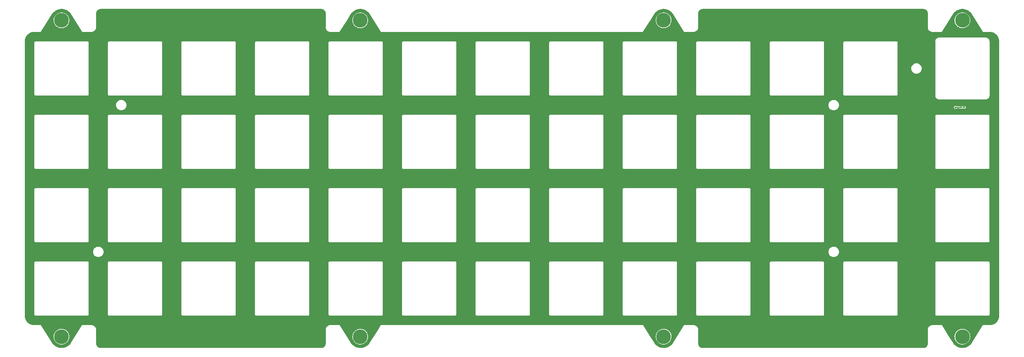
<source format=gbr>
G04 #@! TF.GenerationSoftware,KiCad,Pcbnew,(6.0.5-0)*
G04 #@! TF.CreationDate,2022-07-18T09:45:56-05:00*
G04 #@! TF.ProjectId,plate,706c6174-652e-46b6-9963-61645f706362,rev?*
G04 #@! TF.SameCoordinates,Original*
G04 #@! TF.FileFunction,Copper,L2,Bot*
G04 #@! TF.FilePolarity,Positive*
%FSLAX46Y46*%
G04 Gerber Fmt 4.6, Leading zero omitted, Abs format (unit mm)*
G04 Created by KiCad (PCBNEW (6.0.5-0)) date 2022-07-18 09:45:56*
%MOMM*%
%LPD*%
G01*
G04 APERTURE LIST*
G04 Aperture macros list*
%AMRoundRect*
0 Rectangle with rounded corners*
0 $1 Rounding radius*
0 $2 $3 $4 $5 $6 $7 $8 $9 X,Y pos of 4 corners*
0 Add a 4 corners polygon primitive as box body*
4,1,4,$2,$3,$4,$5,$6,$7,$8,$9,$2,$3,0*
0 Add four circle primitives for the rounded corners*
1,1,$1+$1,$2,$3*
1,1,$1+$1,$4,$5*
1,1,$1+$1,$6,$7*
1,1,$1+$1,$8,$9*
0 Add four rect primitives between the rounded corners*
20,1,$1+$1,$2,$3,$4,$5,0*
20,1,$1+$1,$4,$5,$6,$7,0*
20,1,$1+$1,$6,$7,$8,$9,0*
20,1,$1+$1,$8,$9,$2,$3,0*%
G04 Aperture macros list end*
G04 #@! TA.AperFunction,SMDPad,CuDef*
%ADD10RoundRect,0.100000X0.217500X0.100000X-0.217500X0.100000X-0.217500X-0.100000X0.217500X-0.100000X0*%
G04 #@! TD*
G04 #@! TA.AperFunction,ComponentPad*
%ADD11C,3.800000*%
G04 #@! TD*
G04 #@! TA.AperFunction,ViaPad*
%ADD12C,0.500000*%
G04 #@! TD*
G04 #@! TA.AperFunction,Conductor*
%ADD13C,0.250000*%
G04 #@! TD*
G04 APERTURE END LIST*
D10*
X389742202Y-60126613D03*
X388927202Y-60126613D03*
D11*
X233362696Y-37504719D03*
X311944012Y-37504719D03*
X389334702Y-37504719D03*
X155972006Y-37504719D03*
X389334702Y-119657745D03*
X233362696Y-119657745D03*
X155972006Y-119657745D03*
X311944012Y-119657745D03*
D12*
X387531243Y-60133041D03*
D13*
X389056243Y-60126781D02*
X387537503Y-60126781D01*
X387537503Y-60126781D02*
X387531243Y-60133041D01*
G04 #@! TA.AperFunction,NonConductor*
G36*
X166114704Y-34553367D02*
G01*
X166115038Y-34553319D01*
X223235637Y-34553319D01*
X223236126Y-34553340D01*
X223241146Y-34555420D01*
X223245210Y-34553737D01*
X223246625Y-34553799D01*
X223432514Y-34570072D01*
X223454140Y-34573886D01*
X223629047Y-34620769D01*
X223649685Y-34628283D01*
X223656757Y-34631582D01*
X223813779Y-34704826D01*
X223832801Y-34715811D01*
X223981117Y-34819695D01*
X223997942Y-34833818D01*
X224125956Y-34961877D01*
X224140071Y-34978706D01*
X224203634Y-35069524D01*
X224243898Y-35127053D01*
X224254877Y-35146079D01*
X224331365Y-35310211D01*
X224338869Y-35330844D01*
X224385689Y-35505769D01*
X224389496Y-35527396D01*
X224405797Y-35714366D01*
X224405816Y-35714805D01*
X224404172Y-35718771D01*
X224406202Y-35723676D01*
X224406273Y-35725310D01*
X224406273Y-35740120D01*
X224406220Y-35741098D01*
X224406273Y-35741464D01*
X224406273Y-39279760D01*
X224405563Y-39286957D01*
X224404172Y-39290314D01*
X224404172Y-39290315D01*
X224402556Y-39290314D01*
X224417520Y-39481182D01*
X224418672Y-39485984D01*
X224418672Y-39485987D01*
X224420280Y-39492692D01*
X224462164Y-39667358D01*
X224464056Y-39671928D01*
X224464057Y-39671932D01*
X224471090Y-39688923D01*
X224535388Y-39844256D01*
X224537973Y-39848476D01*
X224537978Y-39848485D01*
X224553021Y-39873044D01*
X224635389Y-40007518D01*
X224759703Y-40153123D01*
X224905268Y-40277483D01*
X224909487Y-40280069D01*
X224909491Y-40280072D01*
X225064276Y-40374948D01*
X225064278Y-40374949D01*
X225068499Y-40377536D01*
X225073068Y-40379429D01*
X225073074Y-40379432D01*
X225240801Y-40448922D01*
X225240803Y-40448923D01*
X225245373Y-40450816D01*
X225431535Y-40495520D01*
X225622399Y-40510544D01*
X225622399Y-40508885D01*
X225627104Y-40506937D01*
X225628563Y-40506785D01*
X226129690Y-40506820D01*
X227985617Y-40506950D01*
X227985618Y-40506950D01*
X228003985Y-40506951D01*
X228012319Y-40508345D01*
X228018551Y-40503899D01*
X228025623Y-40500970D01*
X228028857Y-40493164D01*
X228030560Y-40490437D01*
X228030788Y-40490254D01*
X228032445Y-40487420D01*
X229909114Y-37483406D01*
X231327563Y-37483406D01*
X231343500Y-37759803D01*
X231344327Y-37764017D01*
X231344327Y-37764019D01*
X231355918Y-37823101D01*
X231396800Y-38031479D01*
X231486479Y-38293408D01*
X231610875Y-38540743D01*
X231613301Y-38544272D01*
X231613304Y-38544278D01*
X231693882Y-38661519D01*
X231767688Y-38768907D01*
X231954015Y-38973678D01*
X232006068Y-39017201D01*
X232163117Y-39148515D01*
X232163122Y-39148519D01*
X232166409Y-39151267D01*
X232220793Y-39185382D01*
X232397299Y-39296104D01*
X232397303Y-39296106D01*
X232400939Y-39298387D01*
X232404849Y-39300152D01*
X232404850Y-39300153D01*
X232649354Y-39410551D01*
X232649358Y-39410553D01*
X232653266Y-39412317D01*
X232657385Y-39413537D01*
X232914608Y-39489731D01*
X232914613Y-39489732D01*
X232918721Y-39490949D01*
X232922955Y-39491597D01*
X232922960Y-39491598D01*
X233188149Y-39532177D01*
X233188151Y-39532177D01*
X233192391Y-39532826D01*
X233333301Y-39535040D01*
X233464921Y-39537108D01*
X233464927Y-39537108D01*
X233469212Y-39537175D01*
X233744063Y-39503914D01*
X234011856Y-39433660D01*
X234015816Y-39432020D01*
X234015821Y-39432018D01*
X234139747Y-39380686D01*
X234267638Y-39327712D01*
X234506673Y-39188031D01*
X234724541Y-39017201D01*
X234917208Y-38818384D01*
X234919741Y-38814936D01*
X234919745Y-38814931D01*
X235078572Y-38598713D01*
X235081110Y-38595258D01*
X235213214Y-38351952D01*
X235311076Y-38092970D01*
X235372884Y-37823101D01*
X235378534Y-37759803D01*
X235397275Y-37549807D01*
X235397495Y-37547342D01*
X235397941Y-37504719D01*
X235379111Y-37228505D01*
X235322968Y-36957401D01*
X235230552Y-36696426D01*
X235103572Y-36450407D01*
X235093469Y-36436031D01*
X234946845Y-36227408D01*
X234946844Y-36227407D01*
X234944378Y-36223898D01*
X234755917Y-36021089D01*
X234741987Y-36009687D01*
X234544993Y-35848450D01*
X234541675Y-35845734D01*
X234334517Y-35718788D01*
X234309279Y-35703322D01*
X234309278Y-35703322D01*
X234305617Y-35701078D01*
X234301681Y-35699350D01*
X234056039Y-35591520D01*
X234056035Y-35591519D01*
X234052111Y-35589796D01*
X233785847Y-35513949D01*
X233582804Y-35485052D01*
X233516006Y-35475545D01*
X233516004Y-35475545D01*
X233511754Y-35474940D01*
X233507465Y-35474918D01*
X233507458Y-35474917D01*
X233239188Y-35473512D01*
X233239181Y-35473512D01*
X233234902Y-35473490D01*
X233230658Y-35474049D01*
X233230654Y-35474049D01*
X233159643Y-35483398D01*
X232960415Y-35509627D01*
X232956275Y-35510760D01*
X232956273Y-35510760D01*
X232893562Y-35527916D01*
X232693372Y-35582682D01*
X232438714Y-35691302D01*
X232355334Y-35741204D01*
X232204836Y-35831275D01*
X232204832Y-35831278D01*
X232201154Y-35833479D01*
X232197811Y-35836157D01*
X232197807Y-35836160D01*
X232185857Y-35845734D01*
X231985088Y-36006581D01*
X231794513Y-36207405D01*
X231632956Y-36432235D01*
X231503407Y-36676910D01*
X231408263Y-36936904D01*
X231349284Y-37207404D01*
X231327563Y-37483406D01*
X229909114Y-37483406D01*
X230997605Y-35741041D01*
X231000401Y-35737191D01*
X231003525Y-35735341D01*
X231004495Y-35731556D01*
X231007937Y-35726817D01*
X231009201Y-35725310D01*
X231204245Y-35492827D01*
X231213617Y-35482818D01*
X231436128Y-35269779D01*
X231446542Y-35260844D01*
X231571649Y-35164834D01*
X231690906Y-35073313D01*
X231702243Y-35065556D01*
X231771184Y-35023717D01*
X231965582Y-34905740D01*
X231977671Y-34899277D01*
X232256850Y-34769079D01*
X232269590Y-34763964D01*
X232413868Y-34714983D01*
X232561272Y-34664941D01*
X232574489Y-34661244D01*
X232783863Y-34614822D01*
X232875220Y-34594567D01*
X232888775Y-34592329D01*
X233194967Y-34558792D01*
X233208686Y-34558043D01*
X233516706Y-34558043D01*
X233530425Y-34558792D01*
X233836617Y-34592329D01*
X233850172Y-34594567D01*
X233941529Y-34614822D01*
X234150903Y-34661244D01*
X234164120Y-34664941D01*
X234311524Y-34714983D01*
X234455802Y-34763964D01*
X234468542Y-34769079D01*
X234747721Y-34899277D01*
X234759810Y-34905740D01*
X234954208Y-35023717D01*
X235023149Y-35065556D01*
X235034486Y-35073313D01*
X235153744Y-35164834D01*
X235278850Y-35260844D01*
X235289264Y-35269779D01*
X235511775Y-35482818D01*
X235521138Y-35492816D01*
X235717479Y-35726845D01*
X235720895Y-35731547D01*
X235721867Y-35735341D01*
X235724999Y-35737196D01*
X235727781Y-35741024D01*
X238689253Y-40477591D01*
X238698994Y-40493171D01*
X238702224Y-40500969D01*
X238709302Y-40503901D01*
X238715539Y-40508347D01*
X238723862Y-40506952D01*
X238727098Y-40506952D01*
X238727375Y-40507048D01*
X238730641Y-40506952D01*
X306585306Y-40506952D01*
X306593634Y-40508345D01*
X306599867Y-40503899D01*
X306606940Y-40500969D01*
X306610171Y-40493167D01*
X306611879Y-40490432D01*
X306612107Y-40490249D01*
X306613759Y-40487424D01*
X308490496Y-37483406D01*
X309908879Y-37483406D01*
X309924816Y-37759803D01*
X309925643Y-37764017D01*
X309925643Y-37764019D01*
X309937234Y-37823101D01*
X309978116Y-38031479D01*
X310067795Y-38293408D01*
X310192191Y-38540743D01*
X310194617Y-38544272D01*
X310194620Y-38544278D01*
X310275198Y-38661519D01*
X310349004Y-38768907D01*
X310535331Y-38973678D01*
X310587384Y-39017201D01*
X310744433Y-39148515D01*
X310744438Y-39148519D01*
X310747725Y-39151267D01*
X310802109Y-39185382D01*
X310978615Y-39296104D01*
X310978619Y-39296106D01*
X310982255Y-39298387D01*
X310986165Y-39300152D01*
X310986166Y-39300153D01*
X311230670Y-39410551D01*
X311230674Y-39410553D01*
X311234582Y-39412317D01*
X311238701Y-39413537D01*
X311495924Y-39489731D01*
X311495929Y-39489732D01*
X311500037Y-39490949D01*
X311504271Y-39491597D01*
X311504276Y-39491598D01*
X311769465Y-39532177D01*
X311769467Y-39532177D01*
X311773707Y-39532826D01*
X311914617Y-39535040D01*
X312046237Y-39537108D01*
X312046243Y-39537108D01*
X312050528Y-39537175D01*
X312325379Y-39503914D01*
X312593172Y-39433660D01*
X312597132Y-39432020D01*
X312597137Y-39432018D01*
X312721063Y-39380686D01*
X312848954Y-39327712D01*
X313087989Y-39188031D01*
X313305857Y-39017201D01*
X313498524Y-38818384D01*
X313501057Y-38814936D01*
X313501061Y-38814931D01*
X313659888Y-38598713D01*
X313662426Y-38595258D01*
X313794530Y-38351952D01*
X313892392Y-38092970D01*
X313954200Y-37823101D01*
X313959850Y-37759803D01*
X313978591Y-37549807D01*
X313978811Y-37547342D01*
X313979257Y-37504719D01*
X313960427Y-37228505D01*
X313904284Y-36957401D01*
X313811868Y-36696426D01*
X313684888Y-36450407D01*
X313674785Y-36436031D01*
X313528161Y-36227408D01*
X313528160Y-36227407D01*
X313525694Y-36223898D01*
X313337233Y-36021089D01*
X313323303Y-36009687D01*
X313126309Y-35848450D01*
X313122991Y-35845734D01*
X312915833Y-35718788D01*
X312890595Y-35703322D01*
X312890594Y-35703322D01*
X312886933Y-35701078D01*
X312882997Y-35699350D01*
X312637355Y-35591520D01*
X312637351Y-35591519D01*
X312633427Y-35589796D01*
X312367163Y-35513949D01*
X312164120Y-35485052D01*
X312097322Y-35475545D01*
X312097320Y-35475545D01*
X312093070Y-35474940D01*
X312088781Y-35474918D01*
X312088774Y-35474917D01*
X311820504Y-35473512D01*
X311820497Y-35473512D01*
X311816218Y-35473490D01*
X311811974Y-35474049D01*
X311811970Y-35474049D01*
X311740959Y-35483398D01*
X311541731Y-35509627D01*
X311537591Y-35510760D01*
X311537589Y-35510760D01*
X311474878Y-35527916D01*
X311274688Y-35582682D01*
X311020030Y-35691302D01*
X310936650Y-35741204D01*
X310786152Y-35831275D01*
X310786148Y-35831278D01*
X310782470Y-35833479D01*
X310779127Y-35836157D01*
X310779123Y-35836160D01*
X310767173Y-35845734D01*
X310566404Y-36006581D01*
X310375829Y-36207405D01*
X310214272Y-36432235D01*
X310084723Y-36676910D01*
X309989579Y-36936904D01*
X309930600Y-37207404D01*
X309908879Y-37483406D01*
X308490496Y-37483406D01*
X309578916Y-35741215D01*
X309581717Y-35737358D01*
X309584842Y-35735508D01*
X309585812Y-35731722D01*
X309589244Y-35726997D01*
X309785543Y-35492994D01*
X309794934Y-35482964D01*
X309804806Y-35473512D01*
X309964921Y-35320200D01*
X310017410Y-35269941D01*
X310027837Y-35260995D01*
X310272188Y-35073457D01*
X310283522Y-35065702D01*
X310546837Y-34905887D01*
X310558953Y-34899409D01*
X310838107Y-34769211D01*
X310850858Y-34764091D01*
X311142528Y-34665063D01*
X311155758Y-34661362D01*
X311211805Y-34648934D01*
X311456474Y-34594679D01*
X311470017Y-34592443D01*
X311639659Y-34573858D01*
X311776216Y-34558898D01*
X311789935Y-34558149D01*
X311944022Y-34558146D01*
X312097955Y-34558143D01*
X312111668Y-34558892D01*
X312340313Y-34583931D01*
X312417857Y-34592423D01*
X312431413Y-34594661D01*
X312549008Y-34620732D01*
X312731731Y-34661242D01*
X312732132Y-34661331D01*
X312745363Y-34665032D01*
X313037033Y-34764048D01*
X313049774Y-34769163D01*
X313328943Y-34899354D01*
X313341052Y-34905827D01*
X313604100Y-35065465D01*
X313604374Y-35065631D01*
X313615713Y-35073388D01*
X313710397Y-35146051D01*
X313860077Y-35260920D01*
X313870493Y-35269856D01*
X314092987Y-35482880D01*
X314102371Y-35492901D01*
X314120029Y-35513949D01*
X314298772Y-35727004D01*
X314298786Y-35727021D01*
X314302136Y-35731632D01*
X314303102Y-35735401D01*
X314306215Y-35737245D01*
X314309090Y-35741201D01*
X317280310Y-40493172D01*
X317283541Y-40500970D01*
X317290619Y-40503901D01*
X317296856Y-40508347D01*
X317305182Y-40506951D01*
X317308412Y-40506951D01*
X317308690Y-40507047D01*
X317311953Y-40506951D01*
X318763246Y-40506849D01*
X319673764Y-40506785D01*
X319679149Y-40507257D01*
X319683080Y-40508885D01*
X319683080Y-40510566D01*
X319791998Y-40501994D01*
X319869022Y-40495932D01*
X319869025Y-40495932D01*
X319873949Y-40495544D01*
X319939086Y-40479904D01*
X320055299Y-40452000D01*
X320055301Y-40451999D01*
X320060117Y-40450843D01*
X320236998Y-40377562D01*
X320400234Y-40277509D01*
X320404011Y-40274283D01*
X320542037Y-40156365D01*
X320545805Y-40153146D01*
X320670124Y-40007538D01*
X320752504Y-39873046D01*
X320767542Y-39848496D01*
X320767548Y-39848485D01*
X320770129Y-39844272D01*
X320843356Y-39667369D01*
X320874592Y-39537108D01*
X320886849Y-39485993D01*
X320886850Y-39485987D01*
X320888001Y-39481188D01*
X320902966Y-39290314D01*
X320901307Y-39290315D01*
X320901307Y-39290314D01*
X320899916Y-39286957D01*
X320899206Y-39279760D01*
X320899206Y-35724255D01*
X320899226Y-35723800D01*
X320901307Y-35718771D01*
X320899621Y-35714705D01*
X320899682Y-35713310D01*
X320901748Y-35689621D01*
X320910925Y-35584367D01*
X320915893Y-35527387D01*
X320919702Y-35505754D01*
X320963604Y-35341734D01*
X320966522Y-35330831D01*
X320974025Y-35310198D01*
X321050524Y-35146050D01*
X321061502Y-35127028D01*
X321165345Y-34978667D01*
X321179459Y-34961840D01*
X321307483Y-34833780D01*
X321324307Y-34819659D01*
X321472633Y-34715776D01*
X321491654Y-34704792D01*
X321655771Y-34628249D01*
X321676403Y-34620738D01*
X321851322Y-34573862D01*
X321872953Y-34570048D01*
X322007546Y-34558274D01*
X322058713Y-34553798D01*
X322060253Y-34553731D01*
X322064331Y-34555420D01*
X322069370Y-34553333D01*
X322069693Y-34553319D01*
X322085784Y-34553319D01*
X322086700Y-34553368D01*
X322087042Y-34553319D01*
X379207655Y-34553319D01*
X379208131Y-34553340D01*
X379213154Y-34555420D01*
X379217218Y-34553736D01*
X379218634Y-34553798D01*
X379404534Y-34570058D01*
X379426164Y-34573873D01*
X379601079Y-34620745D01*
X379621717Y-34628258D01*
X379785831Y-34704799D01*
X379804853Y-34715784D01*
X379953175Y-34819661D01*
X379970002Y-34833783D01*
X380034056Y-34897856D01*
X380098028Y-34961846D01*
X380112143Y-34978673D01*
X380215986Y-35127032D01*
X380226961Y-35146049D01*
X380303457Y-35310190D01*
X380310964Y-35330833D01*
X380357786Y-35505754D01*
X380361594Y-35527385D01*
X380366317Y-35581548D01*
X380377803Y-35713285D01*
X380377865Y-35714704D01*
X380376178Y-35718771D01*
X380378260Y-35723803D01*
X380378279Y-35724229D01*
X380378279Y-35740090D01*
X380378225Y-35741086D01*
X380378279Y-35741459D01*
X380378279Y-39279760D01*
X380377569Y-39286957D01*
X380376178Y-39290314D01*
X380376178Y-39290315D01*
X380374556Y-39290314D01*
X380389520Y-39481183D01*
X380390672Y-39485985D01*
X380390672Y-39485988D01*
X380433010Y-39662548D01*
X380434164Y-39667360D01*
X380507389Y-39844258D01*
X380525021Y-39873044D01*
X380604804Y-40003299D01*
X380604808Y-40003304D01*
X380607390Y-40007520D01*
X380731705Y-40153125D01*
X380877271Y-40277486D01*
X380881497Y-40280077D01*
X380881498Y-40280077D01*
X381036277Y-40374948D01*
X381040502Y-40377538D01*
X381217378Y-40450818D01*
X381222188Y-40451973D01*
X381222191Y-40451974D01*
X381304800Y-40471810D01*
X381403541Y-40495520D01*
X381408475Y-40495908D01*
X381408479Y-40495909D01*
X381472777Y-40500970D01*
X381594405Y-40510544D01*
X381594405Y-40508885D01*
X381599110Y-40506937D01*
X381600569Y-40506785D01*
X382100228Y-40506820D01*
X383956388Y-40506950D01*
X383956389Y-40506950D01*
X383974761Y-40506951D01*
X383983091Y-40508346D01*
X383989326Y-40503899D01*
X383996400Y-40500970D01*
X383999632Y-40493169D01*
X384001341Y-40490435D01*
X384001569Y-40490251D01*
X384003222Y-40487425D01*
X385880667Y-37483406D01*
X387299569Y-37483406D01*
X387315506Y-37759803D01*
X387316333Y-37764017D01*
X387316333Y-37764019D01*
X387327924Y-37823101D01*
X387368806Y-38031479D01*
X387458485Y-38293408D01*
X387582881Y-38540743D01*
X387585307Y-38544272D01*
X387585310Y-38544278D01*
X387665888Y-38661519D01*
X387739694Y-38768907D01*
X387926021Y-38973678D01*
X387978074Y-39017201D01*
X388135123Y-39148515D01*
X388135128Y-39148519D01*
X388138415Y-39151267D01*
X388192799Y-39185382D01*
X388369305Y-39296104D01*
X388369309Y-39296106D01*
X388372945Y-39298387D01*
X388376855Y-39300152D01*
X388376856Y-39300153D01*
X388621360Y-39410551D01*
X388621364Y-39410553D01*
X388625272Y-39412317D01*
X388629391Y-39413537D01*
X388886614Y-39489731D01*
X388886619Y-39489732D01*
X388890727Y-39490949D01*
X388894961Y-39491597D01*
X388894966Y-39491598D01*
X389160155Y-39532177D01*
X389160157Y-39532177D01*
X389164397Y-39532826D01*
X389305307Y-39535040D01*
X389436927Y-39537108D01*
X389436933Y-39537108D01*
X389441218Y-39537175D01*
X389716069Y-39503914D01*
X389983862Y-39433660D01*
X389987822Y-39432020D01*
X389987827Y-39432018D01*
X390111753Y-39380686D01*
X390239644Y-39327712D01*
X390478679Y-39188031D01*
X390696547Y-39017201D01*
X390889214Y-38818384D01*
X390891747Y-38814936D01*
X390891751Y-38814931D01*
X391050578Y-38598713D01*
X391053116Y-38595258D01*
X391185220Y-38351952D01*
X391283082Y-38092970D01*
X391344890Y-37823101D01*
X391350540Y-37759803D01*
X391369281Y-37549807D01*
X391369501Y-37547342D01*
X391369947Y-37504719D01*
X391351117Y-37228505D01*
X391294974Y-36957401D01*
X391202558Y-36696426D01*
X391075578Y-36450407D01*
X391065475Y-36436031D01*
X390918851Y-36227408D01*
X390918850Y-36227407D01*
X390916384Y-36223898D01*
X390727923Y-36021089D01*
X390713993Y-36009687D01*
X390516999Y-35848450D01*
X390513681Y-35845734D01*
X390306523Y-35718788D01*
X390281285Y-35703322D01*
X390281284Y-35703322D01*
X390277623Y-35701078D01*
X390273687Y-35699350D01*
X390028045Y-35591520D01*
X390028041Y-35591519D01*
X390024117Y-35589796D01*
X389757853Y-35513949D01*
X389554810Y-35485052D01*
X389488012Y-35475545D01*
X389488010Y-35475545D01*
X389483760Y-35474940D01*
X389479471Y-35474918D01*
X389479464Y-35474917D01*
X389211194Y-35473512D01*
X389211187Y-35473512D01*
X389206908Y-35473490D01*
X389202664Y-35474049D01*
X389202660Y-35474049D01*
X389131649Y-35483398D01*
X388932421Y-35509627D01*
X388928281Y-35510760D01*
X388928279Y-35510760D01*
X388865568Y-35527916D01*
X388665378Y-35582682D01*
X388410720Y-35691302D01*
X388327340Y-35741204D01*
X388176842Y-35831275D01*
X388176838Y-35831278D01*
X388173160Y-35833479D01*
X388169817Y-35836157D01*
X388169813Y-35836160D01*
X388157863Y-35845734D01*
X387957094Y-36006581D01*
X387766519Y-36207405D01*
X387604962Y-36432235D01*
X387475413Y-36676910D01*
X387380269Y-36936904D01*
X387321290Y-37207404D01*
X387299569Y-37483406D01*
X385880667Y-37483406D01*
X386969607Y-35741040D01*
X386972403Y-35737192D01*
X386975531Y-35735340D01*
X386976502Y-35731550D01*
X386979927Y-35726836D01*
X386981208Y-35725310D01*
X387176283Y-35492791D01*
X387185676Y-35482762D01*
X387408197Y-35269723D01*
X387418626Y-35260775D01*
X387663037Y-35073223D01*
X387674378Y-35065465D01*
X387936976Y-34906118D01*
X387937751Y-34905648D01*
X387949866Y-34899172D01*
X388042464Y-34855997D01*
X388229087Y-34768981D01*
X388241833Y-34763864D01*
X388533566Y-34664853D01*
X388546798Y-34661154D01*
X388847573Y-34594503D01*
X388861131Y-34592266D01*
X389167378Y-34558763D01*
X389181098Y-34558016D01*
X389332990Y-34558038D01*
X389489165Y-34558061D01*
X389502886Y-34558812D01*
X389809123Y-34592405D01*
X389822681Y-34594646D01*
X390123439Y-34661387D01*
X390136671Y-34665091D01*
X390428368Y-34764184D01*
X390441119Y-34769307D01*
X390720298Y-34899579D01*
X390732414Y-34906060D01*
X390995736Y-35065951D01*
X391007075Y-35073713D01*
X391251427Y-35261333D01*
X391261853Y-35270282D01*
X391313940Y-35320179D01*
X391484323Y-35483398D01*
X391493713Y-35493431D01*
X391674143Y-35708622D01*
X391690023Y-35727562D01*
X391693419Y-35732237D01*
X391694390Y-35736031D01*
X391697525Y-35737889D01*
X391700308Y-35741720D01*
X394661259Y-40477591D01*
X394661260Y-40477592D01*
X394671000Y-40493170D01*
X394674230Y-40500969D01*
X394681308Y-40503901D01*
X394687545Y-40508347D01*
X394695868Y-40506952D01*
X394699104Y-40506952D01*
X394699381Y-40507048D01*
X394702646Y-40506952D01*
X396474562Y-40506956D01*
X396474562Y-40507016D01*
X396474666Y-40506999D01*
X396479634Y-40509057D01*
X396484060Y-40507224D01*
X396640066Y-40516663D01*
X396755977Y-40523676D01*
X396771081Y-40525510D01*
X397035904Y-40574044D01*
X397050677Y-40577686D01*
X397307707Y-40657784D01*
X397321933Y-40663179D01*
X397567441Y-40773676D01*
X397580914Y-40780747D01*
X397811317Y-40920035D01*
X397823839Y-40928679D01*
X398035766Y-41094717D01*
X398047154Y-41104806D01*
X398237528Y-41295183D01*
X398247618Y-41306573D01*
X398393698Y-41493034D01*
X398413650Y-41518502D01*
X398422293Y-41531023D01*
X398561575Y-41761428D01*
X398568646Y-41774901D01*
X398679139Y-42020413D01*
X398684534Y-42034639D01*
X398688313Y-42046766D01*
X398764630Y-42291683D01*
X398768268Y-42306446D01*
X398801399Y-42487245D01*
X398816796Y-42571266D01*
X398818630Y-42586370D01*
X398835083Y-42858395D01*
X398832609Y-42858545D01*
X398833376Y-42862517D01*
X398833293Y-42862716D01*
X398833520Y-42863263D01*
X398834393Y-42867788D01*
X398835394Y-42867788D01*
X398835394Y-42884153D01*
X398835344Y-42885079D01*
X398835394Y-42885424D01*
X398835394Y-114295071D01*
X398835334Y-114295071D01*
X398835351Y-114295175D01*
X398833293Y-114300143D01*
X398835126Y-114304569D01*
X398834326Y-114317798D01*
X398834325Y-114317799D01*
X398818673Y-114576488D01*
X398816839Y-114591592D01*
X398768304Y-114856417D01*
X398764662Y-114871190D01*
X398684565Y-115128221D01*
X398679170Y-115142447D01*
X398568670Y-115387961D01*
X398561599Y-115401433D01*
X398422317Y-115631830D01*
X398413674Y-115644352D01*
X398247632Y-115856287D01*
X398237542Y-115867676D01*
X398047168Y-116058049D01*
X398035781Y-116068137D01*
X397988851Y-116104905D01*
X397823845Y-116234179D01*
X397811323Y-116242822D01*
X397580925Y-116382103D01*
X397567453Y-116389174D01*
X397321938Y-116499673D01*
X397307711Y-116505068D01*
X397050679Y-116585165D01*
X397035906Y-116588807D01*
X396771083Y-116637340D01*
X396755979Y-116639174D01*
X396484039Y-116655627D01*
X396483889Y-116653142D01*
X396479898Y-116653912D01*
X396479634Y-116653803D01*
X396478909Y-116654103D01*
X396474560Y-116654943D01*
X396474560Y-116655905D01*
X396469575Y-116655905D01*
X396458536Y-116655906D01*
X396458169Y-116655906D01*
X396457260Y-116655857D01*
X396456922Y-116655906D01*
X395747745Y-116655950D01*
X394695863Y-116656016D01*
X394687541Y-116654622D01*
X394681307Y-116659068D01*
X394674229Y-116662000D01*
X394671000Y-116669798D01*
X394669288Y-116672537D01*
X394669061Y-116672720D01*
X394667421Y-116675525D01*
X391753016Y-121338408D01*
X391701014Y-121421608D01*
X391698230Y-121425441D01*
X391695098Y-121427296D01*
X391694127Y-121431088D01*
X391690717Y-121435783D01*
X391494368Y-121669915D01*
X391484980Y-121679944D01*
X391451003Y-121712488D01*
X391262451Y-121893087D01*
X391252035Y-121902028D01*
X391007626Y-122089673D01*
X390996294Y-122097429D01*
X390732914Y-122257348D01*
X390720808Y-122263824D01*
X390457814Y-122386545D01*
X390441579Y-122394120D01*
X390428831Y-122399242D01*
X390137073Y-122498365D01*
X390123858Y-122502064D01*
X389831612Y-122566932D01*
X389823057Y-122568831D01*
X389809504Y-122571073D01*
X389503203Y-122604696D01*
X389489495Y-122605448D01*
X389335955Y-122605486D01*
X389181364Y-122605524D01*
X389167646Y-122604778D01*
X388970834Y-122583272D01*
X388861352Y-122571309D01*
X388847799Y-122569075D01*
X388847154Y-122568932D01*
X388733246Y-122543708D01*
X388546955Y-122502455D01*
X388533724Y-122498758D01*
X388241924Y-122399782D01*
X388229174Y-122394666D01*
X387949892Y-122264514D01*
X387937775Y-122258041D01*
X387815331Y-122183779D01*
X387674314Y-122098253D01*
X387662978Y-122090502D01*
X387418478Y-121902977D01*
X387408061Y-121894046D01*
X387300172Y-121790810D01*
X387185425Y-121681012D01*
X387176032Y-121670987D01*
X387014507Y-121478574D01*
X386979618Y-121437014D01*
X386976153Y-121432244D01*
X386975183Y-121428464D01*
X386972068Y-121426621D01*
X386969254Y-121422748D01*
X385853633Y-119636432D01*
X387299569Y-119636432D01*
X387315506Y-119912829D01*
X387316333Y-119917043D01*
X387316333Y-119917045D01*
X387327924Y-119976127D01*
X387368806Y-120184505D01*
X387458485Y-120446434D01*
X387582881Y-120693769D01*
X387585307Y-120697298D01*
X387585310Y-120697304D01*
X387665888Y-120814545D01*
X387739694Y-120921933D01*
X387926021Y-121126704D01*
X387978074Y-121170227D01*
X388135123Y-121301541D01*
X388135128Y-121301545D01*
X388138415Y-121304293D01*
X388192799Y-121338408D01*
X388369305Y-121449130D01*
X388369309Y-121449132D01*
X388372945Y-121451413D01*
X388376855Y-121453178D01*
X388376856Y-121453179D01*
X388621360Y-121563577D01*
X388621364Y-121563579D01*
X388625272Y-121565343D01*
X388629391Y-121566563D01*
X388886614Y-121642757D01*
X388886619Y-121642758D01*
X388890727Y-121643975D01*
X388894961Y-121644623D01*
X388894966Y-121644624D01*
X389160155Y-121685203D01*
X389160157Y-121685203D01*
X389164397Y-121685852D01*
X389305307Y-121688066D01*
X389436927Y-121690134D01*
X389436933Y-121690134D01*
X389441218Y-121690201D01*
X389716069Y-121656940D01*
X389983862Y-121586686D01*
X389987822Y-121585046D01*
X389987827Y-121585044D01*
X390111753Y-121533712D01*
X390239644Y-121480738D01*
X390478679Y-121341057D01*
X390696547Y-121170227D01*
X390889214Y-120971410D01*
X390891747Y-120967962D01*
X390891751Y-120967957D01*
X391050578Y-120751739D01*
X391053116Y-120748284D01*
X391185220Y-120504978D01*
X391283082Y-120245996D01*
X391344890Y-119976127D01*
X391350540Y-119912829D01*
X391369281Y-119702833D01*
X391369501Y-119700368D01*
X391369947Y-119657745D01*
X391351117Y-119381531D01*
X391294974Y-119110427D01*
X391202558Y-118849452D01*
X391075578Y-118603433D01*
X391065475Y-118589057D01*
X390918851Y-118380434D01*
X390918850Y-118380433D01*
X390916384Y-118376924D01*
X390727923Y-118174115D01*
X390713993Y-118162713D01*
X390516999Y-118001476D01*
X390513681Y-117998760D01*
X390301034Y-117868450D01*
X390281285Y-117856348D01*
X390281284Y-117856348D01*
X390277623Y-117854104D01*
X390273687Y-117852376D01*
X390028045Y-117744546D01*
X390028041Y-117744545D01*
X390024117Y-117742822D01*
X389757853Y-117666975D01*
X389554810Y-117638078D01*
X389488012Y-117628571D01*
X389488010Y-117628571D01*
X389483760Y-117627966D01*
X389479471Y-117627944D01*
X389479464Y-117627943D01*
X389211194Y-117626538D01*
X389211187Y-117626538D01*
X389206908Y-117626516D01*
X389202664Y-117627075D01*
X389202660Y-117627075D01*
X389081958Y-117642966D01*
X388932421Y-117662653D01*
X388928281Y-117663786D01*
X388928279Y-117663786D01*
X388844392Y-117686735D01*
X388665378Y-117735708D01*
X388410720Y-117844328D01*
X388267442Y-117930078D01*
X388176842Y-117984301D01*
X388176838Y-117984304D01*
X388173160Y-117986505D01*
X388169817Y-117989183D01*
X388169813Y-117989186D01*
X388157863Y-117998760D01*
X387957094Y-118159607D01*
X387766519Y-118360431D01*
X387604962Y-118585261D01*
X387475413Y-118829936D01*
X387380269Y-119089930D01*
X387321290Y-119360430D01*
X387299569Y-119636432D01*
X385853633Y-119636432D01*
X384000862Y-116669801D01*
X383997629Y-116661998D01*
X383990559Y-116659070D01*
X383984328Y-116654624D01*
X383975995Y-116656017D01*
X383972781Y-116656017D01*
X383972501Y-116655920D01*
X383969201Y-116656017D01*
X382514565Y-116656119D01*
X381607395Y-116656183D01*
X381602023Y-116655712D01*
X381598090Y-116654083D01*
X381598090Y-116652403D01*
X381582084Y-116653663D01*
X381582083Y-116653663D01*
X381412159Y-116667040D01*
X381412155Y-116667041D01*
X381407222Y-116667429D01*
X381402410Y-116668585D01*
X381402407Y-116668585D01*
X381225874Y-116710976D01*
X381221056Y-116712133D01*
X381216482Y-116714028D01*
X381216479Y-116714029D01*
X381095201Y-116764275D01*
X381044177Y-116785415D01*
X381039954Y-116788004D01*
X381039953Y-116788004D01*
X381039916Y-116788027D01*
X380880943Y-116885469D01*
X380877178Y-116888686D01*
X380877176Y-116888687D01*
X380877149Y-116888710D01*
X380735374Y-117009831D01*
X380611056Y-117155437D01*
X380511050Y-117318702D01*
X380437821Y-117495602D01*
X380436668Y-117500410D01*
X380436667Y-117500413D01*
X380394325Y-117676971D01*
X380394324Y-117676977D01*
X380393172Y-117681781D01*
X380392785Y-117686714D01*
X380392785Y-117686715D01*
X380379658Y-117854104D01*
X380378203Y-117872653D01*
X380379863Y-117872653D01*
X380381808Y-117877344D01*
X380381964Y-117878846D01*
X380381964Y-121438184D01*
X380381943Y-121438662D01*
X380379863Y-121443684D01*
X380381547Y-121447748D01*
X380381485Y-121449162D01*
X380365223Y-121635070D01*
X380365189Y-121635454D01*
X380361377Y-121657076D01*
X380346083Y-121714156D01*
X380314407Y-121832374D01*
X380306895Y-121853012D01*
X380230199Y-122017490D01*
X380219217Y-122036511D01*
X380115128Y-122185166D01*
X380101010Y-122201991D01*
X379972689Y-122330312D01*
X379955869Y-122344427D01*
X379807201Y-122448524D01*
X379788189Y-122459501D01*
X379625889Y-122535181D01*
X379623712Y-122536196D01*
X379603076Y-122543707D01*
X379427775Y-122590677D01*
X379406155Y-122594489D01*
X379219821Y-122610788D01*
X379218443Y-122610848D01*
X379214381Y-122609166D01*
X379209366Y-122611244D01*
X379208834Y-122611267D01*
X379208143Y-122611267D01*
X379192901Y-122611266D01*
X379192002Y-122611218D01*
X379191667Y-122611266D01*
X322073258Y-122609144D01*
X322073025Y-122609134D01*
X322067931Y-122607043D01*
X322063853Y-122608747D01*
X322062652Y-122608696D01*
X322025239Y-122605534D01*
X321876114Y-122592930D01*
X321854432Y-122589169D01*
X321679025Y-122542658D01*
X321658330Y-122535182D01*
X321493692Y-122458861D01*
X321474619Y-122447902D01*
X321325759Y-122344091D01*
X321308893Y-122329988D01*
X321180370Y-122201863D01*
X321166202Y-122185026D01*
X321149258Y-122160889D01*
X321061938Y-122036504D01*
X321050916Y-122017457D01*
X320974086Y-121853061D01*
X320966545Y-121832387D01*
X320919490Y-121657132D01*
X320915661Y-121635461D01*
X320900543Y-121462987D01*
X320899353Y-121449403D01*
X320899282Y-121447756D01*
X320900968Y-121443684D01*
X320898889Y-121438667D01*
X320898872Y-121438265D01*
X320898874Y-121437115D01*
X320898891Y-121421851D01*
X320898928Y-121421168D01*
X320898892Y-121420917D01*
X320900899Y-119640712D01*
X320902881Y-117881929D01*
X320903351Y-117876612D01*
X320904992Y-117872653D01*
X320906676Y-117872653D01*
X320891706Y-117681780D01*
X320877672Y-117623262D01*
X320848211Y-117500414D01*
X320848209Y-117500408D01*
X320847056Y-117495600D01*
X320773825Y-117318699D01*
X320715984Y-117224273D01*
X320676403Y-117159656D01*
X320676400Y-117159652D01*
X320673817Y-117155435D01*
X320646558Y-117123510D01*
X320552709Y-117013594D01*
X320552708Y-117013593D01*
X320549495Y-117009830D01*
X320407715Y-116888710D01*
X320407689Y-116888688D01*
X320407688Y-116888687D01*
X320403922Y-116885470D01*
X320399705Y-116882885D01*
X320399699Y-116882881D01*
X320244910Y-116788009D01*
X320244908Y-116788008D01*
X320240684Y-116785419D01*
X320236105Y-116783522D01*
X320236103Y-116783521D01*
X320094608Y-116724904D01*
X320063802Y-116712142D01*
X319941462Y-116682768D01*
X319882441Y-116668597D01*
X319882439Y-116668597D01*
X319877634Y-116667443D01*
X319872711Y-116667056D01*
X319872707Y-116667055D01*
X319708089Y-116654102D01*
X319686764Y-116652424D01*
X319686764Y-116654083D01*
X319682062Y-116656030D01*
X319680595Y-116656183D01*
X319177894Y-116656148D01*
X317323552Y-116656018D01*
X317323551Y-116656018D01*
X317305178Y-116656017D01*
X317296851Y-116654622D01*
X317290616Y-116659068D01*
X317283541Y-116661998D01*
X317280310Y-116669798D01*
X317278601Y-116672532D01*
X317278373Y-116672716D01*
X317276727Y-116675531D01*
X314382222Y-121306576D01*
X314310324Y-121421608D01*
X314307540Y-121425441D01*
X314304408Y-121427296D01*
X314303438Y-121431087D01*
X314300021Y-121435790D01*
X314103678Y-121669915D01*
X314094290Y-121679945D01*
X313871764Y-121893085D01*
X313861339Y-121902032D01*
X313616934Y-122089677D01*
X313605598Y-122097436D01*
X313501105Y-122160883D01*
X313342230Y-122257349D01*
X313330116Y-122263829D01*
X313050890Y-122394124D01*
X313038142Y-122399246D01*
X312746385Y-122498369D01*
X312733156Y-122502072D01*
X312497657Y-122554345D01*
X312432396Y-122568831D01*
X312432364Y-122568838D01*
X312418811Y-122571080D01*
X312112509Y-122604703D01*
X312098801Y-122605455D01*
X311945380Y-122605493D01*
X311790668Y-122605532D01*
X311776951Y-122604786D01*
X311623804Y-122588052D01*
X311470652Y-122571317D01*
X311457110Y-122569086D01*
X311156255Y-122502464D01*
X311143030Y-122498769D01*
X311142152Y-122498471D01*
X311027263Y-122459502D01*
X310851227Y-122399792D01*
X310838477Y-122394676D01*
X310649238Y-122306487D01*
X310559187Y-122264521D01*
X310547081Y-122258054D01*
X310283615Y-122098263D01*
X310272279Y-122090512D01*
X310272266Y-122090502D01*
X310027772Y-121902983D01*
X310017364Y-121894058D01*
X309794725Y-121681024D01*
X309785338Y-121671006D01*
X309588992Y-121437115D01*
X309585468Y-121432263D01*
X309584493Y-121428464D01*
X309581362Y-121426612D01*
X309578626Y-121422846D01*
X308462944Y-119636432D01*
X309908879Y-119636432D01*
X309924816Y-119912829D01*
X309925643Y-119917043D01*
X309925643Y-119917045D01*
X309937234Y-119976127D01*
X309978116Y-120184505D01*
X310067795Y-120446434D01*
X310192191Y-120693769D01*
X310194617Y-120697298D01*
X310194620Y-120697304D01*
X310275198Y-120814545D01*
X310349004Y-120921933D01*
X310535331Y-121126704D01*
X310587384Y-121170227D01*
X310744433Y-121301541D01*
X310744438Y-121301545D01*
X310747725Y-121304293D01*
X310802109Y-121338408D01*
X310978615Y-121449130D01*
X310978619Y-121449132D01*
X310982255Y-121451413D01*
X310986165Y-121453178D01*
X310986166Y-121453179D01*
X311230670Y-121563577D01*
X311230674Y-121563579D01*
X311234582Y-121565343D01*
X311238701Y-121566563D01*
X311495924Y-121642757D01*
X311495929Y-121642758D01*
X311500037Y-121643975D01*
X311504271Y-121644623D01*
X311504276Y-121644624D01*
X311769465Y-121685203D01*
X311769467Y-121685203D01*
X311773707Y-121685852D01*
X311914617Y-121688066D01*
X312046237Y-121690134D01*
X312046243Y-121690134D01*
X312050528Y-121690201D01*
X312325379Y-121656940D01*
X312593172Y-121586686D01*
X312597132Y-121585046D01*
X312597137Y-121585044D01*
X312721063Y-121533712D01*
X312848954Y-121480738D01*
X313087989Y-121341057D01*
X313305857Y-121170227D01*
X313498524Y-120971410D01*
X313501057Y-120967962D01*
X313501061Y-120967957D01*
X313659888Y-120751739D01*
X313662426Y-120748284D01*
X313794530Y-120504978D01*
X313892392Y-120245996D01*
X313954200Y-119976127D01*
X313959850Y-119912829D01*
X313978591Y-119702833D01*
X313978811Y-119700368D01*
X313979257Y-119657745D01*
X313960427Y-119381531D01*
X313904284Y-119110427D01*
X313811868Y-118849452D01*
X313684888Y-118603433D01*
X313674785Y-118589057D01*
X313528161Y-118380434D01*
X313528160Y-118380433D01*
X313525694Y-118376924D01*
X313337233Y-118174115D01*
X313323303Y-118162713D01*
X313126309Y-118001476D01*
X313122991Y-117998760D01*
X312910344Y-117868450D01*
X312890595Y-117856348D01*
X312890594Y-117856348D01*
X312886933Y-117854104D01*
X312882997Y-117852376D01*
X312637355Y-117744546D01*
X312637351Y-117744545D01*
X312633427Y-117742822D01*
X312367163Y-117666975D01*
X312164120Y-117638078D01*
X312097322Y-117628571D01*
X312097320Y-117628571D01*
X312093070Y-117627966D01*
X312088781Y-117627944D01*
X312088774Y-117627943D01*
X311820504Y-117626538D01*
X311820497Y-117626538D01*
X311816218Y-117626516D01*
X311811974Y-117627075D01*
X311811970Y-117627075D01*
X311691268Y-117642966D01*
X311541731Y-117662653D01*
X311537591Y-117663786D01*
X311537589Y-117663786D01*
X311453702Y-117686735D01*
X311274688Y-117735708D01*
X311020030Y-117844328D01*
X310876752Y-117930078D01*
X310786152Y-117984301D01*
X310786148Y-117984304D01*
X310782470Y-117986505D01*
X310779127Y-117989183D01*
X310779123Y-117989186D01*
X310767173Y-117998760D01*
X310566404Y-118159607D01*
X310375829Y-118360431D01*
X310214272Y-118585261D01*
X310084723Y-118829936D01*
X309989579Y-119089930D01*
X309930600Y-119360430D01*
X309908879Y-119636432D01*
X308462944Y-119636432D01*
X306644575Y-116724886D01*
X306610172Y-116669801D01*
X306606940Y-116661999D01*
X306599868Y-116659070D01*
X306593638Y-116654624D01*
X306585308Y-116656016D01*
X306582089Y-116656016D01*
X306581813Y-116655920D01*
X306578526Y-116656016D01*
X288285594Y-116656021D01*
X238723869Y-116656035D01*
X238715546Y-116654638D01*
X238709305Y-116659085D01*
X238702224Y-116662018D01*
X238698995Y-116669815D01*
X238697280Y-116672557D01*
X238697050Y-116672742D01*
X238695419Y-116675531D01*
X237865928Y-118001476D01*
X235726561Y-121421264D01*
X235723773Y-121425098D01*
X235720642Y-121426952D01*
X235719670Y-121430742D01*
X235716252Y-121435443D01*
X235519941Y-121669334D01*
X235510547Y-121679361D01*
X235288087Y-121892257D01*
X235277658Y-121901201D01*
X235033337Y-122088612D01*
X235021996Y-122096367D01*
X234758728Y-122256059D01*
X234746609Y-122262534D01*
X234467511Y-122392614D01*
X234454760Y-122397730D01*
X234353121Y-122432209D01*
X234163160Y-122496649D01*
X234149941Y-122500343D01*
X233976026Y-122538859D01*
X233849300Y-122566924D01*
X233835744Y-122569159D01*
X233529650Y-122602609D01*
X233515931Y-122603355D01*
X233362035Y-122603317D01*
X233208001Y-122603279D01*
X233194310Y-122602528D01*
X232888195Y-122568922D01*
X232874668Y-122566685D01*
X232713470Y-122530901D01*
X232574048Y-122499951D01*
X232560818Y-122496246D01*
X232269284Y-122397189D01*
X232256535Y-122392067D01*
X232124206Y-122330312D01*
X231977493Y-122261844D01*
X231965380Y-122255364D01*
X231702190Y-122095541D01*
X231690853Y-122087780D01*
X231495923Y-121938102D01*
X231446625Y-121900248D01*
X231436201Y-121891299D01*
X231213852Y-121678297D01*
X231204463Y-121668266D01*
X231176957Y-121635461D01*
X231030177Y-121460408D01*
X231008234Y-121434238D01*
X231004842Y-121429568D01*
X231003874Y-121425785D01*
X231000749Y-121423933D01*
X230997939Y-121420065D01*
X229883101Y-119636432D01*
X231327563Y-119636432D01*
X231343500Y-119912829D01*
X231344327Y-119917043D01*
X231344327Y-119917045D01*
X231355918Y-119976127D01*
X231396800Y-120184505D01*
X231486479Y-120446434D01*
X231610875Y-120693769D01*
X231613301Y-120697298D01*
X231613304Y-120697304D01*
X231693882Y-120814545D01*
X231767688Y-120921933D01*
X231954015Y-121126704D01*
X232006068Y-121170227D01*
X232163117Y-121301541D01*
X232163122Y-121301545D01*
X232166409Y-121304293D01*
X232220793Y-121338408D01*
X232397299Y-121449130D01*
X232397303Y-121449132D01*
X232400939Y-121451413D01*
X232404849Y-121453178D01*
X232404850Y-121453179D01*
X232649354Y-121563577D01*
X232649358Y-121563579D01*
X232653266Y-121565343D01*
X232657385Y-121566563D01*
X232914608Y-121642757D01*
X232914613Y-121642758D01*
X232918721Y-121643975D01*
X232922955Y-121644623D01*
X232922960Y-121644624D01*
X233188149Y-121685203D01*
X233188151Y-121685203D01*
X233192391Y-121685852D01*
X233333301Y-121688066D01*
X233464921Y-121690134D01*
X233464927Y-121690134D01*
X233469212Y-121690201D01*
X233744063Y-121656940D01*
X234011856Y-121586686D01*
X234015816Y-121585046D01*
X234015821Y-121585044D01*
X234139747Y-121533712D01*
X234267638Y-121480738D01*
X234506673Y-121341057D01*
X234724541Y-121170227D01*
X234917208Y-120971410D01*
X234919741Y-120967962D01*
X234919745Y-120967957D01*
X235078572Y-120751739D01*
X235081110Y-120748284D01*
X235213214Y-120504978D01*
X235311076Y-120245996D01*
X235372884Y-119976127D01*
X235378534Y-119912829D01*
X235397275Y-119702833D01*
X235397495Y-119700368D01*
X235397941Y-119657745D01*
X235379111Y-119381531D01*
X235322968Y-119110427D01*
X235230552Y-118849452D01*
X235103572Y-118603433D01*
X235093469Y-118589057D01*
X234946845Y-118380434D01*
X234946844Y-118380433D01*
X234944378Y-118376924D01*
X234755917Y-118174115D01*
X234741987Y-118162713D01*
X234544993Y-118001476D01*
X234541675Y-117998760D01*
X234329028Y-117868450D01*
X234309279Y-117856348D01*
X234309278Y-117856348D01*
X234305617Y-117854104D01*
X234301681Y-117852376D01*
X234056039Y-117744546D01*
X234056035Y-117744545D01*
X234052111Y-117742822D01*
X233785847Y-117666975D01*
X233582804Y-117638078D01*
X233516006Y-117628571D01*
X233516004Y-117628571D01*
X233511754Y-117627966D01*
X233507465Y-117627944D01*
X233507458Y-117627943D01*
X233239188Y-117626538D01*
X233239181Y-117626538D01*
X233234902Y-117626516D01*
X233230658Y-117627075D01*
X233230654Y-117627075D01*
X233109952Y-117642966D01*
X232960415Y-117662653D01*
X232956275Y-117663786D01*
X232956273Y-117663786D01*
X232872386Y-117686735D01*
X232693372Y-117735708D01*
X232438714Y-117844328D01*
X232295436Y-117930078D01*
X232204836Y-117984301D01*
X232204832Y-117984304D01*
X232201154Y-117986505D01*
X232197811Y-117989183D01*
X232197807Y-117989186D01*
X232185857Y-117998760D01*
X231985088Y-118159607D01*
X231794513Y-118360431D01*
X231632956Y-118585261D01*
X231503407Y-118829936D01*
X231408263Y-119089930D01*
X231349284Y-119360430D01*
X231327563Y-119636432D01*
X229883101Y-119636432D01*
X228038594Y-116685399D01*
X228038593Y-116685398D01*
X228028855Y-116669818D01*
X228025623Y-116662017D01*
X228018550Y-116659088D01*
X228012313Y-116654640D01*
X228003982Y-116656036D01*
X228000766Y-116656036D01*
X228000486Y-116655939D01*
X227997208Y-116656036D01*
X226562668Y-116656137D01*
X225635530Y-116656202D01*
X225629979Y-116655715D01*
X225626084Y-116654102D01*
X225626084Y-116652397D01*
X225610078Y-116653657D01*
X225610077Y-116653657D01*
X225440149Y-116667035D01*
X225440143Y-116667036D01*
X225435214Y-116667424D01*
X225430407Y-116668578D01*
X225430403Y-116668579D01*
X225360415Y-116685386D01*
X225249046Y-116712130D01*
X225072166Y-116785414D01*
X225067948Y-116788000D01*
X225067945Y-116788001D01*
X224913158Y-116882879D01*
X224913155Y-116882881D01*
X224908930Y-116885471D01*
X224905165Y-116888688D01*
X224905161Y-116888691D01*
X224767134Y-117006613D01*
X224763361Y-117009836D01*
X224639042Y-117155445D01*
X224539038Y-117318713D01*
X224465810Y-117495616D01*
X224421163Y-117681798D01*
X224420776Y-117686735D01*
X224407538Y-117855574D01*
X224406197Y-117872673D01*
X224407857Y-117872672D01*
X224409801Y-117877362D01*
X224409958Y-117878867D01*
X224409958Y-121438212D01*
X224409938Y-121438662D01*
X224407857Y-121443691D01*
X224409542Y-121447756D01*
X224409481Y-121449162D01*
X224393263Y-121635067D01*
X224389454Y-121656701D01*
X224342625Y-121831628D01*
X224335116Y-121852271D01*
X224258624Y-122016394D01*
X224247645Y-122035420D01*
X224143801Y-122183779D01*
X224129687Y-122200605D01*
X224001667Y-122328662D01*
X223984842Y-122342783D01*
X223836516Y-122446669D01*
X223817498Y-122457653D01*
X223735441Y-122495926D01*
X223653387Y-122534198D01*
X223632746Y-122541712D01*
X223457836Y-122588592D01*
X223436206Y-122592407D01*
X223268982Y-122607044D01*
X223250462Y-122608665D01*
X223248909Y-122608733D01*
X223244831Y-122607044D01*
X223239792Y-122609131D01*
X223239476Y-122609145D01*
X223223350Y-122609145D01*
X223222451Y-122609097D01*
X223222117Y-122609145D01*
X166101502Y-122609145D01*
X166101034Y-122609125D01*
X166096011Y-122607044D01*
X166091948Y-122608727D01*
X166090520Y-122608665D01*
X165904635Y-122592401D01*
X165883001Y-122588586D01*
X165708091Y-122541712D01*
X165687449Y-122534198D01*
X165523337Y-122457657D01*
X165504314Y-122446672D01*
X165355990Y-122342793D01*
X165339164Y-122328671D01*
X165211136Y-122200610D01*
X165197018Y-122183780D01*
X165093177Y-122035430D01*
X165082197Y-122016405D01*
X165005697Y-121852271D01*
X164998188Y-121831626D01*
X164951360Y-121656704D01*
X164947551Y-121635070D01*
X164931362Y-121449497D01*
X164931288Y-121447789D01*
X164932986Y-121443691D01*
X164930888Y-121438623D01*
X164930885Y-121438547D01*
X164930885Y-121422297D01*
X164930936Y-121421344D01*
X164930885Y-121420989D01*
X164930885Y-117881932D01*
X164931353Y-117876612D01*
X164932986Y-117872672D01*
X164934657Y-117872673D01*
X164919690Y-117681800D01*
X164875043Y-117495619D01*
X164866121Y-117474065D01*
X164803708Y-117323296D01*
X164801813Y-117318718D01*
X164701807Y-117155453D01*
X164674534Y-117123510D01*
X164580704Y-117013617D01*
X164577486Y-117009848D01*
X164542396Y-116979871D01*
X164435686Y-116888710D01*
X164435683Y-116888708D01*
X164431914Y-116885488D01*
X164268677Y-116785437D01*
X164264098Y-116783540D01*
X164264096Y-116783539D01*
X164096368Y-116714054D01*
X164096367Y-116714054D01*
X164091796Y-116712160D01*
X163905627Y-116667461D01*
X163900700Y-116667073D01*
X163900698Y-116667073D01*
X163785968Y-116658046D01*
X163714758Y-116652443D01*
X163714758Y-116654102D01*
X163710056Y-116656049D01*
X163708588Y-116656202D01*
X163113705Y-116656160D01*
X161351535Y-116656037D01*
X161351534Y-116656037D01*
X161333962Y-116656036D01*
X161324856Y-116654507D01*
X161318176Y-116659267D01*
X161311535Y-116662017D01*
X161308465Y-116669427D01*
X161306425Y-116672689D01*
X161306284Y-116672802D01*
X161305276Y-116674524D01*
X158335875Y-121421259D01*
X158333083Y-121425099D01*
X158329952Y-121426952D01*
X158328979Y-121430744D01*
X158325565Y-121435440D01*
X158129251Y-121669336D01*
X158119857Y-121679363D01*
X158083512Y-121714146D01*
X157898387Y-121891313D01*
X157897397Y-121892260D01*
X157886971Y-121901201D01*
X157761273Y-121997621D01*
X157642643Y-122088619D01*
X157631301Y-122096374D01*
X157368040Y-122256061D01*
X157355922Y-122262536D01*
X157076810Y-122392624D01*
X157064077Y-122397732D01*
X156772477Y-122496652D01*
X156759246Y-122500350D01*
X156458598Y-122566933D01*
X156445055Y-122569166D01*
X156267387Y-122588582D01*
X156138956Y-122602617D01*
X156125237Y-122603363D01*
X155970748Y-122603325D01*
X155817315Y-122603287D01*
X155803605Y-122602535D01*
X155695578Y-122590676D01*
X155497513Y-122568932D01*
X155483958Y-122566690D01*
X155288944Y-122523400D01*
X155183357Y-122499962D01*
X155170131Y-122496258D01*
X154878578Y-122397195D01*
X154865830Y-122392073D01*
X154586797Y-122261855D01*
X154574681Y-122255374D01*
X154456783Y-122183780D01*
X154315961Y-122098266D01*
X154311490Y-122095551D01*
X154300153Y-122087790D01*
X154055930Y-121900262D01*
X154045505Y-121891313D01*
X153823146Y-121678303D01*
X153813757Y-121668271D01*
X153617601Y-121434330D01*
X153614158Y-121429590D01*
X153613184Y-121425785D01*
X153610041Y-121423922D01*
X153607305Y-121420155D01*
X152492441Y-119636432D01*
X153936873Y-119636432D01*
X153952810Y-119912829D01*
X153953637Y-119917043D01*
X153953637Y-119917045D01*
X153965228Y-119976127D01*
X154006110Y-120184505D01*
X154095789Y-120446434D01*
X154220185Y-120693769D01*
X154222611Y-120697298D01*
X154222614Y-120697304D01*
X154303192Y-120814545D01*
X154376998Y-120921933D01*
X154563325Y-121126704D01*
X154615378Y-121170227D01*
X154772427Y-121301541D01*
X154772432Y-121301545D01*
X154775719Y-121304293D01*
X154830103Y-121338408D01*
X155006609Y-121449130D01*
X155006613Y-121449132D01*
X155010249Y-121451413D01*
X155014159Y-121453178D01*
X155014160Y-121453179D01*
X155258664Y-121563577D01*
X155258668Y-121563579D01*
X155262576Y-121565343D01*
X155266695Y-121566563D01*
X155523918Y-121642757D01*
X155523923Y-121642758D01*
X155528031Y-121643975D01*
X155532265Y-121644623D01*
X155532270Y-121644624D01*
X155797459Y-121685203D01*
X155797461Y-121685203D01*
X155801701Y-121685852D01*
X155942611Y-121688066D01*
X156074231Y-121690134D01*
X156074237Y-121690134D01*
X156078522Y-121690201D01*
X156353373Y-121656940D01*
X156621166Y-121586686D01*
X156625126Y-121585046D01*
X156625131Y-121585044D01*
X156749057Y-121533712D01*
X156876948Y-121480738D01*
X157115983Y-121341057D01*
X157333851Y-121170227D01*
X157526518Y-120971410D01*
X157529051Y-120967962D01*
X157529055Y-120967957D01*
X157687882Y-120751739D01*
X157690420Y-120748284D01*
X157822524Y-120504978D01*
X157920386Y-120245996D01*
X157982194Y-119976127D01*
X157987844Y-119912829D01*
X158006585Y-119702833D01*
X158006805Y-119700368D01*
X158007251Y-119657745D01*
X157988421Y-119381531D01*
X157932278Y-119110427D01*
X157839862Y-118849452D01*
X157712882Y-118603433D01*
X157702779Y-118589057D01*
X157556155Y-118380434D01*
X157556154Y-118380433D01*
X157553688Y-118376924D01*
X157365227Y-118174115D01*
X157351297Y-118162713D01*
X157154303Y-118001476D01*
X157150985Y-117998760D01*
X156938338Y-117868450D01*
X156918589Y-117856348D01*
X156918588Y-117856348D01*
X156914927Y-117854104D01*
X156910991Y-117852376D01*
X156665349Y-117744546D01*
X156665345Y-117744545D01*
X156661421Y-117742822D01*
X156395157Y-117666975D01*
X156192114Y-117638078D01*
X156125316Y-117628571D01*
X156125314Y-117628571D01*
X156121064Y-117627966D01*
X156116775Y-117627944D01*
X156116768Y-117627943D01*
X155848498Y-117626538D01*
X155848491Y-117626538D01*
X155844212Y-117626516D01*
X155839968Y-117627075D01*
X155839964Y-117627075D01*
X155719262Y-117642966D01*
X155569725Y-117662653D01*
X155565585Y-117663786D01*
X155565583Y-117663786D01*
X155481696Y-117686735D01*
X155302682Y-117735708D01*
X155048024Y-117844328D01*
X154904746Y-117930078D01*
X154814146Y-117984301D01*
X154814142Y-117984304D01*
X154810464Y-117986505D01*
X154807121Y-117989183D01*
X154807117Y-117989186D01*
X154795167Y-117998760D01*
X154594398Y-118159607D01*
X154403823Y-118360431D01*
X154242266Y-118585261D01*
X154112717Y-118829936D01*
X154017573Y-119089930D01*
X153958594Y-119360430D01*
X153936873Y-119636432D01*
X152492441Y-119636432D01*
X151154387Y-117495616D01*
X150638164Y-116669686D01*
X150634934Y-116661887D01*
X150627858Y-116658956D01*
X150621623Y-116654510D01*
X150613299Y-116655904D01*
X150610066Y-116655904D01*
X150609789Y-116655808D01*
X150606532Y-116655904D01*
X148834885Y-116655904D01*
X148834885Y-116655867D01*
X148834821Y-116655877D01*
X148829842Y-116653815D01*
X148825416Y-116655648D01*
X148553488Y-116639204D01*
X148538388Y-116637370D01*
X148405976Y-116613107D01*
X148273567Y-116588844D01*
X148258793Y-116585203D01*
X148001752Y-116505108D01*
X147987525Y-116499713D01*
X147742009Y-116389218D01*
X147728536Y-116382147D01*
X147498126Y-116242861D01*
X147485604Y-116234217D01*
X147273672Y-116068180D01*
X147262283Y-116058090D01*
X147071913Y-115867720D01*
X147061822Y-115856331D01*
X146895777Y-115644388D01*
X146887134Y-115631866D01*
X146747852Y-115401462D01*
X146740781Y-115387989D01*
X146630286Y-115142473D01*
X146624891Y-115128246D01*
X146544797Y-114871206D01*
X146541156Y-114856433D01*
X146492629Y-114591611D01*
X146490795Y-114576506D01*
X146474351Y-114304579D01*
X146476847Y-114304428D01*
X146476073Y-114300424D01*
X146476183Y-114300157D01*
X146475879Y-114299423D01*
X146475040Y-114295084D01*
X146474082Y-114295084D01*
X146474082Y-114278733D01*
X146474132Y-114277799D01*
X146474082Y-114277450D01*
X146474082Y-113856700D01*
X148942943Y-113856700D01*
X148959075Y-113958545D01*
X149005891Y-114050419D01*
X149078807Y-114123329D01*
X149087643Y-114127830D01*
X149087644Y-114127831D01*
X149161850Y-114165634D01*
X149161852Y-114165635D01*
X149170686Y-114170135D01*
X149272533Y-114186257D01*
X149272533Y-114184301D01*
X149272536Y-114184300D01*
X149277604Y-114185102D01*
X149277604Y-114182200D01*
X162667459Y-114182200D01*
X162667459Y-114185020D01*
X162672481Y-114184280D01*
X162672533Y-114184301D01*
X162672533Y-114186288D01*
X162690878Y-114183381D01*
X162690880Y-114183381D01*
X162753638Y-114173435D01*
X162774373Y-114170149D01*
X162819707Y-114147046D01*
X162857410Y-114127833D01*
X162857413Y-114127831D01*
X162866243Y-114123331D01*
X162939150Y-114050416D01*
X162943654Y-114041577D01*
X162955649Y-114018032D01*
X162985959Y-113958542D01*
X162987512Y-113948740D01*
X162999254Y-113874595D01*
X162999254Y-113874594D01*
X163002088Y-113856700D01*
X167993043Y-113856700D01*
X167995949Y-113875046D01*
X168007622Y-113948747D01*
X168009173Y-113958541D01*
X168035287Y-114009791D01*
X168051477Y-114041564D01*
X168055985Y-114050412D01*
X168128897Y-114123321D01*
X168137733Y-114127823D01*
X168149698Y-114133919D01*
X168220770Y-114170130D01*
X168251429Y-114174985D01*
X168304718Y-114183424D01*
X168304720Y-114183424D01*
X168322611Y-114186257D01*
X168322611Y-114184301D01*
X168322617Y-114184299D01*
X168327683Y-114185101D01*
X168327683Y-114182200D01*
X181717538Y-114182200D01*
X181717538Y-114185002D01*
X181722527Y-114184266D01*
X181722611Y-114184301D01*
X181722611Y-114186268D01*
X181793835Y-114174985D01*
X181814660Y-114171686D01*
X181814661Y-114171686D01*
X181824450Y-114170135D01*
X181895524Y-114133919D01*
X181907490Y-114127822D01*
X181907491Y-114127821D01*
X181916321Y-114123322D01*
X181989229Y-114050412D01*
X181993729Y-114041580D01*
X181993731Y-114041577D01*
X182031539Y-113967371D01*
X182031540Y-113967369D01*
X182036038Y-113958540D01*
X182052168Y-113856700D01*
X182050211Y-113856700D01*
X182050209Y-113856694D01*
X182051011Y-113851628D01*
X182048110Y-113851628D01*
X182048110Y-100461772D01*
X182050893Y-100461772D01*
X182050163Y-100456817D01*
X182050211Y-100456700D01*
X182052157Y-100456700D01*
X187043132Y-100456700D01*
X187045089Y-100456700D01*
X187045091Y-100456706D01*
X187044289Y-100461772D01*
X187047190Y-100461772D01*
X187047190Y-113851628D01*
X187044407Y-113851628D01*
X187045137Y-113856583D01*
X187045089Y-113856700D01*
X187043143Y-113856700D01*
X187059272Y-113958537D01*
X187063773Y-113967371D01*
X187063774Y-113967373D01*
X187065460Y-113970682D01*
X187106080Y-114050405D01*
X187178986Y-114123313D01*
X187270853Y-114170125D01*
X187280644Y-114171676D01*
X187280647Y-114171677D01*
X187316855Y-114177412D01*
X187372689Y-114186257D01*
X187372689Y-114184301D01*
X187372699Y-114184297D01*
X187377762Y-114185099D01*
X187377762Y-114182200D01*
X200767617Y-114182200D01*
X200767617Y-114184983D01*
X200772572Y-114184253D01*
X200772689Y-114184301D01*
X200772689Y-114186247D01*
X200791035Y-114183342D01*
X200791036Y-114183342D01*
X200864675Y-114171681D01*
X200874527Y-114170121D01*
X200945540Y-114133940D01*
X200957562Y-114127815D01*
X200966398Y-114123313D01*
X201039307Y-114050406D01*
X201043812Y-114041565D01*
X201081616Y-113967372D01*
X201081617Y-113967369D01*
X201086117Y-113958538D01*
X201088289Y-113944829D01*
X201099413Y-113874594D01*
X201099413Y-113874593D01*
X201102247Y-113856700D01*
X201100291Y-113856700D01*
X201100288Y-113856692D01*
X201101090Y-113851628D01*
X201098190Y-113851628D01*
X201098190Y-100461772D01*
X201100993Y-100461772D01*
X201100257Y-100456781D01*
X201100291Y-100456700D01*
X201102257Y-100456700D01*
X206093212Y-100456700D01*
X206095169Y-100456700D01*
X206095171Y-100456706D01*
X206094369Y-100461772D01*
X206097270Y-100461772D01*
X206097270Y-113851628D01*
X206094507Y-113851628D01*
X206095232Y-113856548D01*
X206095169Y-113856700D01*
X206093243Y-113856700D01*
X206096149Y-113875046D01*
X206106679Y-113941532D01*
X206109371Y-113958532D01*
X206113870Y-113967363D01*
X206113871Y-113967365D01*
X206151671Y-114041558D01*
X206156175Y-114050398D01*
X206163185Y-114057409D01*
X206163186Y-114057410D01*
X206192612Y-114086839D01*
X206229075Y-114123306D01*
X206320936Y-114170119D01*
X206352170Y-114175069D01*
X206404876Y-114183422D01*
X206404877Y-114183422D01*
X206422767Y-114186257D01*
X206422767Y-114184301D01*
X206422781Y-114184295D01*
X206427841Y-114185097D01*
X206427841Y-114182200D01*
X219817696Y-114182200D01*
X219817696Y-114184967D01*
X219822622Y-114184241D01*
X219822767Y-114184301D01*
X219822767Y-114186227D01*
X219841108Y-114183324D01*
X219841110Y-114183324D01*
X219914808Y-114171658D01*
X219914810Y-114171657D01*
X219924604Y-114170107D01*
X220016475Y-114123305D01*
X220089385Y-114050402D01*
X220136197Y-113958536D01*
X220152327Y-113856700D01*
X220150371Y-113856700D01*
X220150368Y-113856692D01*
X220151170Y-113851628D01*
X220148270Y-113851628D01*
X220148270Y-100461772D01*
X220151092Y-100461772D01*
X220150351Y-100456747D01*
X220150371Y-100456700D01*
X220152357Y-100456700D01*
X225143292Y-100456700D01*
X225145249Y-100456700D01*
X225145251Y-100456706D01*
X225144449Y-100461772D01*
X225147350Y-100461772D01*
X225147350Y-113851628D01*
X225144607Y-113851628D01*
X225145327Y-113856512D01*
X225145249Y-113856700D01*
X225143343Y-113856700D01*
X225159469Y-113958528D01*
X225163970Y-113967362D01*
X225163970Y-113967363D01*
X225165661Y-113970682D01*
X225206270Y-114050391D01*
X225213277Y-114057399D01*
X225213279Y-114057402D01*
X225272154Y-114116286D01*
X225279165Y-114123298D01*
X225371019Y-114170114D01*
X225380813Y-114171667D01*
X225380814Y-114171667D01*
X225391967Y-114173435D01*
X225472845Y-114186257D01*
X225472845Y-114184301D01*
X225472863Y-114184293D01*
X225477920Y-114185095D01*
X225477920Y-114182200D01*
X238867780Y-114182200D01*
X238867780Y-114185038D01*
X238872835Y-114184293D01*
X238872855Y-114184301D01*
X238872855Y-114186308D01*
X238974696Y-114170162D01*
X239066565Y-114123339D01*
X239073617Y-114116286D01*
X239132462Y-114057432D01*
X239132464Y-114057429D01*
X239139471Y-114050421D01*
X239186279Y-113958544D01*
X239202408Y-113856700D01*
X244193343Y-113856700D01*
X244209475Y-113958545D01*
X244256291Y-114050419D01*
X244329207Y-114123329D01*
X244338043Y-114127830D01*
X244338044Y-114127831D01*
X244412250Y-114165634D01*
X244412252Y-114165635D01*
X244421086Y-114170135D01*
X244522933Y-114186257D01*
X244522933Y-114184301D01*
X244522936Y-114184300D01*
X244528004Y-114185102D01*
X244528004Y-114182200D01*
X257917859Y-114182200D01*
X257917859Y-114185020D01*
X257922881Y-114184280D01*
X257922933Y-114184301D01*
X257922933Y-114186288D01*
X257941278Y-114183381D01*
X257941280Y-114183381D01*
X258004038Y-114173435D01*
X258024773Y-114170149D01*
X258070107Y-114147046D01*
X258107810Y-114127833D01*
X258107813Y-114127831D01*
X258116643Y-114123331D01*
X258189550Y-114050416D01*
X258194054Y-114041577D01*
X258206049Y-114018032D01*
X258236359Y-113958542D01*
X258237912Y-113948740D01*
X258249654Y-113874595D01*
X258249654Y-113874594D01*
X258252488Y-113856700D01*
X263243443Y-113856700D01*
X263246349Y-113875046D01*
X263258022Y-113948747D01*
X263259573Y-113958541D01*
X263285687Y-114009791D01*
X263301877Y-114041564D01*
X263306385Y-114050412D01*
X263379297Y-114123321D01*
X263388133Y-114127823D01*
X263400098Y-114133919D01*
X263471170Y-114170130D01*
X263501829Y-114174985D01*
X263555118Y-114183424D01*
X263555120Y-114183424D01*
X263573011Y-114186257D01*
X263573011Y-114184301D01*
X263573017Y-114184299D01*
X263578083Y-114185101D01*
X263578083Y-114182200D01*
X276967938Y-114182200D01*
X276967938Y-114185002D01*
X276972927Y-114184266D01*
X276973011Y-114184301D01*
X276973011Y-114186268D01*
X277044235Y-114174985D01*
X277065060Y-114171686D01*
X277065061Y-114171686D01*
X277074850Y-114170135D01*
X277145924Y-114133919D01*
X277157890Y-114127822D01*
X277157891Y-114127821D01*
X277166721Y-114123322D01*
X277239629Y-114050412D01*
X277244129Y-114041580D01*
X277244131Y-114041577D01*
X277281939Y-113967371D01*
X277281940Y-113967369D01*
X277286438Y-113958540D01*
X277302568Y-113856700D01*
X277300611Y-113856700D01*
X277300609Y-113856694D01*
X277301411Y-113851628D01*
X277298510Y-113851628D01*
X277298510Y-100461772D01*
X277301293Y-100461772D01*
X277300563Y-100456817D01*
X277300611Y-100456700D01*
X277302557Y-100456700D01*
X282293532Y-100456700D01*
X282295489Y-100456700D01*
X282295491Y-100456706D01*
X282294689Y-100461772D01*
X282297590Y-100461772D01*
X282297590Y-113851628D01*
X282294807Y-113851628D01*
X282295537Y-113856583D01*
X282295489Y-113856700D01*
X282293543Y-113856700D01*
X282309672Y-113958537D01*
X282314173Y-113967371D01*
X282314174Y-113967373D01*
X282315860Y-113970682D01*
X282356480Y-114050405D01*
X282429386Y-114123313D01*
X282521253Y-114170125D01*
X282531044Y-114171676D01*
X282531047Y-114171677D01*
X282567255Y-114177412D01*
X282623089Y-114186257D01*
X282623089Y-114184301D01*
X282623099Y-114184297D01*
X282628162Y-114185099D01*
X282628162Y-114182200D01*
X296018017Y-114182200D01*
X296018017Y-114184983D01*
X296022972Y-114184253D01*
X296023089Y-114184301D01*
X296023089Y-114186247D01*
X296041435Y-114183342D01*
X296041436Y-114183342D01*
X296115075Y-114171681D01*
X296124927Y-114170121D01*
X296195940Y-114133940D01*
X296207962Y-114127815D01*
X296216798Y-114123313D01*
X296289707Y-114050406D01*
X296294212Y-114041565D01*
X296332016Y-113967372D01*
X296332017Y-113967369D01*
X296336517Y-113958538D01*
X296338689Y-113944829D01*
X296349813Y-113874594D01*
X296349813Y-113874593D01*
X296352647Y-113856700D01*
X296350691Y-113856700D01*
X296350688Y-113856692D01*
X296351490Y-113851628D01*
X296348590Y-113851628D01*
X296348590Y-100461772D01*
X296351393Y-100461772D01*
X296350657Y-100456781D01*
X296350691Y-100456700D01*
X296352657Y-100456700D01*
X301343612Y-100456700D01*
X301345569Y-100456700D01*
X301345571Y-100456706D01*
X301344769Y-100461772D01*
X301347670Y-100461772D01*
X301347670Y-113851628D01*
X301344907Y-113851628D01*
X301345632Y-113856548D01*
X301345569Y-113856700D01*
X301343643Y-113856700D01*
X301346549Y-113875046D01*
X301357079Y-113941532D01*
X301359771Y-113958532D01*
X301364270Y-113967363D01*
X301364271Y-113967365D01*
X301402071Y-114041558D01*
X301406575Y-114050398D01*
X301413585Y-114057409D01*
X301413586Y-114057410D01*
X301443012Y-114086839D01*
X301479475Y-114123306D01*
X301571336Y-114170119D01*
X301602570Y-114175069D01*
X301655276Y-114183422D01*
X301655277Y-114183422D01*
X301673167Y-114186257D01*
X301673167Y-114184301D01*
X301673181Y-114184295D01*
X301678241Y-114185097D01*
X301678241Y-114182200D01*
X315068096Y-114182200D01*
X315068096Y-114184967D01*
X315073022Y-114184241D01*
X315073167Y-114184301D01*
X315073167Y-114186227D01*
X315091508Y-114183324D01*
X315091510Y-114183324D01*
X315165208Y-114171658D01*
X315165210Y-114171657D01*
X315175004Y-114170107D01*
X315266875Y-114123305D01*
X315339785Y-114050402D01*
X315386597Y-113958536D01*
X315402727Y-113856700D01*
X315400771Y-113856700D01*
X315400768Y-113856692D01*
X315401570Y-113851628D01*
X315398670Y-113851628D01*
X315398670Y-100461772D01*
X315401492Y-100461772D01*
X315400751Y-100456747D01*
X315400771Y-100456700D01*
X315402757Y-100456700D01*
X320393692Y-100456700D01*
X320395649Y-100456700D01*
X320395651Y-100456706D01*
X320394849Y-100461772D01*
X320397750Y-100461772D01*
X320397750Y-113851628D01*
X320395007Y-113851628D01*
X320395727Y-113856512D01*
X320395649Y-113856700D01*
X320393743Y-113856700D01*
X320409869Y-113958528D01*
X320414370Y-113967362D01*
X320414370Y-113967363D01*
X320416061Y-113970682D01*
X320456670Y-114050391D01*
X320463677Y-114057399D01*
X320463679Y-114057402D01*
X320522554Y-114116286D01*
X320529565Y-114123298D01*
X320621419Y-114170114D01*
X320631213Y-114171667D01*
X320631214Y-114171667D01*
X320642367Y-114173435D01*
X320723245Y-114186257D01*
X320723245Y-114184301D01*
X320723263Y-114184293D01*
X320728320Y-114185095D01*
X320728320Y-114182200D01*
X334118180Y-114182200D01*
X334118180Y-114185038D01*
X334123235Y-114184293D01*
X334123255Y-114184301D01*
X334123255Y-114186308D01*
X334225096Y-114170162D01*
X334316965Y-114123339D01*
X334324017Y-114116286D01*
X334382862Y-114057432D01*
X334382864Y-114057429D01*
X334389871Y-114050421D01*
X334436679Y-113958544D01*
X334452285Y-113860000D01*
X339443743Y-113860000D01*
X339459875Y-113961845D01*
X339506691Y-114053719D01*
X339579607Y-114126629D01*
X339588443Y-114131130D01*
X339588444Y-114131131D01*
X339662650Y-114168934D01*
X339662652Y-114168935D01*
X339671486Y-114173435D01*
X339773333Y-114189557D01*
X339773333Y-114187601D01*
X339773336Y-114187600D01*
X339778404Y-114188402D01*
X339778404Y-114185500D01*
X353168259Y-114185500D01*
X353168259Y-114188320D01*
X353173281Y-114187580D01*
X353173333Y-114187601D01*
X353173333Y-114189588D01*
X353191678Y-114186681D01*
X353191680Y-114186681D01*
X353254055Y-114176796D01*
X353275173Y-114173449D01*
X353320507Y-114150346D01*
X353358210Y-114131133D01*
X353358213Y-114131131D01*
X353367043Y-114126631D01*
X353439950Y-114053716D01*
X353446145Y-114041558D01*
X353458118Y-114018056D01*
X353486759Y-113961842D01*
X353488833Y-113948751D01*
X353500054Y-113877895D01*
X353502888Y-113860000D01*
X353500931Y-113860000D01*
X353500929Y-113859994D01*
X353501450Y-113856700D01*
X358493843Y-113856700D01*
X358496749Y-113875046D01*
X358508422Y-113948747D01*
X358509973Y-113958541D01*
X358536087Y-114009791D01*
X358552277Y-114041564D01*
X358556785Y-114050412D01*
X358629697Y-114123321D01*
X358638533Y-114127823D01*
X358650498Y-114133919D01*
X358721570Y-114170130D01*
X358752229Y-114174985D01*
X358805518Y-114183424D01*
X358805520Y-114183424D01*
X358823411Y-114186257D01*
X358823411Y-114184301D01*
X358823417Y-114184299D01*
X358828483Y-114185101D01*
X358828483Y-114182200D01*
X372218338Y-114182200D01*
X372218338Y-114185002D01*
X372223327Y-114184266D01*
X372223411Y-114184301D01*
X372223411Y-114186268D01*
X372294635Y-114174985D01*
X372315460Y-114171686D01*
X372315461Y-114171686D01*
X372325250Y-114170135D01*
X372396324Y-114133919D01*
X372408290Y-114127822D01*
X372408291Y-114127821D01*
X372417121Y-114123322D01*
X372490029Y-114050412D01*
X372494529Y-114041580D01*
X372494531Y-114041577D01*
X372532339Y-113967371D01*
X372532340Y-113967369D01*
X372536838Y-113958540D01*
X372552968Y-113856700D01*
X382306443Y-113856700D01*
X382309349Y-113875046D01*
X382321022Y-113948747D01*
X382322573Y-113958541D01*
X382348687Y-114009791D01*
X382364877Y-114041564D01*
X382369385Y-114050412D01*
X382442297Y-114123321D01*
X382451133Y-114127823D01*
X382463098Y-114133919D01*
X382534170Y-114170130D01*
X382564829Y-114174985D01*
X382618118Y-114183424D01*
X382618120Y-114183424D01*
X382636011Y-114186257D01*
X382636011Y-114184301D01*
X382636017Y-114184299D01*
X382641083Y-114185101D01*
X382641083Y-114182200D01*
X396030938Y-114182200D01*
X396030938Y-114185002D01*
X396035927Y-114184266D01*
X396036011Y-114184301D01*
X396036011Y-114186268D01*
X396107235Y-114174985D01*
X396128060Y-114171686D01*
X396128061Y-114171686D01*
X396137850Y-114170135D01*
X396208924Y-114133919D01*
X396220890Y-114127822D01*
X396220891Y-114127821D01*
X396229721Y-114123322D01*
X396302629Y-114050412D01*
X396307129Y-114041580D01*
X396307131Y-114041577D01*
X396344939Y-113967371D01*
X396344940Y-113967369D01*
X396349438Y-113958540D01*
X396365568Y-113856700D01*
X396363611Y-113856700D01*
X396363609Y-113856694D01*
X396364411Y-113851628D01*
X396361510Y-113851628D01*
X396361510Y-100461772D01*
X396364293Y-100461772D01*
X396363563Y-100456817D01*
X396363611Y-100456700D01*
X396365557Y-100456700D01*
X396349428Y-100354863D01*
X396302620Y-100262995D01*
X396229714Y-100190087D01*
X396137847Y-100143275D01*
X396128056Y-100141724D01*
X396128053Y-100141723D01*
X396091845Y-100135988D01*
X396036011Y-100127143D01*
X396036011Y-100129099D01*
X396036001Y-100129103D01*
X396030938Y-100128301D01*
X396030938Y-100131200D01*
X382641083Y-100131200D01*
X382641083Y-100128417D01*
X382636128Y-100129147D01*
X382636011Y-100129099D01*
X382636011Y-100127153D01*
X382617665Y-100130058D01*
X382617664Y-100130058D01*
X382553078Y-100140285D01*
X382534173Y-100143279D01*
X382488237Y-100166683D01*
X382451170Y-100185569D01*
X382442302Y-100190087D01*
X382369393Y-100262994D01*
X382364890Y-100271832D01*
X382364889Y-100271833D01*
X382352910Y-100295344D01*
X382322583Y-100354862D01*
X382321033Y-100364649D01*
X382321032Y-100364653D01*
X382319887Y-100371884D01*
X382306453Y-100456700D01*
X382308409Y-100456700D01*
X382308412Y-100456708D01*
X382307610Y-100461772D01*
X382310510Y-100461772D01*
X382310510Y-113851628D01*
X382307707Y-113851628D01*
X382308443Y-113856619D01*
X382308409Y-113856700D01*
X382306443Y-113856700D01*
X372552968Y-113856700D01*
X372551011Y-113856700D01*
X372551009Y-113856694D01*
X372551811Y-113851628D01*
X372548910Y-113851628D01*
X372548910Y-100461772D01*
X372551693Y-100461772D01*
X372550963Y-100456817D01*
X372551011Y-100456700D01*
X372552957Y-100456700D01*
X372536828Y-100354863D01*
X372490020Y-100262995D01*
X372417114Y-100190087D01*
X372325247Y-100143275D01*
X372315456Y-100141724D01*
X372315453Y-100141723D01*
X372279245Y-100135988D01*
X372223411Y-100127143D01*
X372223411Y-100129099D01*
X372223401Y-100129103D01*
X372218338Y-100128301D01*
X372218338Y-100131200D01*
X358828483Y-100131200D01*
X358828483Y-100128417D01*
X358823528Y-100129147D01*
X358823411Y-100129099D01*
X358823411Y-100127153D01*
X358805065Y-100130058D01*
X358805064Y-100130058D01*
X358740478Y-100140285D01*
X358721573Y-100143279D01*
X358675637Y-100166683D01*
X358638570Y-100185569D01*
X358629702Y-100190087D01*
X358556793Y-100262994D01*
X358552290Y-100271832D01*
X358552289Y-100271833D01*
X358540310Y-100295344D01*
X358509983Y-100354862D01*
X358508433Y-100364649D01*
X358508432Y-100364653D01*
X358507287Y-100371884D01*
X358493853Y-100456700D01*
X358495809Y-100456700D01*
X358495812Y-100456708D01*
X358495010Y-100461772D01*
X358497910Y-100461772D01*
X358497910Y-113851628D01*
X358495107Y-113851628D01*
X358495843Y-113856619D01*
X358495809Y-113856700D01*
X358493843Y-113856700D01*
X353501450Y-113856700D01*
X353501731Y-113854928D01*
X353498830Y-113854928D01*
X353498830Y-100465072D01*
X353501593Y-100465072D01*
X353500868Y-100460152D01*
X353500931Y-100460000D01*
X353502857Y-100460000D01*
X353486729Y-100358168D01*
X353480549Y-100346037D01*
X353444426Y-100275136D01*
X353444425Y-100275135D01*
X353439925Y-100266302D01*
X353408268Y-100234641D01*
X353374034Y-100200404D01*
X353367025Y-100193394D01*
X353275164Y-100146581D01*
X353243930Y-100141631D01*
X353191224Y-100133278D01*
X353191223Y-100133278D01*
X353173333Y-100130443D01*
X353173333Y-100132399D01*
X353173319Y-100132405D01*
X353168259Y-100131603D01*
X353168259Y-100134500D01*
X339778404Y-100134500D01*
X339778404Y-100131733D01*
X339773478Y-100132459D01*
X339773333Y-100132399D01*
X339773333Y-100130473D01*
X339754992Y-100133376D01*
X339754990Y-100133376D01*
X339681292Y-100145042D01*
X339681290Y-100145043D01*
X339671496Y-100146593D01*
X339579625Y-100193395D01*
X339506715Y-100266298D01*
X339459903Y-100358164D01*
X339458352Y-100367954D01*
X339458352Y-100367955D01*
X339447202Y-100438354D01*
X339443773Y-100460000D01*
X339445729Y-100460000D01*
X339445732Y-100460008D01*
X339444930Y-100465072D01*
X339447830Y-100465072D01*
X339447830Y-113854928D01*
X339445008Y-113854928D01*
X339445749Y-113859953D01*
X339445729Y-113860000D01*
X339443743Y-113860000D01*
X334452285Y-113860000D01*
X334452808Y-113856700D01*
X334450851Y-113856700D01*
X334450849Y-113856694D01*
X334451651Y-113851628D01*
X334448750Y-113851628D01*
X334448750Y-100461772D01*
X334451493Y-100461772D01*
X334450773Y-100456888D01*
X334450851Y-100456700D01*
X334452757Y-100456700D01*
X334436631Y-100354872D01*
X334389830Y-100263009D01*
X334382823Y-100256001D01*
X334382821Y-100255998D01*
X334323946Y-100197114D01*
X334323945Y-100197114D01*
X334316935Y-100190102D01*
X334225081Y-100143286D01*
X334215287Y-100141733D01*
X334215286Y-100141733D01*
X334192336Y-100138095D01*
X334123255Y-100127143D01*
X334123255Y-100129099D01*
X334123237Y-100129107D01*
X334118180Y-100128305D01*
X334118180Y-100131200D01*
X320728320Y-100131200D01*
X320728320Y-100128362D01*
X320723265Y-100129107D01*
X320723245Y-100129099D01*
X320723245Y-100127092D01*
X320621404Y-100143238D01*
X320529535Y-100190061D01*
X320522525Y-100197073D01*
X320522524Y-100197073D01*
X320463638Y-100255968D01*
X320463636Y-100255971D01*
X320456629Y-100262979D01*
X320409821Y-100354856D01*
X320393692Y-100456700D01*
X315402757Y-100456700D01*
X315386625Y-100354855D01*
X315339809Y-100262981D01*
X315266893Y-100190071D01*
X315258034Y-100185558D01*
X315183850Y-100147766D01*
X315183848Y-100147765D01*
X315175014Y-100143265D01*
X315073167Y-100127143D01*
X315073167Y-100129099D01*
X315073164Y-100129100D01*
X315068096Y-100128298D01*
X315068096Y-100131200D01*
X301678241Y-100131200D01*
X301678241Y-100128380D01*
X301673219Y-100129120D01*
X301673167Y-100129099D01*
X301673167Y-100127112D01*
X301654822Y-100130019D01*
X301654820Y-100130019D01*
X301592445Y-100139904D01*
X301571327Y-100143251D01*
X301525993Y-100166354D01*
X301488290Y-100185567D01*
X301488287Y-100185569D01*
X301479457Y-100190069D01*
X301406550Y-100262984D01*
X301402051Y-100271814D01*
X301402050Y-100271816D01*
X301402040Y-100271835D01*
X301359741Y-100354858D01*
X301358190Y-100364652D01*
X301358189Y-100364656D01*
X301346446Y-100438805D01*
X301343612Y-100456700D01*
X296352657Y-100456700D01*
X296339746Y-100375180D01*
X296338078Y-100364649D01*
X296338077Y-100364646D01*
X296336527Y-100354859D01*
X296295905Y-100275136D01*
X296294219Y-100271827D01*
X296294218Y-100271826D01*
X296289715Y-100262988D01*
X296216803Y-100190079D01*
X296205463Y-100184301D01*
X296133766Y-100147772D01*
X296124930Y-100143270D01*
X296088802Y-100137549D01*
X296040982Y-100129976D01*
X296040980Y-100129976D01*
X296023089Y-100127143D01*
X296023089Y-100129099D01*
X296023083Y-100129101D01*
X296018017Y-100128299D01*
X296018017Y-100131200D01*
X282628162Y-100131200D01*
X282628162Y-100128398D01*
X282623173Y-100129134D01*
X282623089Y-100129099D01*
X282623089Y-100127132D01*
X282576579Y-100134500D01*
X282531040Y-100141714D01*
X282531039Y-100141714D01*
X282521250Y-100143265D01*
X282512370Y-100147790D01*
X282438250Y-100185558D01*
X282429379Y-100190078D01*
X282356471Y-100262988D01*
X282351971Y-100271820D01*
X282351969Y-100271823D01*
X282314163Y-100346026D01*
X282309662Y-100354860D01*
X282293532Y-100456700D01*
X277302557Y-100456700D01*
X277286428Y-100354863D01*
X277239620Y-100262995D01*
X277166714Y-100190087D01*
X277074847Y-100143275D01*
X277065056Y-100141724D01*
X277065053Y-100141723D01*
X277028845Y-100135988D01*
X276973011Y-100127143D01*
X276973011Y-100129099D01*
X276973001Y-100129103D01*
X276967938Y-100128301D01*
X276967938Y-100131200D01*
X263578083Y-100131200D01*
X263578083Y-100128417D01*
X263573128Y-100129147D01*
X263573011Y-100129099D01*
X263573011Y-100127153D01*
X263554665Y-100130058D01*
X263554664Y-100130058D01*
X263490078Y-100140285D01*
X263471173Y-100143279D01*
X263425237Y-100166683D01*
X263388170Y-100185569D01*
X263379302Y-100190087D01*
X263306393Y-100262994D01*
X263301890Y-100271832D01*
X263301889Y-100271833D01*
X263289910Y-100295344D01*
X263259583Y-100354862D01*
X263258033Y-100364649D01*
X263258032Y-100364653D01*
X263256887Y-100371884D01*
X263243453Y-100456700D01*
X263245409Y-100456700D01*
X263245412Y-100456708D01*
X263244610Y-100461772D01*
X263247510Y-100461772D01*
X263247510Y-113851628D01*
X263244707Y-113851628D01*
X263245443Y-113856619D01*
X263245409Y-113856700D01*
X263243443Y-113856700D01*
X258252488Y-113856700D01*
X258250531Y-113856700D01*
X258250529Y-113856694D01*
X258251331Y-113851628D01*
X258248430Y-113851628D01*
X258248430Y-100461772D01*
X258251193Y-100461772D01*
X258250468Y-100456852D01*
X258250531Y-100456700D01*
X258252457Y-100456700D01*
X258239022Y-100371870D01*
X258237880Y-100364660D01*
X258237879Y-100364656D01*
X258236329Y-100354868D01*
X258189525Y-100263002D01*
X258116625Y-100190094D01*
X258024764Y-100143281D01*
X257993530Y-100138331D01*
X257940824Y-100129978D01*
X257940823Y-100129978D01*
X257922933Y-100127143D01*
X257922933Y-100129099D01*
X257922919Y-100129105D01*
X257917859Y-100128303D01*
X257917859Y-100131200D01*
X244528004Y-100131200D01*
X244528004Y-100128433D01*
X244523078Y-100129159D01*
X244522933Y-100129099D01*
X244522933Y-100127173D01*
X244504592Y-100130076D01*
X244504590Y-100130076D01*
X244430892Y-100141742D01*
X244430890Y-100141743D01*
X244421096Y-100143293D01*
X244329225Y-100190095D01*
X244256315Y-100262998D01*
X244209503Y-100354864D01*
X244193373Y-100456700D01*
X244195329Y-100456700D01*
X244195332Y-100456708D01*
X244194530Y-100461772D01*
X244197430Y-100461772D01*
X244197430Y-113851628D01*
X244194608Y-113851628D01*
X244195349Y-113856653D01*
X244195329Y-113856700D01*
X244193343Y-113856700D01*
X239202408Y-113856700D01*
X239200451Y-113856700D01*
X239200449Y-113856694D01*
X239201251Y-113851628D01*
X239198350Y-113851628D01*
X239198350Y-100461772D01*
X239201093Y-100461772D01*
X239200373Y-100456888D01*
X239200451Y-100456700D01*
X239202357Y-100456700D01*
X239186231Y-100354872D01*
X239139430Y-100263009D01*
X239132423Y-100256001D01*
X239132421Y-100255998D01*
X239073546Y-100197114D01*
X239073545Y-100197114D01*
X239066535Y-100190102D01*
X238974681Y-100143286D01*
X238964887Y-100141733D01*
X238964886Y-100141733D01*
X238941936Y-100138095D01*
X238872855Y-100127143D01*
X238872855Y-100129099D01*
X238872837Y-100129107D01*
X238867780Y-100128305D01*
X238867780Y-100131200D01*
X225477920Y-100131200D01*
X225477920Y-100128362D01*
X225472865Y-100129107D01*
X225472845Y-100129099D01*
X225472845Y-100127092D01*
X225371004Y-100143238D01*
X225279135Y-100190061D01*
X225272125Y-100197073D01*
X225272124Y-100197073D01*
X225213238Y-100255968D01*
X225213236Y-100255971D01*
X225206229Y-100262979D01*
X225159421Y-100354856D01*
X225143292Y-100456700D01*
X220152357Y-100456700D01*
X220136225Y-100354855D01*
X220089409Y-100262981D01*
X220016493Y-100190071D01*
X220007634Y-100185558D01*
X219933450Y-100147766D01*
X219933448Y-100147765D01*
X219924614Y-100143265D01*
X219822767Y-100127143D01*
X219822767Y-100129099D01*
X219822764Y-100129100D01*
X219817696Y-100128298D01*
X219817696Y-100131200D01*
X206427841Y-100131200D01*
X206427841Y-100128380D01*
X206422819Y-100129120D01*
X206422767Y-100129099D01*
X206422767Y-100127112D01*
X206404422Y-100130019D01*
X206404420Y-100130019D01*
X206342045Y-100139904D01*
X206320927Y-100143251D01*
X206275593Y-100166354D01*
X206237890Y-100185567D01*
X206237887Y-100185569D01*
X206229057Y-100190069D01*
X206156150Y-100262984D01*
X206151651Y-100271814D01*
X206151650Y-100271816D01*
X206151640Y-100271835D01*
X206109341Y-100354858D01*
X206107790Y-100364652D01*
X206107789Y-100364656D01*
X206096046Y-100438805D01*
X206093212Y-100456700D01*
X201102257Y-100456700D01*
X201089346Y-100375180D01*
X201087678Y-100364649D01*
X201087677Y-100364646D01*
X201086127Y-100354859D01*
X201045505Y-100275136D01*
X201043819Y-100271827D01*
X201043818Y-100271826D01*
X201039315Y-100262988D01*
X200966403Y-100190079D01*
X200955063Y-100184301D01*
X200883366Y-100147772D01*
X200874530Y-100143270D01*
X200838402Y-100137549D01*
X200790582Y-100129976D01*
X200790580Y-100129976D01*
X200772689Y-100127143D01*
X200772689Y-100129099D01*
X200772683Y-100129101D01*
X200767617Y-100128299D01*
X200767617Y-100131200D01*
X187377762Y-100131200D01*
X187377762Y-100128398D01*
X187372773Y-100129134D01*
X187372689Y-100129099D01*
X187372689Y-100127132D01*
X187326179Y-100134500D01*
X187280640Y-100141714D01*
X187280639Y-100141714D01*
X187270850Y-100143265D01*
X187261970Y-100147790D01*
X187187850Y-100185558D01*
X187178979Y-100190078D01*
X187106071Y-100262988D01*
X187101571Y-100271820D01*
X187101569Y-100271823D01*
X187063763Y-100346026D01*
X187059262Y-100354860D01*
X187043132Y-100456700D01*
X182052157Y-100456700D01*
X182036028Y-100354863D01*
X181989220Y-100262995D01*
X181916314Y-100190087D01*
X181824447Y-100143275D01*
X181814656Y-100141724D01*
X181814653Y-100141723D01*
X181778445Y-100135988D01*
X181722611Y-100127143D01*
X181722611Y-100129099D01*
X181722601Y-100129103D01*
X181717538Y-100128301D01*
X181717538Y-100131200D01*
X168327683Y-100131200D01*
X168327683Y-100128417D01*
X168322728Y-100129147D01*
X168322611Y-100129099D01*
X168322611Y-100127153D01*
X168304265Y-100130058D01*
X168304264Y-100130058D01*
X168239678Y-100140285D01*
X168220773Y-100143279D01*
X168174837Y-100166683D01*
X168137770Y-100185569D01*
X168128902Y-100190087D01*
X168055993Y-100262994D01*
X168051490Y-100271832D01*
X168051489Y-100271833D01*
X168039510Y-100295344D01*
X168009183Y-100354862D01*
X168007633Y-100364649D01*
X168007632Y-100364653D01*
X168006487Y-100371884D01*
X167993053Y-100456700D01*
X167995009Y-100456700D01*
X167995012Y-100456708D01*
X167994210Y-100461772D01*
X167997110Y-100461772D01*
X167997110Y-113851628D01*
X167994307Y-113851628D01*
X167995043Y-113856619D01*
X167995009Y-113856700D01*
X167993043Y-113856700D01*
X163002088Y-113856700D01*
X163000131Y-113856700D01*
X163000129Y-113856694D01*
X163000931Y-113851628D01*
X162998030Y-113851628D01*
X162998030Y-100461772D01*
X163000793Y-100461772D01*
X163000068Y-100456852D01*
X163000131Y-100456700D01*
X163002057Y-100456700D01*
X162988622Y-100371870D01*
X162987480Y-100364660D01*
X162987479Y-100364656D01*
X162985929Y-100354868D01*
X162939125Y-100263002D01*
X162866225Y-100190094D01*
X162774364Y-100143281D01*
X162743130Y-100138331D01*
X162690424Y-100129978D01*
X162690423Y-100129978D01*
X162672533Y-100127143D01*
X162672533Y-100129099D01*
X162672519Y-100129105D01*
X162667459Y-100128303D01*
X162667459Y-100131200D01*
X149277604Y-100131200D01*
X149277604Y-100128433D01*
X149272678Y-100129159D01*
X149272533Y-100129099D01*
X149272533Y-100127173D01*
X149254192Y-100130076D01*
X149254190Y-100130076D01*
X149180492Y-100141742D01*
X149180490Y-100141743D01*
X149170696Y-100143293D01*
X149078825Y-100190095D01*
X149005915Y-100262998D01*
X148959103Y-100354864D01*
X148942973Y-100456700D01*
X148944929Y-100456700D01*
X148944932Y-100456708D01*
X148944130Y-100461772D01*
X148947030Y-100461772D01*
X148947030Y-113851628D01*
X148944208Y-113851628D01*
X148944949Y-113856653D01*
X148944929Y-113856700D01*
X148942943Y-113856700D01*
X146474082Y-113856700D01*
X146474082Y-97631332D01*
X164141355Y-97631332D01*
X164161951Y-97866740D01*
X164223111Y-98094995D01*
X164322979Y-98309161D01*
X164458519Y-98502733D01*
X164625613Y-98669827D01*
X164819185Y-98805367D01*
X164824163Y-98807688D01*
X164824166Y-98807690D01*
X165028369Y-98902912D01*
X165033351Y-98905235D01*
X165038659Y-98906657D01*
X165038661Y-98906658D01*
X165256291Y-98964971D01*
X165261606Y-98966395D01*
X165364696Y-98975414D01*
X165435324Y-98981594D01*
X165435331Y-98981594D01*
X165438048Y-98981832D01*
X165555980Y-98981832D01*
X165558697Y-98981594D01*
X165558704Y-98981594D01*
X165629332Y-98975414D01*
X165732422Y-98966395D01*
X165737737Y-98964971D01*
X165955367Y-98906658D01*
X165955369Y-98906657D01*
X165960677Y-98905235D01*
X165965659Y-98902912D01*
X166169862Y-98807690D01*
X166169865Y-98807688D01*
X166174843Y-98805367D01*
X166368415Y-98669827D01*
X166535509Y-98502733D01*
X166538669Y-98498221D01*
X166667892Y-98313671D01*
X166667895Y-98313666D01*
X166671049Y-98309162D01*
X166673372Y-98304180D01*
X166673375Y-98304175D01*
X166768594Y-98099977D01*
X166768595Y-98099976D01*
X166770917Y-98094995D01*
X166832077Y-97866740D01*
X166852673Y-97631332D01*
X354641515Y-97631332D01*
X354662111Y-97866740D01*
X354723271Y-98094995D01*
X354823139Y-98309161D01*
X354958679Y-98502733D01*
X355125773Y-98669827D01*
X355319345Y-98805367D01*
X355324323Y-98807688D01*
X355324326Y-98807690D01*
X355528529Y-98902912D01*
X355533511Y-98905235D01*
X355538819Y-98906657D01*
X355538821Y-98906658D01*
X355756451Y-98964971D01*
X355761766Y-98966395D01*
X355864856Y-98975414D01*
X355935484Y-98981594D01*
X355935491Y-98981594D01*
X355938208Y-98981832D01*
X356056140Y-98981832D01*
X356058857Y-98981594D01*
X356058864Y-98981594D01*
X356129492Y-98975414D01*
X356232582Y-98966395D01*
X356237897Y-98964971D01*
X356455527Y-98906658D01*
X356455529Y-98906657D01*
X356460837Y-98905235D01*
X356465819Y-98902912D01*
X356670022Y-98807690D01*
X356670025Y-98807688D01*
X356675003Y-98805367D01*
X356868575Y-98669827D01*
X357035669Y-98502733D01*
X357038829Y-98498221D01*
X357168052Y-98313671D01*
X357168055Y-98313666D01*
X357171209Y-98309162D01*
X357173532Y-98304180D01*
X357173535Y-98304175D01*
X357268754Y-98099977D01*
X357268755Y-98099976D01*
X357271077Y-98094995D01*
X357332237Y-97866740D01*
X357352833Y-97631332D01*
X357332237Y-97395924D01*
X357271077Y-97167669D01*
X357171209Y-96953503D01*
X357035669Y-96759931D01*
X356868575Y-96592837D01*
X356675003Y-96457297D01*
X356670025Y-96454976D01*
X356670022Y-96454974D01*
X356465819Y-96359752D01*
X356465817Y-96359751D01*
X356460837Y-96357429D01*
X356455529Y-96356007D01*
X356455527Y-96356006D01*
X356237897Y-96297693D01*
X356237896Y-96297693D01*
X356232582Y-96296269D01*
X356129492Y-96287250D01*
X356058864Y-96281070D01*
X356058857Y-96281070D01*
X356056140Y-96280832D01*
X355938208Y-96280832D01*
X355935491Y-96281070D01*
X355935484Y-96281070D01*
X355864856Y-96287250D01*
X355761766Y-96296269D01*
X355756452Y-96297693D01*
X355756451Y-96297693D01*
X355538821Y-96356006D01*
X355538819Y-96356007D01*
X355533511Y-96357429D01*
X355528531Y-96359751D01*
X355528529Y-96359752D01*
X355324326Y-96454974D01*
X355324323Y-96454976D01*
X355319345Y-96457297D01*
X355125773Y-96592837D01*
X354958679Y-96759931D01*
X354955522Y-96764439D01*
X354955520Y-96764442D01*
X354826296Y-96948993D01*
X354823139Y-96953502D01*
X354820816Y-96958484D01*
X354820813Y-96958489D01*
X354725594Y-97162687D01*
X354723271Y-97167669D01*
X354662111Y-97395924D01*
X354641515Y-97631332D01*
X166852673Y-97631332D01*
X166832077Y-97395924D01*
X166770917Y-97167669D01*
X166671049Y-96953503D01*
X166535509Y-96759931D01*
X166368415Y-96592837D01*
X166174843Y-96457297D01*
X166169865Y-96454976D01*
X166169862Y-96454974D01*
X165965659Y-96359752D01*
X165965657Y-96359751D01*
X165960677Y-96357429D01*
X165955369Y-96356007D01*
X165955367Y-96356006D01*
X165737737Y-96297693D01*
X165737736Y-96297693D01*
X165732422Y-96296269D01*
X165629332Y-96287250D01*
X165558704Y-96281070D01*
X165558697Y-96281070D01*
X165555980Y-96280832D01*
X165438048Y-96280832D01*
X165435331Y-96281070D01*
X165435324Y-96281070D01*
X165364696Y-96287250D01*
X165261606Y-96296269D01*
X165256292Y-96297693D01*
X165256291Y-96297693D01*
X165038661Y-96356006D01*
X165038659Y-96356007D01*
X165033351Y-96357429D01*
X165028371Y-96359751D01*
X165028369Y-96359752D01*
X164824166Y-96454974D01*
X164824163Y-96454976D01*
X164819185Y-96457297D01*
X164625613Y-96592837D01*
X164458519Y-96759931D01*
X164455362Y-96764439D01*
X164455360Y-96764442D01*
X164326136Y-96948993D01*
X164322979Y-96953502D01*
X164320656Y-96958484D01*
X164320653Y-96958489D01*
X164225434Y-97162687D01*
X164223111Y-97167669D01*
X164161951Y-97395924D01*
X164141355Y-97631332D01*
X146474082Y-97631332D01*
X146474082Y-94806622D01*
X148942922Y-94806622D01*
X148959060Y-94908468D01*
X149005881Y-95000342D01*
X149078802Y-95073251D01*
X149170684Y-95120057D01*
X149220873Y-95128001D01*
X149254639Y-95133346D01*
X149254640Y-95133346D01*
X149272533Y-95136178D01*
X149272533Y-95134221D01*
X149277604Y-95135024D01*
X149277604Y-95132120D01*
X162667459Y-95132120D01*
X162667459Y-95134920D01*
X162672446Y-95134185D01*
X162672533Y-95134221D01*
X162672533Y-95136188D01*
X162690878Y-95133281D01*
X162690880Y-95133281D01*
X162731306Y-95126874D01*
X162774369Y-95120050D01*
X162783203Y-95115548D01*
X162783207Y-95115547D01*
X162842418Y-95085373D01*
X162866236Y-95073236D01*
X162939142Y-95000327D01*
X162985953Y-94908459D01*
X162987504Y-94898668D01*
X162987505Y-94898666D01*
X162993709Y-94859506D01*
X163002088Y-94806622D01*
X167993022Y-94806622D01*
X167995929Y-94824969D01*
X167995929Y-94824971D01*
X168007607Y-94898667D01*
X168009159Y-94908464D01*
X168055976Y-95000335D01*
X168128891Y-95073243D01*
X168137723Y-95077743D01*
X168137725Y-95077744D01*
X168143975Y-95080928D01*
X168220767Y-95120051D01*
X168230564Y-95121602D01*
X168230566Y-95121603D01*
X168304718Y-95133345D01*
X168304719Y-95133345D01*
X168322611Y-95136178D01*
X168322611Y-95134221D01*
X168322615Y-95134219D01*
X168327683Y-95135022D01*
X168327683Y-95132120D01*
X181717538Y-95132120D01*
X181717538Y-95134902D01*
X181722492Y-95134172D01*
X181722611Y-95134221D01*
X181722611Y-95136168D01*
X181824446Y-95120036D01*
X181916313Y-95073227D01*
X181989221Y-95000322D01*
X181993723Y-94991488D01*
X182031533Y-94917289D01*
X182031534Y-94917286D01*
X182036033Y-94908457D01*
X182052168Y-94806622D01*
X187043122Y-94806622D01*
X187046029Y-94824969D01*
X187057674Y-94898466D01*
X187059257Y-94908460D01*
X187106071Y-95000328D01*
X187178981Y-95073235D01*
X187193357Y-95080560D01*
X187262006Y-95115539D01*
X187270851Y-95120046D01*
X187372689Y-95136178D01*
X187372689Y-95134221D01*
X187372697Y-95134217D01*
X187377762Y-95135020D01*
X187377762Y-95132120D01*
X200767617Y-95132120D01*
X200767617Y-95134884D01*
X200772538Y-95134159D01*
X200772689Y-95134221D01*
X200772689Y-95136147D01*
X200874523Y-95120022D01*
X200951257Y-95080928D01*
X200957556Y-95077719D01*
X200957557Y-95077718D01*
X200966390Y-95073218D01*
X201011137Y-95028476D01*
X201032287Y-95007329D01*
X201032289Y-95007326D01*
X201039299Y-95000317D01*
X201086112Y-94908454D01*
X201088807Y-94891450D01*
X201099412Y-94824514D01*
X201099412Y-94824513D01*
X201102247Y-94806622D01*
X201100291Y-94806622D01*
X201100287Y-94806612D01*
X201101089Y-94801549D01*
X201098190Y-94801549D01*
X201098190Y-81411694D01*
X201100975Y-81411694D01*
X201100244Y-81406735D01*
X201100291Y-81406622D01*
X201102237Y-81406622D01*
X206093212Y-81406622D01*
X206095169Y-81406622D01*
X206095170Y-81406624D01*
X206094367Y-81411694D01*
X206097270Y-81411694D01*
X206097270Y-94801549D01*
X206094488Y-94801549D01*
X206095218Y-94806503D01*
X206095169Y-94806622D01*
X206093222Y-94806622D01*
X206109356Y-94908456D01*
X206113856Y-94917287D01*
X206113857Y-94917290D01*
X206151663Y-94991485D01*
X206151665Y-94991488D01*
X206156166Y-95000321D01*
X206229070Y-95073228D01*
X206237901Y-95077728D01*
X206237902Y-95077729D01*
X206276231Y-95097261D01*
X206320934Y-95120041D01*
X206330728Y-95121593D01*
X206404875Y-95133343D01*
X206404876Y-95133343D01*
X206422767Y-95136178D01*
X206422767Y-95134221D01*
X206422779Y-95134216D01*
X206427841Y-95135018D01*
X206427841Y-95132120D01*
X219817696Y-95132120D01*
X219817696Y-95134867D01*
X219822586Y-95134146D01*
X219822767Y-95134221D01*
X219822767Y-95136127D01*
X219841108Y-95133224D01*
X219841110Y-95133224D01*
X219914441Y-95121616D01*
X219924600Y-95120008D01*
X220016468Y-95073210D01*
X220089377Y-95000312D01*
X220093969Y-94991303D01*
X220131679Y-94917305D01*
X220136191Y-94908452D01*
X220138918Y-94891243D01*
X220149492Y-94824515D01*
X220149492Y-94824513D01*
X220152327Y-94806622D01*
X220150371Y-94806622D01*
X220150365Y-94806608D01*
X220151167Y-94801549D01*
X220148270Y-94801549D01*
X220148270Y-81411694D01*
X220151075Y-81411694D01*
X220150339Y-81406700D01*
X220150371Y-81406622D01*
X220152337Y-81406622D01*
X225143292Y-81406622D01*
X225145249Y-81406622D01*
X225145250Y-81406624D01*
X225144447Y-81411694D01*
X225147350Y-81411694D01*
X225147350Y-94801549D01*
X225144588Y-94801549D01*
X225145313Y-94806467D01*
X225145249Y-94806622D01*
X225143322Y-94806622D01*
X225159455Y-94908451D01*
X225182858Y-94954383D01*
X225201670Y-94991303D01*
X225206261Y-95000314D01*
X225279159Y-95073220D01*
X225294660Y-95081120D01*
X225362156Y-95115519D01*
X225371017Y-95120035D01*
X225380811Y-95121588D01*
X225380812Y-95121588D01*
X225404263Y-95125306D01*
X225472845Y-95136178D01*
X225472845Y-95134221D01*
X225472861Y-95134214D01*
X225477920Y-95135016D01*
X225477920Y-95132120D01*
X238867780Y-95132120D01*
X238867780Y-95134938D01*
X238872800Y-95134198D01*
X238872855Y-95134221D01*
X238872855Y-95136208D01*
X238974692Y-95120064D01*
X239066558Y-95073244D01*
X239139464Y-95000332D01*
X239186274Y-94908461D01*
X239202408Y-94806622D01*
X244193322Y-94806622D01*
X244209460Y-94908468D01*
X244256281Y-95000342D01*
X244329202Y-95073251D01*
X244421084Y-95120057D01*
X244471273Y-95128001D01*
X244505039Y-95133346D01*
X244505040Y-95133346D01*
X244522933Y-95136178D01*
X244522933Y-95134221D01*
X244528004Y-95135024D01*
X244528004Y-95132120D01*
X257917859Y-95132120D01*
X257917859Y-95134920D01*
X257922846Y-95134185D01*
X257922933Y-95134221D01*
X257922933Y-95136188D01*
X257941278Y-95133281D01*
X257941280Y-95133281D01*
X257981706Y-95126874D01*
X258024769Y-95120050D01*
X258033603Y-95115548D01*
X258033607Y-95115547D01*
X258092818Y-95085373D01*
X258116636Y-95073236D01*
X258189542Y-95000327D01*
X258236353Y-94908459D01*
X258237904Y-94898668D01*
X258237905Y-94898666D01*
X258244109Y-94859506D01*
X258252488Y-94806622D01*
X263243422Y-94806622D01*
X263246329Y-94824969D01*
X263246329Y-94824971D01*
X263258007Y-94898667D01*
X263259559Y-94908464D01*
X263306376Y-95000335D01*
X263379291Y-95073243D01*
X263388123Y-95077743D01*
X263388125Y-95077744D01*
X263394375Y-95080928D01*
X263471167Y-95120051D01*
X263480964Y-95121602D01*
X263480966Y-95121603D01*
X263555118Y-95133345D01*
X263555119Y-95133345D01*
X263573011Y-95136178D01*
X263573011Y-95134221D01*
X263573015Y-95134219D01*
X263578083Y-95135022D01*
X263578083Y-95132120D01*
X276967938Y-95132120D01*
X276967938Y-95134902D01*
X276972892Y-95134172D01*
X276973011Y-95134221D01*
X276973011Y-95136168D01*
X277074846Y-95120036D01*
X277166713Y-95073227D01*
X277239621Y-95000322D01*
X277244123Y-94991488D01*
X277281933Y-94917289D01*
X277281934Y-94917286D01*
X277286433Y-94908457D01*
X277302568Y-94806622D01*
X282293522Y-94806622D01*
X282296429Y-94824969D01*
X282308074Y-94898466D01*
X282309657Y-94908460D01*
X282356471Y-95000328D01*
X282429381Y-95073235D01*
X282443757Y-95080560D01*
X282512406Y-95115539D01*
X282521251Y-95120046D01*
X282623089Y-95136178D01*
X282623089Y-95134221D01*
X282623097Y-95134217D01*
X282628162Y-95135020D01*
X282628162Y-95132120D01*
X296018017Y-95132120D01*
X296018017Y-95134884D01*
X296022938Y-95134159D01*
X296023089Y-95134221D01*
X296023089Y-95136147D01*
X296124923Y-95120022D01*
X296201657Y-95080928D01*
X296207956Y-95077719D01*
X296207957Y-95077718D01*
X296216790Y-95073218D01*
X296261537Y-95028476D01*
X296282687Y-95007329D01*
X296282689Y-95007326D01*
X296289699Y-95000317D01*
X296336512Y-94908454D01*
X296339207Y-94891450D01*
X296349812Y-94824514D01*
X296349812Y-94824513D01*
X296352647Y-94806622D01*
X296350691Y-94806622D01*
X296350687Y-94806612D01*
X296351489Y-94801549D01*
X296348590Y-94801549D01*
X296348590Y-81411694D01*
X296351375Y-81411694D01*
X296350644Y-81406735D01*
X296350691Y-81406622D01*
X296352637Y-81406622D01*
X301343612Y-81406622D01*
X301345569Y-81406622D01*
X301345570Y-81406624D01*
X301344767Y-81411694D01*
X301347670Y-81411694D01*
X301347670Y-94801549D01*
X301344888Y-94801549D01*
X301345618Y-94806503D01*
X301345569Y-94806622D01*
X301343622Y-94806622D01*
X301359756Y-94908456D01*
X301364256Y-94917287D01*
X301364257Y-94917290D01*
X301402063Y-94991485D01*
X301402065Y-94991488D01*
X301406566Y-95000321D01*
X301479470Y-95073228D01*
X301488301Y-95077728D01*
X301488302Y-95077729D01*
X301526631Y-95097261D01*
X301571334Y-95120041D01*
X301581128Y-95121593D01*
X301655275Y-95133343D01*
X301655276Y-95133343D01*
X301673167Y-95136178D01*
X301673167Y-95134221D01*
X301673179Y-95134216D01*
X301678241Y-95135018D01*
X301678241Y-95132120D01*
X315068096Y-95132120D01*
X315068096Y-95134867D01*
X315072986Y-95134146D01*
X315073167Y-95134221D01*
X315073167Y-95136127D01*
X315091508Y-95133224D01*
X315091510Y-95133224D01*
X315164841Y-95121616D01*
X315175000Y-95120008D01*
X315266868Y-95073210D01*
X315339777Y-95000312D01*
X315344369Y-94991303D01*
X315382079Y-94917305D01*
X315386591Y-94908452D01*
X315389318Y-94891243D01*
X315399892Y-94824515D01*
X315399892Y-94824513D01*
X315402727Y-94806622D01*
X315400771Y-94806622D01*
X315400765Y-94806608D01*
X315401567Y-94801549D01*
X315398670Y-94801549D01*
X315398670Y-81411694D01*
X315401475Y-81411694D01*
X315400739Y-81406700D01*
X315400771Y-81406622D01*
X315402737Y-81406622D01*
X320393692Y-81406622D01*
X320395649Y-81406622D01*
X320395650Y-81406624D01*
X320394847Y-81411694D01*
X320397750Y-81411694D01*
X320397750Y-94801549D01*
X320394988Y-94801549D01*
X320395713Y-94806467D01*
X320395649Y-94806622D01*
X320393722Y-94806622D01*
X320409855Y-94908451D01*
X320433258Y-94954383D01*
X320452070Y-94991303D01*
X320456661Y-95000314D01*
X320529559Y-95073220D01*
X320545060Y-95081120D01*
X320612556Y-95115519D01*
X320621417Y-95120035D01*
X320631211Y-95121588D01*
X320631212Y-95121588D01*
X320654663Y-95125306D01*
X320723245Y-95136178D01*
X320723245Y-95134221D01*
X320723261Y-95134214D01*
X320728320Y-95135016D01*
X320728320Y-95132120D01*
X334118180Y-95132120D01*
X334118180Y-95134938D01*
X334123200Y-95134198D01*
X334123255Y-95134221D01*
X334123255Y-95136208D01*
X334225092Y-95120064D01*
X334316958Y-95073244D01*
X334389864Y-95000332D01*
X334436674Y-94908461D01*
X334452808Y-94806622D01*
X339443722Y-94806622D01*
X339459860Y-94908468D01*
X339506681Y-95000342D01*
X339579602Y-95073251D01*
X339671484Y-95120057D01*
X339721673Y-95128001D01*
X339755439Y-95133346D01*
X339755440Y-95133346D01*
X339773333Y-95136178D01*
X339773333Y-95134221D01*
X339778404Y-95135024D01*
X339778404Y-95132120D01*
X353168259Y-95132120D01*
X353168259Y-95134920D01*
X353173246Y-95134185D01*
X353173333Y-95134221D01*
X353173333Y-95136188D01*
X353191678Y-95133281D01*
X353191680Y-95133281D01*
X353232106Y-95126874D01*
X353275169Y-95120050D01*
X353284003Y-95115548D01*
X353284007Y-95115547D01*
X353343218Y-95085373D01*
X353367036Y-95073236D01*
X353439942Y-95000327D01*
X353486753Y-94908459D01*
X353488304Y-94898668D01*
X353488305Y-94898666D01*
X353494509Y-94859506D01*
X353502888Y-94806622D01*
X358493822Y-94806622D01*
X358496729Y-94824969D01*
X358496729Y-94824971D01*
X358508407Y-94898667D01*
X358509959Y-94908464D01*
X358556776Y-95000335D01*
X358629691Y-95073243D01*
X358638523Y-95077743D01*
X358638525Y-95077744D01*
X358644775Y-95080928D01*
X358721567Y-95120051D01*
X358731364Y-95121602D01*
X358731366Y-95121603D01*
X358805518Y-95133345D01*
X358805519Y-95133345D01*
X358823411Y-95136178D01*
X358823411Y-95134221D01*
X358823415Y-95134219D01*
X358828483Y-95135022D01*
X358828483Y-95132120D01*
X372218338Y-95132120D01*
X372218338Y-95134902D01*
X372223292Y-95134172D01*
X372223411Y-95134221D01*
X372223411Y-95136168D01*
X372325246Y-95120036D01*
X372417113Y-95073227D01*
X372490021Y-95000322D01*
X372494523Y-94991488D01*
X372532333Y-94917289D01*
X372532334Y-94917286D01*
X372536833Y-94908457D01*
X372552968Y-94806622D01*
X372551011Y-94806622D01*
X372551008Y-94806614D01*
X372551037Y-94806431D01*
X382306314Y-94806431D01*
X382309221Y-94824777D01*
X382309221Y-94824778D01*
X382320900Y-94898476D01*
X382322452Y-94908269D01*
X382326953Y-94917102D01*
X382326954Y-94917104D01*
X382364766Y-94991303D01*
X382369268Y-95000137D01*
X382397609Y-95028476D01*
X382435168Y-95066034D01*
X382435170Y-95066036D01*
X382442179Y-95073044D01*
X382534050Y-95119854D01*
X382543843Y-95121405D01*
X382543845Y-95121406D01*
X382585904Y-95128068D01*
X382635889Y-95135986D01*
X382635889Y-95134029D01*
X382635897Y-95134026D01*
X382640962Y-95134828D01*
X382640962Y-95131928D01*
X396030817Y-95131928D01*
X396030817Y-95134684D01*
X396035724Y-95133961D01*
X396035889Y-95134029D01*
X396035889Y-95135947D01*
X396137721Y-95119822D01*
X396213689Y-95081120D01*
X396220752Y-95077522D01*
X396220754Y-95077520D01*
X396229588Y-95073020D01*
X396302496Y-95000121D01*
X396325560Y-94954863D01*
X396344807Y-94917098D01*
X396344808Y-94917095D01*
X396349310Y-94908261D01*
X396362509Y-94824970D01*
X396362612Y-94824323D01*
X396362612Y-94824322D01*
X396365447Y-94806431D01*
X396363491Y-94806431D01*
X396363485Y-94806417D01*
X396364287Y-94801357D01*
X396361390Y-94801357D01*
X396361390Y-81411502D01*
X396364168Y-81411502D01*
X396363439Y-81406557D01*
X396363491Y-81406431D01*
X396365429Y-81406431D01*
X396349308Y-81304591D01*
X396302503Y-81212719D01*
X396229597Y-81139809D01*
X396220715Y-81135283D01*
X396181875Y-81115492D01*
X396137728Y-81092998D01*
X396114014Y-81089243D01*
X396053782Y-81079704D01*
X396053780Y-81079704D01*
X396035889Y-81076871D01*
X396035889Y-81078827D01*
X396035883Y-81078829D01*
X396030817Y-81078027D01*
X396030817Y-81080928D01*
X382640962Y-81080928D01*
X382640962Y-81078098D01*
X382635923Y-81078841D01*
X382635889Y-81078827D01*
X382635889Y-81076832D01*
X382534044Y-81092967D01*
X382525210Y-81097469D01*
X382525209Y-81097469D01*
X382488107Y-81116376D01*
X382442170Y-81139785D01*
X382435162Y-81146794D01*
X382435159Y-81146796D01*
X382376275Y-81205687D01*
X382369260Y-81212703D01*
X382364757Y-81221543D01*
X382364756Y-81221544D01*
X382352776Y-81245062D01*
X382322454Y-81304583D01*
X382306332Y-81406431D01*
X382308289Y-81406431D01*
X382308290Y-81406432D01*
X382307487Y-81411502D01*
X382310390Y-81411502D01*
X382310390Y-94801357D01*
X382307582Y-94801357D01*
X382308319Y-94806358D01*
X382308289Y-94806431D01*
X382306314Y-94806431D01*
X372551037Y-94806431D01*
X372551810Y-94801549D01*
X372548910Y-94801549D01*
X372548910Y-81411694D01*
X372551675Y-81411694D01*
X372550949Y-81406771D01*
X372551011Y-81406622D01*
X372552937Y-81406622D01*
X372550002Y-81388085D01*
X372538365Y-81314580D01*
X372538364Y-81314576D01*
X372536814Y-81304786D01*
X372490011Y-81212917D01*
X372417109Y-81140008D01*
X372371177Y-81116602D01*
X372334080Y-81097698D01*
X372334079Y-81097698D01*
X372325245Y-81093196D01*
X372223411Y-81077063D01*
X372223411Y-81079019D01*
X372223401Y-81079023D01*
X372218338Y-81078221D01*
X372218338Y-81081120D01*
X358828483Y-81081120D01*
X358828483Y-81078317D01*
X358823492Y-81079053D01*
X358823411Y-81079019D01*
X358823411Y-81077053D01*
X358757972Y-81087416D01*
X358731368Y-81091629D01*
X358731367Y-81091629D01*
X358721569Y-81093181D01*
X358712730Y-81097685D01*
X358712729Y-81097685D01*
X358712688Y-81097706D01*
X358629695Y-81139992D01*
X358556786Y-81212904D01*
X358552287Y-81221735D01*
X358552283Y-81221741D01*
X358514481Y-81295938D01*
X358509977Y-81304779D01*
X358508427Y-81314571D01*
X358508426Y-81314573D01*
X358501773Y-81356599D01*
X358493853Y-81406622D01*
X358495809Y-81406622D01*
X358495811Y-81406626D01*
X358495008Y-81411694D01*
X358497910Y-81411694D01*
X358497910Y-94801549D01*
X358495089Y-94801549D01*
X358495830Y-94806572D01*
X358495809Y-94806622D01*
X358493822Y-94806622D01*
X353502888Y-94806622D01*
X353500931Y-94806622D01*
X353500927Y-94806613D01*
X353501730Y-94801549D01*
X353498830Y-94801549D01*
X353498830Y-81411694D01*
X353501575Y-81411694D01*
X353500855Y-81406806D01*
X353500931Y-81406622D01*
X353502837Y-81406622D01*
X353499933Y-81388278D01*
X353488267Y-81314586D01*
X353488267Y-81314585D01*
X353486716Y-81304790D01*
X353439917Y-81212924D01*
X353367020Y-81140016D01*
X353358184Y-81135513D01*
X353358183Y-81135512D01*
X353284001Y-81097706D01*
X353284002Y-81097706D01*
X353275162Y-81093201D01*
X353215249Y-81083706D01*
X353191223Y-81079898D01*
X353191222Y-81079898D01*
X353173333Y-81077063D01*
X353173333Y-81079019D01*
X353173319Y-81079025D01*
X353168259Y-81078223D01*
X353168259Y-81081120D01*
X339778404Y-81081120D01*
X339778404Y-81078334D01*
X339773444Y-81079065D01*
X339773333Y-81079019D01*
X339773333Y-81077073D01*
X339754987Y-81079977D01*
X339729588Y-81083998D01*
X339671491Y-81093194D01*
X339579618Y-81140001D01*
X339506707Y-81212909D01*
X339459898Y-81304781D01*
X339443773Y-81406622D01*
X339445729Y-81406622D01*
X339445731Y-81406626D01*
X339444928Y-81411694D01*
X339447830Y-81411694D01*
X339447830Y-94801549D01*
X339444989Y-94801549D01*
X339445735Y-94806608D01*
X339445729Y-94806622D01*
X339443722Y-94806622D01*
X334452808Y-94806622D01*
X334450851Y-94806622D01*
X334450848Y-94806614D01*
X334451650Y-94801549D01*
X334448750Y-94801549D01*
X334448750Y-81411694D01*
X334451475Y-81411694D01*
X334450760Y-81406842D01*
X334450851Y-81406622D01*
X334452737Y-81406622D01*
X334439310Y-81321804D01*
X334438168Y-81314589D01*
X334438167Y-81314586D01*
X334436617Y-81304795D01*
X334432113Y-81295952D01*
X334406290Y-81245259D01*
X334389822Y-81212931D01*
X334353364Y-81176465D01*
X334323940Y-81147034D01*
X334323938Y-81147033D01*
X334316931Y-81140024D01*
X334225079Y-81093207D01*
X334215288Y-81091655D01*
X334215286Y-81091654D01*
X334182028Y-81086381D01*
X334123255Y-81077063D01*
X334123255Y-81079019D01*
X334123237Y-81079027D01*
X334118180Y-81078225D01*
X334118180Y-81081120D01*
X320728320Y-81081120D01*
X320728320Y-81078262D01*
X320723245Y-81079010D01*
X320723245Y-81076992D01*
X320673845Y-81084824D01*
X320631192Y-81091586D01*
X320631189Y-81091587D01*
X320621400Y-81093139D01*
X320574325Y-81117133D01*
X320538364Y-81135462D01*
X320538363Y-81135463D01*
X320529528Y-81139966D01*
X320456621Y-81212890D01*
X320452120Y-81221725D01*
X320452119Y-81221727D01*
X320414315Y-81295938D01*
X320414314Y-81295941D01*
X320409815Y-81304773D01*
X320393692Y-81406622D01*
X315402737Y-81406622D01*
X315386612Y-81304778D01*
X315382011Y-81295747D01*
X315344303Y-81221738D01*
X315344301Y-81221735D01*
X315339801Y-81212903D01*
X315266888Y-81139993D01*
X315175012Y-81093185D01*
X315073167Y-81077063D01*
X315073167Y-81079019D01*
X315073164Y-81079020D01*
X315068096Y-81078218D01*
X315068096Y-81081120D01*
X301678241Y-81081120D01*
X301678241Y-81078280D01*
X301673184Y-81079026D01*
X301673167Y-81079019D01*
X301673167Y-81077012D01*
X301654818Y-81079920D01*
X301581113Y-81091601D01*
X301581111Y-81091602D01*
X301571322Y-81093153D01*
X301479450Y-81139974D01*
X301406542Y-81212894D01*
X301359736Y-81304775D01*
X301343612Y-81406622D01*
X296352637Y-81406622D01*
X296339208Y-81321804D01*
X296338064Y-81314577D01*
X296338063Y-81314573D01*
X296336513Y-81304782D01*
X296289706Y-81212910D01*
X296216799Y-81140000D01*
X296133799Y-81097710D01*
X296133768Y-81097694D01*
X296133767Y-81097694D01*
X296124928Y-81093190D01*
X296115131Y-81091638D01*
X296115129Y-81091638D01*
X296040982Y-81079896D01*
X296040980Y-81079896D01*
X296023089Y-81077063D01*
X296023089Y-81079019D01*
X296023083Y-81079021D01*
X296018017Y-81078219D01*
X296018017Y-81081120D01*
X282628162Y-81081120D01*
X282628162Y-81078298D01*
X282623137Y-81079039D01*
X282623089Y-81079019D01*
X282623089Y-81077032D01*
X282521245Y-81093166D01*
X282512415Y-81097666D01*
X282512411Y-81097667D01*
X282453586Y-81127644D01*
X282429372Y-81139983D01*
X282422364Y-81146992D01*
X282422361Y-81146994D01*
X282363675Y-81205687D01*
X282356464Y-81212899D01*
X282351963Y-81221733D01*
X282351962Y-81221735D01*
X282339984Y-81245247D01*
X282309656Y-81304777D01*
X282293532Y-81406622D01*
X282295489Y-81406622D01*
X282295490Y-81406624D01*
X282294687Y-81411694D01*
X282297590Y-81411694D01*
X282297590Y-94801549D01*
X282294788Y-94801549D01*
X282295524Y-94806538D01*
X282295489Y-94806622D01*
X282293522Y-94806622D01*
X277302568Y-94806622D01*
X277300611Y-94806622D01*
X277300608Y-94806614D01*
X277301410Y-94801549D01*
X277298510Y-94801549D01*
X277298510Y-81411694D01*
X277301275Y-81411694D01*
X277300549Y-81406771D01*
X277300611Y-81406622D01*
X277302537Y-81406622D01*
X277299602Y-81388085D01*
X277287965Y-81314580D01*
X277287964Y-81314576D01*
X277286414Y-81304786D01*
X277239611Y-81212917D01*
X277166709Y-81140008D01*
X277120777Y-81116602D01*
X277083680Y-81097698D01*
X277083679Y-81097698D01*
X277074845Y-81093196D01*
X276973011Y-81077063D01*
X276973011Y-81079019D01*
X276973001Y-81079023D01*
X276967938Y-81078221D01*
X276967938Y-81081120D01*
X263578083Y-81081120D01*
X263578083Y-81078317D01*
X263573092Y-81079053D01*
X263573011Y-81079019D01*
X263573011Y-81077053D01*
X263507572Y-81087416D01*
X263480968Y-81091629D01*
X263480967Y-81091629D01*
X263471169Y-81093181D01*
X263462330Y-81097685D01*
X263462329Y-81097685D01*
X263462288Y-81097706D01*
X263379295Y-81139992D01*
X263306386Y-81212904D01*
X263301887Y-81221735D01*
X263301883Y-81221741D01*
X263264081Y-81295938D01*
X263259577Y-81304779D01*
X263258027Y-81314571D01*
X263258026Y-81314573D01*
X263251373Y-81356599D01*
X263243453Y-81406622D01*
X263245409Y-81406622D01*
X263245411Y-81406626D01*
X263244608Y-81411694D01*
X263247510Y-81411694D01*
X263247510Y-94801549D01*
X263244689Y-94801549D01*
X263245430Y-94806572D01*
X263245409Y-94806622D01*
X263243422Y-94806622D01*
X258252488Y-94806622D01*
X258250531Y-94806622D01*
X258250527Y-94806613D01*
X258251330Y-94801549D01*
X258248430Y-94801549D01*
X258248430Y-81411694D01*
X258251175Y-81411694D01*
X258250455Y-81406806D01*
X258250531Y-81406622D01*
X258252437Y-81406622D01*
X258249533Y-81388278D01*
X258237867Y-81314586D01*
X258237867Y-81314585D01*
X258236316Y-81304790D01*
X258189517Y-81212924D01*
X258116620Y-81140016D01*
X258107784Y-81135513D01*
X258107783Y-81135512D01*
X258033601Y-81097706D01*
X258033602Y-81097706D01*
X258024762Y-81093201D01*
X257964849Y-81083706D01*
X257940823Y-81079898D01*
X257940822Y-81079898D01*
X257922933Y-81077063D01*
X257922933Y-81079019D01*
X257922919Y-81079025D01*
X257917859Y-81078223D01*
X257917859Y-81081120D01*
X244528004Y-81081120D01*
X244528004Y-81078334D01*
X244523044Y-81079065D01*
X244522933Y-81079019D01*
X244522933Y-81077073D01*
X244504587Y-81079977D01*
X244479188Y-81083998D01*
X244421091Y-81093194D01*
X244329218Y-81140001D01*
X244256307Y-81212909D01*
X244209498Y-81304781D01*
X244193373Y-81406622D01*
X244195329Y-81406622D01*
X244195331Y-81406626D01*
X244194528Y-81411694D01*
X244197430Y-81411694D01*
X244197430Y-94801549D01*
X244194589Y-94801549D01*
X244195335Y-94806608D01*
X244195329Y-94806622D01*
X244193322Y-94806622D01*
X239202408Y-94806622D01*
X239200451Y-94806622D01*
X239200448Y-94806614D01*
X239201250Y-94801549D01*
X239198350Y-94801549D01*
X239198350Y-81411694D01*
X239201075Y-81411694D01*
X239200360Y-81406842D01*
X239200451Y-81406622D01*
X239202337Y-81406622D01*
X239188910Y-81321804D01*
X239187768Y-81314589D01*
X239187767Y-81314586D01*
X239186217Y-81304795D01*
X239181713Y-81295952D01*
X239155890Y-81245259D01*
X239139422Y-81212931D01*
X239102964Y-81176465D01*
X239073540Y-81147034D01*
X239073538Y-81147033D01*
X239066531Y-81140024D01*
X238974679Y-81093207D01*
X238964888Y-81091655D01*
X238964886Y-81091654D01*
X238931628Y-81086381D01*
X238872855Y-81077063D01*
X238872855Y-81079019D01*
X238872837Y-81079027D01*
X238867780Y-81078225D01*
X238867780Y-81081120D01*
X225477920Y-81081120D01*
X225477920Y-81078262D01*
X225472845Y-81079010D01*
X225472845Y-81076992D01*
X225423445Y-81084824D01*
X225380792Y-81091586D01*
X225380789Y-81091587D01*
X225371000Y-81093139D01*
X225323925Y-81117133D01*
X225287964Y-81135462D01*
X225287963Y-81135463D01*
X225279128Y-81139966D01*
X225206221Y-81212890D01*
X225201720Y-81221725D01*
X225201719Y-81221727D01*
X225163915Y-81295938D01*
X225163914Y-81295941D01*
X225159415Y-81304773D01*
X225143292Y-81406622D01*
X220152337Y-81406622D01*
X220136212Y-81304778D01*
X220131611Y-81295747D01*
X220093903Y-81221738D01*
X220093901Y-81221735D01*
X220089401Y-81212903D01*
X220016488Y-81139993D01*
X219924612Y-81093185D01*
X219822767Y-81077063D01*
X219822767Y-81079019D01*
X219822764Y-81079020D01*
X219817696Y-81078218D01*
X219817696Y-81081120D01*
X206427841Y-81081120D01*
X206427841Y-81078280D01*
X206422784Y-81079026D01*
X206422767Y-81079019D01*
X206422767Y-81077012D01*
X206404418Y-81079920D01*
X206330713Y-81091601D01*
X206330711Y-81091602D01*
X206320922Y-81093153D01*
X206229050Y-81139974D01*
X206156142Y-81212894D01*
X206109336Y-81304775D01*
X206093212Y-81406622D01*
X201102237Y-81406622D01*
X201088808Y-81321804D01*
X201087664Y-81314577D01*
X201087663Y-81314573D01*
X201086113Y-81304782D01*
X201039306Y-81212910D01*
X200966399Y-81140000D01*
X200883399Y-81097710D01*
X200883368Y-81097694D01*
X200883367Y-81097694D01*
X200874528Y-81093190D01*
X200864731Y-81091638D01*
X200864729Y-81091638D01*
X200790582Y-81079896D01*
X200790580Y-81079896D01*
X200772689Y-81077063D01*
X200772689Y-81079019D01*
X200772683Y-81079021D01*
X200767617Y-81078219D01*
X200767617Y-81081120D01*
X187377762Y-81081120D01*
X187377762Y-81078298D01*
X187372737Y-81079039D01*
X187372689Y-81079019D01*
X187372689Y-81077032D01*
X187270845Y-81093166D01*
X187262015Y-81097666D01*
X187262011Y-81097667D01*
X187203186Y-81127644D01*
X187178972Y-81139983D01*
X187171964Y-81146992D01*
X187171961Y-81146994D01*
X187113275Y-81205687D01*
X187106064Y-81212899D01*
X187101563Y-81221733D01*
X187101562Y-81221735D01*
X187089584Y-81245247D01*
X187059256Y-81304777D01*
X187043132Y-81406622D01*
X187045089Y-81406622D01*
X187045090Y-81406624D01*
X187044287Y-81411694D01*
X187047190Y-81411694D01*
X187047190Y-94801549D01*
X187044388Y-94801549D01*
X187045124Y-94806538D01*
X187045089Y-94806622D01*
X187043122Y-94806622D01*
X182052168Y-94806622D01*
X182050211Y-94806622D01*
X182050208Y-94806614D01*
X182051010Y-94801549D01*
X182048110Y-94801549D01*
X182048110Y-81411694D01*
X182050875Y-81411694D01*
X182050149Y-81406771D01*
X182050211Y-81406622D01*
X182052137Y-81406622D01*
X182049202Y-81388085D01*
X182037565Y-81314580D01*
X182037564Y-81314576D01*
X182036014Y-81304786D01*
X181989211Y-81212917D01*
X181916309Y-81140008D01*
X181870377Y-81116602D01*
X181833280Y-81097698D01*
X181833279Y-81097698D01*
X181824445Y-81093196D01*
X181722611Y-81077063D01*
X181722611Y-81079019D01*
X181722601Y-81079023D01*
X181717538Y-81078221D01*
X181717538Y-81081120D01*
X168327683Y-81081120D01*
X168327683Y-81078317D01*
X168322692Y-81079053D01*
X168322611Y-81079019D01*
X168322611Y-81077053D01*
X168257172Y-81087416D01*
X168230568Y-81091629D01*
X168230567Y-81091629D01*
X168220769Y-81093181D01*
X168211930Y-81097685D01*
X168211929Y-81097685D01*
X168211888Y-81097706D01*
X168128895Y-81139992D01*
X168055986Y-81212904D01*
X168051487Y-81221735D01*
X168051483Y-81221741D01*
X168013681Y-81295938D01*
X168009177Y-81304779D01*
X168007627Y-81314571D01*
X168007626Y-81314573D01*
X168000973Y-81356599D01*
X167993053Y-81406622D01*
X167995009Y-81406622D01*
X167995011Y-81406626D01*
X167994208Y-81411694D01*
X167997110Y-81411694D01*
X167997110Y-94801549D01*
X167994289Y-94801549D01*
X167995030Y-94806572D01*
X167995009Y-94806622D01*
X167993022Y-94806622D01*
X163002088Y-94806622D01*
X163000131Y-94806622D01*
X163000127Y-94806613D01*
X163000930Y-94801549D01*
X162998030Y-94801549D01*
X162998030Y-81411694D01*
X163000775Y-81411694D01*
X163000055Y-81406806D01*
X163000131Y-81406622D01*
X163002037Y-81406622D01*
X162999133Y-81388278D01*
X162987467Y-81314586D01*
X162987467Y-81314585D01*
X162985916Y-81304790D01*
X162939117Y-81212924D01*
X162866220Y-81140016D01*
X162857384Y-81135513D01*
X162857383Y-81135512D01*
X162783201Y-81097706D01*
X162783202Y-81097706D01*
X162774362Y-81093201D01*
X162714449Y-81083706D01*
X162690423Y-81079898D01*
X162690422Y-81079898D01*
X162672533Y-81077063D01*
X162672533Y-81079019D01*
X162672519Y-81079025D01*
X162667459Y-81078223D01*
X162667459Y-81081120D01*
X149277604Y-81081120D01*
X149277604Y-81078334D01*
X149272644Y-81079065D01*
X149272533Y-81079019D01*
X149272533Y-81077073D01*
X149254187Y-81079977D01*
X149228788Y-81083998D01*
X149170691Y-81093194D01*
X149078818Y-81140001D01*
X149005907Y-81212909D01*
X148959098Y-81304781D01*
X148942973Y-81406622D01*
X148944929Y-81406622D01*
X148944931Y-81406626D01*
X148944128Y-81411694D01*
X148947030Y-81411694D01*
X148947030Y-94801549D01*
X148944189Y-94801549D01*
X148944935Y-94806608D01*
X148944929Y-94806622D01*
X148942922Y-94806622D01*
X146474082Y-94806622D01*
X146474082Y-75756544D01*
X148942902Y-75756544D01*
X148959047Y-75858391D01*
X148963547Y-75867220D01*
X148963549Y-75867225D01*
X149001367Y-75941424D01*
X149005873Y-75950265D01*
X149078797Y-76023172D01*
X149170682Y-76069977D01*
X149222833Y-76078231D01*
X149254639Y-76083266D01*
X149254640Y-76083266D01*
X149272533Y-76086098D01*
X149272533Y-76084141D01*
X149277604Y-76084944D01*
X149277604Y-76082040D01*
X162667459Y-76082040D01*
X162667459Y-76084820D01*
X162672410Y-76084090D01*
X162672533Y-76084141D01*
X162672533Y-76086088D01*
X162690879Y-76083181D01*
X162690880Y-76083181D01*
X162764508Y-76071513D01*
X162774365Y-76069951D01*
X162783199Y-76065450D01*
X162783201Y-76065449D01*
X162857395Y-76027643D01*
X162857398Y-76027641D01*
X162866229Y-76023141D01*
X162939135Y-75950238D01*
X162943641Y-75941397D01*
X162981438Y-75867225D01*
X162985948Y-75858375D01*
X163002088Y-75756544D01*
X167993002Y-75756544D01*
X168009145Y-75858387D01*
X168055968Y-75950258D01*
X168128887Y-76023165D01*
X168137721Y-76027665D01*
X168137723Y-76027667D01*
X168211635Y-76065321D01*
X168220765Y-76069972D01*
X168322611Y-76086098D01*
X168322611Y-76084141D01*
X168322613Y-76084140D01*
X168327683Y-76084943D01*
X168327683Y-76082040D01*
X181717538Y-76082040D01*
X181717538Y-76084802D01*
X181722456Y-76084077D01*
X181722611Y-76084141D01*
X181722611Y-76086068D01*
X181763335Y-76079617D01*
X181814647Y-76071490D01*
X181814650Y-76071489D01*
X181824442Y-76069938D01*
X181901943Y-76030451D01*
X181907474Y-76027633D01*
X181916306Y-76023133D01*
X181989213Y-75950233D01*
X182036028Y-75858373D01*
X182038723Y-75841371D01*
X182049332Y-75774439D01*
X182049332Y-75774436D01*
X182052168Y-75756544D01*
X187043102Y-75756544D01*
X187059244Y-75858383D01*
X187106063Y-75950251D01*
X187178976Y-76023157D01*
X187187807Y-76027657D01*
X187187808Y-76027657D01*
X187262016Y-76065466D01*
X187262018Y-76065467D01*
X187270849Y-76069966D01*
X187372689Y-76086098D01*
X187372689Y-76084141D01*
X187372697Y-76084138D01*
X187377762Y-76084940D01*
X187377762Y-76082040D01*
X200767617Y-76082040D01*
X200767617Y-76084785D01*
X200772504Y-76084064D01*
X200772689Y-76084141D01*
X200772689Y-76086047D01*
X200874519Y-76069923D01*
X200886188Y-76063978D01*
X200957547Y-76027625D01*
X200957549Y-76027623D01*
X200966383Y-76023123D01*
X200973393Y-76016114D01*
X200973396Y-76016112D01*
X201011034Y-75978480D01*
X201039291Y-75950228D01*
X201055780Y-75917874D01*
X201081603Y-75867207D01*
X201081605Y-75867202D01*
X201086106Y-75858371D01*
X201088803Y-75841360D01*
X201099410Y-75774439D01*
X201102247Y-75756544D01*
X206093202Y-75756544D01*
X206096111Y-75774894D01*
X206107774Y-75848478D01*
X206109343Y-75858379D01*
X206113845Y-75867212D01*
X206113845Y-75867214D01*
X206151656Y-75941412D01*
X206156157Y-75950244D01*
X206229065Y-76023149D01*
X206237897Y-76027649D01*
X206237899Y-76027651D01*
X206274999Y-76046555D01*
X206320932Y-76069961D01*
X206330724Y-76071513D01*
X206330725Y-76071513D01*
X206404875Y-76083263D01*
X206404876Y-76083263D01*
X206422767Y-76086098D01*
X206422767Y-76084141D01*
X206422779Y-76084136D01*
X206427841Y-76084938D01*
X206427841Y-76082040D01*
X219817696Y-76082040D01*
X219817696Y-76084767D01*
X219822551Y-76084051D01*
X219822767Y-76084141D01*
X219822767Y-76086027D01*
X219841110Y-76083124D01*
X219841111Y-76083124D01*
X219914804Y-76071460D01*
X219914805Y-76071460D01*
X219924596Y-76069910D01*
X220002046Y-76030458D01*
X220007627Y-76027615D01*
X220016461Y-76023115D01*
X220089370Y-75950223D01*
X220093921Y-75941295D01*
X220131684Y-75867202D01*
X220136186Y-75858369D01*
X220142614Y-75817817D01*
X220149491Y-75774438D01*
X220149491Y-75774436D01*
X220152327Y-75756544D01*
X220150371Y-75756544D01*
X220150364Y-75756526D01*
X220151165Y-75751469D01*
X220148270Y-75751469D01*
X220148270Y-62361614D01*
X220151057Y-62361614D01*
X220150326Y-62356653D01*
X220150371Y-62356544D01*
X220152317Y-62356544D01*
X225143292Y-62356544D01*
X225145247Y-62356544D01*
X225144445Y-62361614D01*
X225147350Y-62361614D01*
X225147350Y-75751469D01*
X225144570Y-75751469D01*
X225145300Y-75756421D01*
X225145249Y-75756544D01*
X225143302Y-75756544D01*
X225159441Y-75858374D01*
X225181879Y-75902406D01*
X225201748Y-75941397D01*
X225206252Y-75950236D01*
X225279155Y-76023141D01*
X225371015Y-76069955D01*
X225380809Y-76071508D01*
X225380810Y-76071508D01*
X225404629Y-76075284D01*
X225472845Y-76086098D01*
X225472845Y-76084141D01*
X225472861Y-76084134D01*
X225477920Y-76084936D01*
X225477920Y-76082040D01*
X238867780Y-76082040D01*
X238867780Y-76084838D01*
X238872764Y-76084103D01*
X238872855Y-76084141D01*
X238872855Y-76086108D01*
X238908804Y-76080409D01*
X238964893Y-76071518D01*
X238964895Y-76071518D01*
X238974688Y-76069965D01*
X238983544Y-76065452D01*
X239051067Y-76031040D01*
X239066551Y-76023149D01*
X239139456Y-75950242D01*
X239186268Y-75858377D01*
X239202408Y-75756544D01*
X244193302Y-75756544D01*
X244209447Y-75858391D01*
X244213947Y-75867220D01*
X244213949Y-75867225D01*
X244251767Y-75941424D01*
X244256273Y-75950265D01*
X244329197Y-76023172D01*
X244421082Y-76069977D01*
X244473233Y-76078231D01*
X244505039Y-76083266D01*
X244505040Y-76083266D01*
X244522933Y-76086098D01*
X244522933Y-76084141D01*
X244528004Y-76084944D01*
X244528004Y-76082040D01*
X257917859Y-76082040D01*
X257917859Y-76084820D01*
X257922810Y-76084090D01*
X257922933Y-76084141D01*
X257922933Y-76086088D01*
X257941279Y-76083181D01*
X257941280Y-76083181D01*
X258014908Y-76071513D01*
X258024765Y-76069951D01*
X258033599Y-76065450D01*
X258033601Y-76065449D01*
X258107795Y-76027643D01*
X258107798Y-76027641D01*
X258116629Y-76023141D01*
X258189535Y-75950238D01*
X258194041Y-75941397D01*
X258231838Y-75867225D01*
X258236348Y-75858375D01*
X258252488Y-75756544D01*
X263243402Y-75756544D01*
X263259545Y-75858387D01*
X263306368Y-75950258D01*
X263379287Y-76023165D01*
X263388121Y-76027665D01*
X263388123Y-76027667D01*
X263462035Y-76065321D01*
X263471165Y-76069972D01*
X263573011Y-76086098D01*
X263573011Y-76084141D01*
X263573013Y-76084140D01*
X263578083Y-76084943D01*
X263578083Y-76082040D01*
X276967938Y-76082040D01*
X276967938Y-76084802D01*
X276972856Y-76084077D01*
X276973011Y-76084141D01*
X276973011Y-76086068D01*
X277013735Y-76079617D01*
X277065047Y-76071490D01*
X277065050Y-76071489D01*
X277074842Y-76069938D01*
X277152343Y-76030451D01*
X277157874Y-76027633D01*
X277166706Y-76023133D01*
X277239613Y-75950233D01*
X277286428Y-75858373D01*
X277289123Y-75841371D01*
X277299732Y-75774439D01*
X277299732Y-75774436D01*
X277302568Y-75756544D01*
X282293502Y-75756544D01*
X282309644Y-75858383D01*
X282356463Y-75950251D01*
X282429376Y-76023157D01*
X282438207Y-76027657D01*
X282438208Y-76027657D01*
X282512416Y-76065466D01*
X282512418Y-76065467D01*
X282521249Y-76069966D01*
X282623089Y-76086098D01*
X282623089Y-76084141D01*
X282623097Y-76084138D01*
X282628162Y-76084940D01*
X282628162Y-76082040D01*
X296018017Y-76082040D01*
X296018017Y-76084785D01*
X296022904Y-76084064D01*
X296023089Y-76084141D01*
X296023089Y-76086047D01*
X296124919Y-76069923D01*
X296136588Y-76063978D01*
X296207947Y-76027625D01*
X296207949Y-76027623D01*
X296216783Y-76023123D01*
X296223793Y-76016114D01*
X296223796Y-76016112D01*
X296261434Y-75978480D01*
X296289691Y-75950228D01*
X296306180Y-75917874D01*
X296332003Y-75867207D01*
X296332005Y-75867202D01*
X296336506Y-75858371D01*
X296339203Y-75841360D01*
X296349810Y-75774439D01*
X296352647Y-75756544D01*
X301343602Y-75756544D01*
X301346511Y-75774894D01*
X301358174Y-75848478D01*
X301359743Y-75858379D01*
X301364245Y-75867212D01*
X301364245Y-75867214D01*
X301402056Y-75941412D01*
X301406557Y-75950244D01*
X301479465Y-76023149D01*
X301488297Y-76027649D01*
X301488299Y-76027651D01*
X301525399Y-76046555D01*
X301571332Y-76069961D01*
X301581124Y-76071513D01*
X301581125Y-76071513D01*
X301655275Y-76083263D01*
X301655276Y-76083263D01*
X301673167Y-76086098D01*
X301673167Y-76084141D01*
X301673179Y-76084136D01*
X301678241Y-76084938D01*
X301678241Y-76082040D01*
X315068096Y-76082040D01*
X315068096Y-76084767D01*
X315072951Y-76084051D01*
X315073167Y-76084141D01*
X315073167Y-76086027D01*
X315091510Y-76083124D01*
X315091511Y-76083124D01*
X315165204Y-76071460D01*
X315165205Y-76071460D01*
X315174996Y-76069910D01*
X315252446Y-76030458D01*
X315258027Y-76027615D01*
X315266861Y-76023115D01*
X315339770Y-75950223D01*
X315344321Y-75941295D01*
X315382084Y-75867202D01*
X315386586Y-75858369D01*
X315393014Y-75817817D01*
X315399891Y-75774438D01*
X315399891Y-75774436D01*
X315402727Y-75756544D01*
X315400771Y-75756544D01*
X315400764Y-75756526D01*
X315401565Y-75751469D01*
X315398670Y-75751469D01*
X315398670Y-62361614D01*
X315401457Y-62361614D01*
X315400726Y-62356653D01*
X315400771Y-62356544D01*
X315402717Y-62356544D01*
X320393692Y-62356544D01*
X320395647Y-62356544D01*
X320394845Y-62361614D01*
X320397750Y-62361614D01*
X320397750Y-75751469D01*
X320394970Y-75751469D01*
X320395700Y-75756421D01*
X320395649Y-75756544D01*
X320393702Y-75756544D01*
X320409841Y-75858374D01*
X320432279Y-75902406D01*
X320452148Y-75941397D01*
X320456652Y-75950236D01*
X320529555Y-76023141D01*
X320621415Y-76069955D01*
X320631209Y-76071508D01*
X320631210Y-76071508D01*
X320655029Y-76075284D01*
X320723245Y-76086098D01*
X320723245Y-76084141D01*
X320723261Y-76084134D01*
X320728320Y-76084936D01*
X320728320Y-76082040D01*
X334118180Y-76082040D01*
X334118180Y-76084838D01*
X334123164Y-76084103D01*
X334123255Y-76084141D01*
X334123255Y-76086108D01*
X334159204Y-76080409D01*
X334215293Y-76071518D01*
X334215295Y-76071518D01*
X334225088Y-76069965D01*
X334233944Y-76065452D01*
X334301467Y-76031040D01*
X334316951Y-76023149D01*
X334389856Y-75950242D01*
X334436668Y-75858377D01*
X334452808Y-75756544D01*
X339443702Y-75756544D01*
X339459847Y-75858391D01*
X339464347Y-75867220D01*
X339464349Y-75867225D01*
X339502167Y-75941424D01*
X339506673Y-75950265D01*
X339579597Y-76023172D01*
X339671482Y-76069977D01*
X339723633Y-76078231D01*
X339755439Y-76083266D01*
X339755440Y-76083266D01*
X339773333Y-76086098D01*
X339773333Y-76084141D01*
X339778404Y-76084944D01*
X339778404Y-76082040D01*
X353168259Y-76082040D01*
X353168259Y-76084820D01*
X353173210Y-76084090D01*
X353173333Y-76084141D01*
X353173333Y-76086088D01*
X353191679Y-76083181D01*
X353191680Y-76083181D01*
X353265308Y-76071513D01*
X353275165Y-76069951D01*
X353283999Y-76065450D01*
X353284001Y-76065449D01*
X353358195Y-76027643D01*
X353358198Y-76027641D01*
X353367029Y-76023141D01*
X353439935Y-75950238D01*
X353444441Y-75941397D01*
X353482238Y-75867225D01*
X353486748Y-75858375D01*
X353502888Y-75756544D01*
X358493802Y-75756544D01*
X358509945Y-75858387D01*
X358556768Y-75950258D01*
X358629687Y-76023165D01*
X358638521Y-76027665D01*
X358638523Y-76027667D01*
X358712435Y-76065321D01*
X358721565Y-76069972D01*
X358823411Y-76086098D01*
X358823411Y-76084141D01*
X358823413Y-76084140D01*
X358828483Y-76084943D01*
X358828483Y-76082040D01*
X372218338Y-76082040D01*
X372218338Y-76084802D01*
X372223256Y-76084077D01*
X372223411Y-76084141D01*
X372223411Y-76086068D01*
X372264135Y-76079617D01*
X372315447Y-76071490D01*
X372315450Y-76071489D01*
X372325242Y-76069938D01*
X372402743Y-76030451D01*
X372408274Y-76027633D01*
X372417106Y-76023133D01*
X372490013Y-75950233D01*
X372536828Y-75858373D01*
X372539523Y-75841371D01*
X372550132Y-75774439D01*
X372550132Y-75774436D01*
X372552968Y-75756544D01*
X372551011Y-75756544D01*
X372551004Y-75756528D01*
X372551017Y-75756448D01*
X382306298Y-75756448D01*
X382322441Y-75858287D01*
X382326987Y-75867207D01*
X382364746Y-75941295D01*
X382369261Y-75950155D01*
X382442175Y-76023061D01*
X382451006Y-76027561D01*
X382451007Y-76027561D01*
X382525215Y-76065370D01*
X382525217Y-76065371D01*
X382534048Y-76069870D01*
X382635889Y-76086002D01*
X382635889Y-76084045D01*
X382635897Y-76084042D01*
X382640962Y-76084844D01*
X382640962Y-76081944D01*
X396030817Y-76081944D01*
X396030817Y-76084685D01*
X396035697Y-76083966D01*
X396035889Y-76084045D01*
X396035889Y-76085947D01*
X396054236Y-76083042D01*
X396058386Y-76082385D01*
X396137718Y-76069824D01*
X396146557Y-76065321D01*
X396220746Y-76027526D01*
X396220748Y-76027524D01*
X396229582Y-76023024D01*
X396236592Y-76016015D01*
X396236595Y-76016013D01*
X396295478Y-75957140D01*
X396295479Y-75957139D01*
X396302489Y-75950130D01*
X396349305Y-75858274D01*
X396362595Y-75774439D01*
X396362611Y-75774341D01*
X396362611Y-75774339D01*
X396365447Y-75756448D01*
X396363491Y-75756448D01*
X396363483Y-75756430D01*
X396364285Y-75751373D01*
X396361390Y-75751373D01*
X396361390Y-62361518D01*
X396364154Y-62361518D01*
X396363429Y-62356598D01*
X396363491Y-62356448D01*
X396365413Y-62356448D01*
X396350863Y-62264506D01*
X396350847Y-62264404D01*
X396350847Y-62264403D01*
X396349297Y-62254610D01*
X396319038Y-62195209D01*
X396306999Y-62171576D01*
X396306998Y-62171574D01*
X396302496Y-62162737D01*
X396229593Y-62089826D01*
X396220762Y-62085326D01*
X396220759Y-62085324D01*
X396183660Y-62066421D01*
X396137726Y-62043015D01*
X396060029Y-62030710D01*
X396053784Y-62029721D01*
X396035889Y-62026887D01*
X396035889Y-62028843D01*
X396035881Y-62028846D01*
X396030817Y-62028044D01*
X396030817Y-62030944D01*
X382640962Y-62030944D01*
X382640962Y-62028098D01*
X382635894Y-62028845D01*
X382635889Y-62028843D01*
X382635889Y-62026832D01*
X382534040Y-62042968D01*
X382525205Y-62047470D01*
X382525203Y-62047471D01*
X382453435Y-62084045D01*
X382442164Y-62089789D01*
X382405700Y-62126260D01*
X382376268Y-62155696D01*
X382376266Y-62155699D01*
X382369254Y-62162712D01*
X382364751Y-62171551D01*
X382364751Y-62171552D01*
X382364695Y-62171662D01*
X382322450Y-62254597D01*
X382320900Y-62264388D01*
X382320900Y-62264390D01*
X382309219Y-62338202D01*
X382306332Y-62356448D01*
X382308288Y-62356448D01*
X382307486Y-62361518D01*
X382310390Y-62361518D01*
X382310390Y-75751373D01*
X382307567Y-75751373D01*
X382308308Y-75756401D01*
X382308289Y-75756448D01*
X382306298Y-75756448D01*
X372551017Y-75756448D01*
X372551806Y-75751469D01*
X372548910Y-75751469D01*
X372548910Y-62361614D01*
X372551658Y-62361614D01*
X372550937Y-62356723D01*
X372551011Y-62356544D01*
X372552917Y-62356544D01*
X372538353Y-62264513D01*
X372538351Y-62264502D01*
X372538350Y-62264498D01*
X372536801Y-62254709D01*
X372532303Y-62245879D01*
X372532302Y-62245876D01*
X372494503Y-62171674D01*
X372490003Y-62162840D01*
X372482994Y-62155830D01*
X372482992Y-62155827D01*
X372453554Y-62126385D01*
X372417105Y-62089929D01*
X372408210Y-62085396D01*
X372334080Y-62047619D01*
X372334078Y-62047618D01*
X372325243Y-62043116D01*
X372315449Y-62041564D01*
X372315448Y-62041564D01*
X372291138Y-62037713D01*
X372223411Y-62026983D01*
X372223411Y-62028939D01*
X372223401Y-62028943D01*
X372218338Y-62028141D01*
X372218338Y-62031040D01*
X358828483Y-62031040D01*
X358828483Y-62028217D01*
X358823456Y-62028958D01*
X358823411Y-62028939D01*
X358823411Y-62026953D01*
X358758078Y-62037300D01*
X358731363Y-62041530D01*
X358731362Y-62041530D01*
X358721564Y-62043082D01*
X358629688Y-62089897D01*
X358556778Y-62162815D01*
X358552277Y-62171651D01*
X358514523Y-62245763D01*
X358509972Y-62254696D01*
X358508423Y-62264485D01*
X358508422Y-62264489D01*
X358496701Y-62338551D01*
X358493853Y-62356544D01*
X358495809Y-62356544D01*
X358495007Y-62361614D01*
X358497910Y-62361614D01*
X358497910Y-75751469D01*
X358495071Y-75751469D01*
X358495817Y-75756525D01*
X358495809Y-75756544D01*
X358493802Y-75756544D01*
X353502888Y-75756544D01*
X353500931Y-75756544D01*
X353500925Y-75756529D01*
X353501727Y-75751469D01*
X353498830Y-75751469D01*
X353498830Y-62361614D01*
X353501558Y-62361614D01*
X353500842Y-62356758D01*
X353500931Y-62356544D01*
X353502817Y-62356544D01*
X353489394Y-62271724D01*
X353488252Y-62264506D01*
X353488251Y-62264502D01*
X353486702Y-62254713D01*
X353439908Y-62162847D01*
X353367015Y-62089937D01*
X353275160Y-62043122D01*
X353265116Y-62041530D01*
X353196791Y-62030701D01*
X353173333Y-62026983D01*
X353173333Y-62028939D01*
X353173317Y-62028946D01*
X353168259Y-62028144D01*
X353168259Y-62031040D01*
X339778404Y-62031040D01*
X339778404Y-62028235D01*
X339773410Y-62028971D01*
X339773333Y-62028939D01*
X339773333Y-62026973D01*
X339754989Y-62029877D01*
X339754988Y-62029877D01*
X339681556Y-62041502D01*
X339671487Y-62043096D01*
X339662610Y-62047619D01*
X339588485Y-62085385D01*
X339579611Y-62089906D01*
X339506699Y-62162820D01*
X339502196Y-62171659D01*
X339464397Y-62245856D01*
X339459892Y-62254698D01*
X339443773Y-62356544D01*
X339445729Y-62356544D01*
X339444926Y-62361614D01*
X339447830Y-62361614D01*
X339447830Y-75751469D01*
X339444971Y-75751469D01*
X339445719Y-75756544D01*
X339443702Y-75756544D01*
X334452808Y-75756544D01*
X334450851Y-75756544D01*
X334450846Y-75756531D01*
X334451648Y-75751469D01*
X334448750Y-75751469D01*
X334448750Y-62361614D01*
X334451458Y-62361614D01*
X334450748Y-62356794D01*
X334450851Y-62356544D01*
X334452717Y-62356544D01*
X334436604Y-62254718D01*
X334389813Y-62162854D01*
X334316926Y-62089945D01*
X334308061Y-62085426D01*
X334233910Y-62047630D01*
X334233911Y-62047630D01*
X334225076Y-62043127D01*
X334215283Y-62041574D01*
X334215282Y-62041574D01*
X334141148Y-62029820D01*
X334123255Y-62026983D01*
X334123255Y-62028939D01*
X334123235Y-62028947D01*
X334118180Y-62028146D01*
X334118180Y-62031040D01*
X320728320Y-62031040D01*
X320728320Y-62028162D01*
X320723245Y-62028910D01*
X320723245Y-62026892D01*
X320674981Y-62034544D01*
X320631187Y-62041487D01*
X320631184Y-62041488D01*
X320621395Y-62043040D01*
X320612564Y-62047541D01*
X320612562Y-62047542D01*
X320540761Y-62084141D01*
X320529520Y-62089871D01*
X320456613Y-62162800D01*
X320409810Y-62254689D01*
X320393692Y-62356544D01*
X315402717Y-62356544D01*
X315397216Y-62321785D01*
X315388149Y-62264498D01*
X315388148Y-62264496D01*
X315386598Y-62254701D01*
X315382051Y-62245774D01*
X315344295Y-62171662D01*
X315344293Y-62171659D01*
X315339793Y-62162825D01*
X315266883Y-62089914D01*
X315175010Y-62043105D01*
X315165214Y-62041554D01*
X315165213Y-62041554D01*
X315146828Y-62038644D01*
X315073167Y-62026983D01*
X315073167Y-62028939D01*
X315073164Y-62028940D01*
X315068096Y-62028138D01*
X315068096Y-62031040D01*
X301678241Y-62031040D01*
X301678241Y-62028180D01*
X301673167Y-62028928D01*
X301673167Y-62026912D01*
X301654818Y-62029820D01*
X301654817Y-62029820D01*
X301581109Y-62041502D01*
X301581108Y-62041502D01*
X301571318Y-62043054D01*
X301562486Y-62047555D01*
X301562484Y-62047556D01*
X301488277Y-62085377D01*
X301488274Y-62085379D01*
X301479443Y-62089880D01*
X301406534Y-62162805D01*
X301359730Y-62254691D01*
X301358180Y-62264485D01*
X301358179Y-62264489D01*
X301346443Y-62338652D01*
X301343612Y-62356544D01*
X301345567Y-62356544D01*
X301344765Y-62361614D01*
X301347670Y-62361614D01*
X301347670Y-75751469D01*
X301344872Y-75751469D01*
X301345607Y-75756453D01*
X301345569Y-75756544D01*
X301343602Y-75756544D01*
X296352647Y-75756544D01*
X296350691Y-75756544D01*
X296350684Y-75756526D01*
X296351485Y-75751469D01*
X296348590Y-75751469D01*
X296348590Y-62361614D01*
X296351357Y-62361614D01*
X296350631Y-62356688D01*
X296350691Y-62356544D01*
X296352617Y-62356544D01*
X296336499Y-62254705D01*
X296289698Y-62162833D01*
X296216794Y-62089922D01*
X296124926Y-62043111D01*
X296046856Y-62030747D01*
X296040984Y-62029817D01*
X296023089Y-62026983D01*
X296023089Y-62028939D01*
X296023081Y-62028942D01*
X296018017Y-62028140D01*
X296018017Y-62031040D01*
X282628162Y-62031040D01*
X282628162Y-62028198D01*
X282623101Y-62028944D01*
X282623089Y-62028939D01*
X282623089Y-62026932D01*
X282521241Y-62043068D01*
X282512301Y-62047624D01*
X282438235Y-62085368D01*
X282429365Y-62089888D01*
X282392911Y-62126349D01*
X282363466Y-62155798D01*
X282363464Y-62155801D01*
X282356456Y-62162810D01*
X282309651Y-62254693D01*
X282306956Y-62271724D01*
X282296380Y-62338551D01*
X282293532Y-62356544D01*
X282295488Y-62356544D01*
X282294686Y-62361614D01*
X282297590Y-62361614D01*
X282297590Y-75751469D01*
X282294772Y-75751469D01*
X282295512Y-75756488D01*
X282295489Y-75756544D01*
X282293502Y-75756544D01*
X277302568Y-75756544D01*
X277300611Y-75756544D01*
X277300604Y-75756528D01*
X277301406Y-75751469D01*
X277298510Y-75751469D01*
X277298510Y-62361614D01*
X277301258Y-62361614D01*
X277300537Y-62356723D01*
X277300611Y-62356544D01*
X277302517Y-62356544D01*
X277287953Y-62264513D01*
X277287951Y-62264502D01*
X277287950Y-62264498D01*
X277286401Y-62254709D01*
X277281903Y-62245879D01*
X277281902Y-62245876D01*
X277244103Y-62171674D01*
X277239603Y-62162840D01*
X277232594Y-62155830D01*
X277232592Y-62155827D01*
X277203154Y-62126385D01*
X277166705Y-62089929D01*
X277157810Y-62085396D01*
X277083680Y-62047619D01*
X277083678Y-62047618D01*
X277074843Y-62043116D01*
X277065049Y-62041564D01*
X277065048Y-62041564D01*
X277040738Y-62037713D01*
X276973011Y-62026983D01*
X276973011Y-62028939D01*
X276973001Y-62028943D01*
X276967938Y-62028141D01*
X276967938Y-62031040D01*
X263578083Y-62031040D01*
X263578083Y-62028217D01*
X263573056Y-62028958D01*
X263573011Y-62028939D01*
X263573011Y-62026953D01*
X263507678Y-62037300D01*
X263480963Y-62041530D01*
X263480962Y-62041530D01*
X263471164Y-62043082D01*
X263379288Y-62089897D01*
X263306378Y-62162815D01*
X263301877Y-62171651D01*
X263264123Y-62245763D01*
X263259572Y-62254696D01*
X263258023Y-62264485D01*
X263258022Y-62264489D01*
X263246301Y-62338551D01*
X263243453Y-62356544D01*
X263245409Y-62356544D01*
X263244607Y-62361614D01*
X263247510Y-62361614D01*
X263247510Y-75751469D01*
X263244671Y-75751469D01*
X263245417Y-75756525D01*
X263245409Y-75756544D01*
X263243402Y-75756544D01*
X258252488Y-75756544D01*
X258250531Y-75756544D01*
X258250525Y-75756529D01*
X258251327Y-75751469D01*
X258248430Y-75751469D01*
X258248430Y-62361614D01*
X258251158Y-62361614D01*
X258250442Y-62356758D01*
X258250531Y-62356544D01*
X258252417Y-62356544D01*
X258238994Y-62271724D01*
X258237852Y-62264506D01*
X258237851Y-62264502D01*
X258236302Y-62254713D01*
X258189508Y-62162847D01*
X258116615Y-62089937D01*
X258024760Y-62043122D01*
X258014716Y-62041530D01*
X257946391Y-62030701D01*
X257922933Y-62026983D01*
X257922933Y-62028939D01*
X257922917Y-62028946D01*
X257917859Y-62028144D01*
X257917859Y-62031040D01*
X244528004Y-62031040D01*
X244528004Y-62028235D01*
X244523010Y-62028971D01*
X244522933Y-62028939D01*
X244522933Y-62026973D01*
X244504589Y-62029877D01*
X244504588Y-62029877D01*
X244431156Y-62041502D01*
X244421087Y-62043096D01*
X244412210Y-62047619D01*
X244338085Y-62085385D01*
X244329211Y-62089906D01*
X244256299Y-62162820D01*
X244251796Y-62171659D01*
X244213997Y-62245856D01*
X244209492Y-62254698D01*
X244193373Y-62356544D01*
X244195329Y-62356544D01*
X244194526Y-62361614D01*
X244197430Y-62361614D01*
X244197430Y-75751469D01*
X244194571Y-75751469D01*
X244195319Y-75756544D01*
X244193302Y-75756544D01*
X239202408Y-75756544D01*
X239200451Y-75756544D01*
X239200446Y-75756531D01*
X239201248Y-75751469D01*
X239198350Y-75751469D01*
X239198350Y-62361614D01*
X239201058Y-62361614D01*
X239200348Y-62356794D01*
X239200451Y-62356544D01*
X239202317Y-62356544D01*
X239186204Y-62254718D01*
X239139413Y-62162854D01*
X239066526Y-62089945D01*
X239057661Y-62085426D01*
X238983510Y-62047630D01*
X238983511Y-62047630D01*
X238974676Y-62043127D01*
X238964883Y-62041574D01*
X238964882Y-62041574D01*
X238890748Y-62029820D01*
X238872855Y-62026983D01*
X238872855Y-62028939D01*
X238872835Y-62028947D01*
X238867780Y-62028146D01*
X238867780Y-62031040D01*
X225477920Y-62031040D01*
X225477920Y-62028162D01*
X225472845Y-62028910D01*
X225472845Y-62026892D01*
X225424581Y-62034544D01*
X225380787Y-62041487D01*
X225380784Y-62041488D01*
X225370995Y-62043040D01*
X225362164Y-62047541D01*
X225362162Y-62047542D01*
X225290361Y-62084141D01*
X225279120Y-62089871D01*
X225206213Y-62162800D01*
X225159410Y-62254689D01*
X225143292Y-62356544D01*
X220152317Y-62356544D01*
X220146816Y-62321785D01*
X220137749Y-62264498D01*
X220137748Y-62264496D01*
X220136198Y-62254701D01*
X220131651Y-62245774D01*
X220093895Y-62171662D01*
X220093893Y-62171659D01*
X220089393Y-62162825D01*
X220016483Y-62089914D01*
X219924610Y-62043105D01*
X219914814Y-62041554D01*
X219914813Y-62041554D01*
X219896428Y-62038644D01*
X219822767Y-62026983D01*
X219822767Y-62028939D01*
X219822764Y-62028940D01*
X219817696Y-62028138D01*
X219817696Y-62031040D01*
X206427841Y-62031040D01*
X206427841Y-62028180D01*
X206422767Y-62028928D01*
X206422767Y-62026912D01*
X206404418Y-62029820D01*
X206404417Y-62029820D01*
X206330709Y-62041502D01*
X206330708Y-62041502D01*
X206320918Y-62043054D01*
X206312086Y-62047555D01*
X206312084Y-62047556D01*
X206237877Y-62085377D01*
X206237874Y-62085379D01*
X206229043Y-62089880D01*
X206156134Y-62162805D01*
X206109330Y-62254691D01*
X206107780Y-62264485D01*
X206107779Y-62264489D01*
X206096043Y-62338652D01*
X206093212Y-62356544D01*
X206095167Y-62356544D01*
X206094365Y-62361614D01*
X206097270Y-62361614D01*
X206097270Y-75751469D01*
X206094472Y-75751469D01*
X206095207Y-75756453D01*
X206095169Y-75756544D01*
X206093202Y-75756544D01*
X201102247Y-75756544D01*
X201100291Y-75756544D01*
X201100284Y-75756526D01*
X201101085Y-75751469D01*
X201098190Y-75751469D01*
X201098190Y-62361614D01*
X201100957Y-62361614D01*
X201100231Y-62356688D01*
X201100291Y-62356544D01*
X201102217Y-62356544D01*
X201086099Y-62254705D01*
X201039298Y-62162833D01*
X200966394Y-62089922D01*
X200874526Y-62043111D01*
X200796456Y-62030747D01*
X200790584Y-62029817D01*
X200772689Y-62026983D01*
X200772689Y-62028939D01*
X200772681Y-62028942D01*
X200767617Y-62028140D01*
X200767617Y-62031040D01*
X187377762Y-62031040D01*
X187377762Y-62028198D01*
X187372701Y-62028944D01*
X187372689Y-62028939D01*
X187372689Y-62026932D01*
X187270841Y-62043068D01*
X187261901Y-62047624D01*
X187187835Y-62085368D01*
X187178965Y-62089888D01*
X187142511Y-62126349D01*
X187113066Y-62155798D01*
X187113064Y-62155801D01*
X187106056Y-62162810D01*
X187059251Y-62254693D01*
X187056556Y-62271724D01*
X187045980Y-62338551D01*
X187043132Y-62356544D01*
X187045088Y-62356544D01*
X187044286Y-62361614D01*
X187047190Y-62361614D01*
X187047190Y-75751469D01*
X187044372Y-75751469D01*
X187045112Y-75756488D01*
X187045089Y-75756544D01*
X187043102Y-75756544D01*
X182052168Y-75756544D01*
X182050211Y-75756544D01*
X182050204Y-75756528D01*
X182051006Y-75751469D01*
X182048110Y-75751469D01*
X182048110Y-62361614D01*
X182050858Y-62361614D01*
X182050137Y-62356723D01*
X182050211Y-62356544D01*
X182052117Y-62356544D01*
X182037553Y-62264513D01*
X182037551Y-62264502D01*
X182037550Y-62264498D01*
X182036001Y-62254709D01*
X182031503Y-62245879D01*
X182031502Y-62245876D01*
X181993703Y-62171674D01*
X181989203Y-62162840D01*
X181982194Y-62155830D01*
X181982192Y-62155827D01*
X181952754Y-62126384D01*
X181916305Y-62089929D01*
X181907410Y-62085396D01*
X181833280Y-62047619D01*
X181833278Y-62047618D01*
X181824443Y-62043116D01*
X181814649Y-62041564D01*
X181814648Y-62041564D01*
X181790338Y-62037713D01*
X181722611Y-62026983D01*
X181722611Y-62028939D01*
X181722601Y-62028943D01*
X181717538Y-62028141D01*
X181717538Y-62031040D01*
X168327683Y-62031040D01*
X168327683Y-62028217D01*
X168322656Y-62028958D01*
X168322611Y-62028939D01*
X168322611Y-62026953D01*
X168257278Y-62037300D01*
X168230563Y-62041530D01*
X168230562Y-62041530D01*
X168220764Y-62043082D01*
X168128888Y-62089897D01*
X168055978Y-62162815D01*
X168051477Y-62171651D01*
X168013723Y-62245763D01*
X168009172Y-62254696D01*
X168007623Y-62264485D01*
X168007622Y-62264489D01*
X167995901Y-62338551D01*
X167993053Y-62356544D01*
X167995009Y-62356544D01*
X167994207Y-62361614D01*
X167997110Y-62361614D01*
X167997110Y-75751469D01*
X167994271Y-75751469D01*
X167995017Y-75756525D01*
X167995009Y-75756544D01*
X167993002Y-75756544D01*
X163002088Y-75756544D01*
X163000131Y-75756544D01*
X163000125Y-75756529D01*
X163000927Y-75751469D01*
X162998030Y-75751469D01*
X162998030Y-62361614D01*
X163000758Y-62361614D01*
X163000042Y-62356758D01*
X163000131Y-62356544D01*
X163002017Y-62356544D01*
X162988594Y-62271724D01*
X162987452Y-62264506D01*
X162987451Y-62264502D01*
X162985902Y-62254713D01*
X162939108Y-62162847D01*
X162866215Y-62089937D01*
X162774360Y-62043122D01*
X162764316Y-62041530D01*
X162695991Y-62030701D01*
X162672533Y-62026983D01*
X162672533Y-62028939D01*
X162672517Y-62028946D01*
X162667459Y-62028144D01*
X162667459Y-62031040D01*
X149277604Y-62031040D01*
X149277604Y-62028235D01*
X149272610Y-62028971D01*
X149272533Y-62028939D01*
X149272533Y-62026973D01*
X149254189Y-62029877D01*
X149254188Y-62029877D01*
X149180756Y-62041502D01*
X149170687Y-62043096D01*
X149161810Y-62047619D01*
X149087685Y-62085385D01*
X149078811Y-62089906D01*
X149005899Y-62162820D01*
X149001396Y-62171659D01*
X148963597Y-62245856D01*
X148959092Y-62254698D01*
X148942973Y-62356544D01*
X148944929Y-62356544D01*
X148944126Y-62361614D01*
X148947030Y-62361614D01*
X148947030Y-75751469D01*
X148944171Y-75751469D01*
X148944919Y-75756544D01*
X148942902Y-75756544D01*
X146474082Y-75756544D01*
X146474082Y-59531300D01*
X170094485Y-59531300D01*
X170115081Y-59766708D01*
X170116505Y-59772022D01*
X170116505Y-59772023D01*
X170157859Y-59926358D01*
X170176241Y-59994963D01*
X170178563Y-59999943D01*
X170178564Y-59999945D01*
X170236062Y-60123248D01*
X170276109Y-60209129D01*
X170411649Y-60402701D01*
X170578743Y-60569795D01*
X170772315Y-60705335D01*
X170777293Y-60707656D01*
X170777296Y-60707658D01*
X170981499Y-60802880D01*
X170986481Y-60805203D01*
X170991789Y-60806625D01*
X170991791Y-60806626D01*
X171209421Y-60864939D01*
X171214736Y-60866363D01*
X171317826Y-60875382D01*
X171388454Y-60881562D01*
X171388461Y-60881562D01*
X171391178Y-60881800D01*
X171509110Y-60881800D01*
X171511827Y-60881562D01*
X171511834Y-60881562D01*
X171582462Y-60875382D01*
X171685552Y-60866363D01*
X171690867Y-60864939D01*
X171908497Y-60806626D01*
X171908499Y-60806625D01*
X171913807Y-60805203D01*
X171918789Y-60802880D01*
X172122992Y-60707658D01*
X172122995Y-60707656D01*
X172127973Y-60705335D01*
X172321545Y-60569795D01*
X172488639Y-60402701D01*
X172491799Y-60398189D01*
X172621022Y-60213639D01*
X172621025Y-60213634D01*
X172624179Y-60209130D01*
X172626502Y-60204148D01*
X172626505Y-60204143D01*
X172721724Y-59999945D01*
X172721725Y-59999944D01*
X172724047Y-59994963D01*
X172742430Y-59926358D01*
X172783783Y-59772023D01*
X172783783Y-59772022D01*
X172785207Y-59766708D01*
X172805803Y-59531300D01*
X354641515Y-59531300D01*
X354662111Y-59766708D01*
X354663535Y-59772022D01*
X354663535Y-59772023D01*
X354704889Y-59926358D01*
X354723271Y-59994963D01*
X354725593Y-59999943D01*
X354725594Y-59999945D01*
X354783092Y-60123248D01*
X354823139Y-60209129D01*
X354958679Y-60402701D01*
X355125773Y-60569795D01*
X355319345Y-60705335D01*
X355324323Y-60707656D01*
X355324326Y-60707658D01*
X355528529Y-60802880D01*
X355533511Y-60805203D01*
X355538819Y-60806625D01*
X355538821Y-60806626D01*
X355756451Y-60864939D01*
X355761766Y-60866363D01*
X355864856Y-60875382D01*
X355935484Y-60881562D01*
X355935491Y-60881562D01*
X355938208Y-60881800D01*
X356056140Y-60881800D01*
X356058857Y-60881562D01*
X356058864Y-60881562D01*
X356129492Y-60875382D01*
X356232582Y-60866363D01*
X356237897Y-60864939D01*
X356455527Y-60806626D01*
X356455529Y-60806625D01*
X356460837Y-60805203D01*
X356465819Y-60802880D01*
X356670022Y-60707658D01*
X356670025Y-60707656D01*
X356675003Y-60705335D01*
X356868575Y-60569795D01*
X357035669Y-60402701D01*
X357038829Y-60398189D01*
X357168052Y-60213639D01*
X357168055Y-60213634D01*
X357171209Y-60209130D01*
X357173532Y-60204148D01*
X357173535Y-60204143D01*
X357206690Y-60133041D01*
X387130813Y-60133041D01*
X387150411Y-60256781D01*
X387207288Y-60368408D01*
X387295876Y-60456996D01*
X387407503Y-60513873D01*
X387531243Y-60533471D01*
X387654983Y-60513873D01*
X387766610Y-60456996D01*
X387804420Y-60419186D01*
X387866732Y-60385160D01*
X387893515Y-60382281D01*
X388489565Y-60382281D01*
X388559567Y-60403516D01*
X388609448Y-60436846D01*
X388609451Y-60436847D01*
X388619765Y-60443739D01*
X388631932Y-60446159D01*
X388631934Y-60446160D01*
X388665734Y-60452883D01*
X388686999Y-60457113D01*
X388927182Y-60457113D01*
X389167404Y-60457112D01*
X389173470Y-60455906D01*
X389173475Y-60455905D01*
X389222468Y-60446160D01*
X389222469Y-60446160D01*
X389234639Y-60443739D01*
X389264699Y-60423653D01*
X389332453Y-60402438D01*
X389404704Y-60423653D01*
X389424448Y-60436846D01*
X389424451Y-60436847D01*
X389434765Y-60443739D01*
X389446932Y-60446159D01*
X389446934Y-60446160D01*
X389480734Y-60452883D01*
X389501999Y-60457113D01*
X389742182Y-60457113D01*
X389982404Y-60457112D01*
X389988470Y-60455906D01*
X389988475Y-60455905D01*
X390037468Y-60446160D01*
X390037469Y-60446160D01*
X390049639Y-60443739D01*
X390125883Y-60392794D01*
X390176828Y-60316550D01*
X390190202Y-60249316D01*
X390190201Y-60003911D01*
X390188422Y-59994963D01*
X390179249Y-59948847D01*
X390179249Y-59948846D01*
X390176828Y-59936676D01*
X390150768Y-59897674D01*
X390132776Y-59870748D01*
X390125883Y-59860432D01*
X390049639Y-59809487D01*
X390037472Y-59807067D01*
X390037470Y-59807066D01*
X390003670Y-59800343D01*
X389982405Y-59796113D01*
X389742222Y-59796113D01*
X389502000Y-59796114D01*
X389495934Y-59797320D01*
X389495929Y-59797321D01*
X389446936Y-59807066D01*
X389446935Y-59807066D01*
X389434765Y-59809487D01*
X389424448Y-59816380D01*
X389424447Y-59816381D01*
X389404704Y-59829573D01*
X389336951Y-59850788D01*
X389264700Y-59829573D01*
X389244956Y-59816380D01*
X389244953Y-59816379D01*
X389234639Y-59809487D01*
X389222472Y-59807067D01*
X389222470Y-59807066D01*
X389188670Y-59800343D01*
X389167405Y-59796113D01*
X388927222Y-59796113D01*
X388687000Y-59796114D01*
X388680934Y-59797320D01*
X388680929Y-59797321D01*
X388631936Y-59807066D01*
X388631935Y-59807066D01*
X388619765Y-59809487D01*
X388559063Y-59850047D01*
X388489063Y-59871281D01*
X387880995Y-59871281D01*
X387812874Y-59851279D01*
X387791900Y-59834376D01*
X387766610Y-59809086D01*
X387654983Y-59752209D01*
X387531243Y-59732611D01*
X387407503Y-59752209D01*
X387295876Y-59809086D01*
X387207288Y-59897674D01*
X387202788Y-59906506D01*
X387157717Y-59994963D01*
X387150411Y-60009301D01*
X387130813Y-60133041D01*
X357206690Y-60133041D01*
X357268754Y-59999945D01*
X357268755Y-59999944D01*
X357271077Y-59994963D01*
X357289460Y-59926358D01*
X357330813Y-59772023D01*
X357330813Y-59772022D01*
X357332237Y-59766708D01*
X357352833Y-59531300D01*
X357332237Y-59295892D01*
X357271077Y-59067637D01*
X357171209Y-58853471D01*
X357035669Y-58659899D01*
X356868575Y-58492805D01*
X356675003Y-58357265D01*
X356670025Y-58354944D01*
X356670022Y-58354942D01*
X356465819Y-58259720D01*
X356465817Y-58259719D01*
X356460837Y-58257397D01*
X356455529Y-58255975D01*
X356455527Y-58255974D01*
X356237897Y-58197661D01*
X356237896Y-58197661D01*
X356232582Y-58196237D01*
X356129492Y-58187218D01*
X356058864Y-58181038D01*
X356058857Y-58181038D01*
X356056140Y-58180800D01*
X355938208Y-58180800D01*
X355935491Y-58181038D01*
X355935484Y-58181038D01*
X355864856Y-58187218D01*
X355761766Y-58196237D01*
X355756452Y-58197661D01*
X355756451Y-58197661D01*
X355538821Y-58255974D01*
X355538819Y-58255975D01*
X355533511Y-58257397D01*
X355528531Y-58259719D01*
X355528529Y-58259720D01*
X355324326Y-58354942D01*
X355324323Y-58354944D01*
X355319345Y-58357265D01*
X355125773Y-58492805D01*
X354958679Y-58659899D01*
X354955522Y-58664407D01*
X354955520Y-58664410D01*
X354826296Y-58848961D01*
X354823139Y-58853470D01*
X354820816Y-58858452D01*
X354820813Y-58858457D01*
X354725594Y-59062655D01*
X354723271Y-59067637D01*
X354662111Y-59295892D01*
X354641515Y-59531300D01*
X172805803Y-59531300D01*
X172785207Y-59295892D01*
X172724047Y-59067637D01*
X172624179Y-58853471D01*
X172488639Y-58659899D01*
X172321545Y-58492805D01*
X172127973Y-58357265D01*
X172122995Y-58354944D01*
X172122992Y-58354942D01*
X171918789Y-58259720D01*
X171918787Y-58259719D01*
X171913807Y-58257397D01*
X171908499Y-58255975D01*
X171908497Y-58255974D01*
X171690867Y-58197661D01*
X171690866Y-58197661D01*
X171685552Y-58196237D01*
X171582462Y-58187218D01*
X171511834Y-58181038D01*
X171511827Y-58181038D01*
X171509110Y-58180800D01*
X171391178Y-58180800D01*
X171388461Y-58181038D01*
X171388454Y-58181038D01*
X171317826Y-58187218D01*
X171214736Y-58196237D01*
X171209422Y-58197661D01*
X171209421Y-58197661D01*
X170991791Y-58255974D01*
X170991789Y-58255975D01*
X170986481Y-58257397D01*
X170981501Y-58259719D01*
X170981499Y-58259720D01*
X170777296Y-58354942D01*
X170777293Y-58354944D01*
X170772315Y-58357265D01*
X170578743Y-58492805D01*
X170411649Y-58659899D01*
X170408492Y-58664407D01*
X170408490Y-58664410D01*
X170279266Y-58848961D01*
X170276109Y-58853470D01*
X170273786Y-58858452D01*
X170273783Y-58858457D01*
X170178564Y-59062655D01*
X170176241Y-59067637D01*
X170115081Y-59295892D01*
X170094485Y-59531300D01*
X146474082Y-59531300D01*
X146474082Y-43306456D01*
X148942973Y-43306456D01*
X148944929Y-43306456D01*
X148944936Y-43306474D01*
X148944135Y-43311531D01*
X148947030Y-43311531D01*
X148947030Y-56701386D01*
X148944243Y-56701386D01*
X148944974Y-56706347D01*
X148944929Y-56706456D01*
X148942983Y-56706456D01*
X148945886Y-56724797D01*
X148957551Y-56798498D01*
X148959102Y-56808299D01*
X148963603Y-56817135D01*
X148963604Y-56817137D01*
X148989427Y-56867826D01*
X149005907Y-56900175D01*
X149078817Y-56973086D01*
X149170690Y-57019895D01*
X149180486Y-57021446D01*
X149180487Y-57021446D01*
X149188586Y-57022728D01*
X149272533Y-57036017D01*
X149272533Y-57034061D01*
X149272536Y-57034060D01*
X149277604Y-57034862D01*
X149277604Y-57031960D01*
X162667459Y-57031960D01*
X162667459Y-57034820D01*
X162672533Y-57034072D01*
X162672533Y-57036088D01*
X162690882Y-57033180D01*
X162690883Y-57033180D01*
X162764591Y-57021498D01*
X162764592Y-57021498D01*
X162774382Y-57019946D01*
X162783214Y-57015445D01*
X162783216Y-57015444D01*
X162857423Y-56977623D01*
X162857426Y-56977621D01*
X162866257Y-56973120D01*
X162939166Y-56900195D01*
X162985970Y-56808309D01*
X162987522Y-56798507D01*
X162999257Y-56724348D01*
X162999257Y-56724347D01*
X163002088Y-56706456D01*
X163000133Y-56706456D01*
X163000935Y-56701386D01*
X162998030Y-56701386D01*
X162998030Y-43311531D01*
X163000828Y-43311531D01*
X163000093Y-43306547D01*
X163000131Y-43306456D01*
X163002098Y-43306456D01*
X167993053Y-43306456D01*
X167995009Y-43306456D01*
X167995016Y-43306474D01*
X167994215Y-43311531D01*
X167997110Y-43311531D01*
X167997110Y-56701386D01*
X167994343Y-56701386D01*
X167995069Y-56706312D01*
X167995009Y-56706456D01*
X167993083Y-56706456D01*
X168009201Y-56808295D01*
X168032601Y-56854231D01*
X168051492Y-56891313D01*
X168056002Y-56900167D01*
X168128906Y-56973078D01*
X168220774Y-57019889D01*
X168247667Y-57024148D01*
X168304704Y-57033181D01*
X168322611Y-57036017D01*
X168322611Y-57034061D01*
X168322619Y-57034058D01*
X168327683Y-57034860D01*
X168327683Y-57031960D01*
X181717538Y-57031960D01*
X181717538Y-57034802D01*
X181722599Y-57034056D01*
X181722611Y-57034061D01*
X181722611Y-57036068D01*
X181824459Y-57019932D01*
X181901977Y-56980429D01*
X181907499Y-56977615D01*
X181907500Y-56977614D01*
X181916335Y-56973112D01*
X181960921Y-56928518D01*
X181982234Y-56907202D01*
X181982238Y-56907197D01*
X181989244Y-56900190D01*
X182036049Y-56808307D01*
X182049265Y-56724798D01*
X182049336Y-56724352D01*
X182049336Y-56724350D01*
X182052168Y-56706456D01*
X182050212Y-56706456D01*
X182051014Y-56701386D01*
X182048110Y-56701386D01*
X182048110Y-43311531D01*
X182050928Y-43311531D01*
X182050188Y-43306512D01*
X182050211Y-43306456D01*
X182052198Y-43306456D01*
X187043132Y-43306456D01*
X187045089Y-43306456D01*
X187045096Y-43306472D01*
X187044294Y-43311531D01*
X187047190Y-43311531D01*
X187047190Y-56701386D01*
X187044442Y-56701386D01*
X187045163Y-56706277D01*
X187045089Y-56706456D01*
X187043183Y-56706456D01*
X187046086Y-56724797D01*
X187046086Y-56724799D01*
X187057749Y-56798494D01*
X187059299Y-56808291D01*
X187063797Y-56817121D01*
X187063798Y-56817124D01*
X187089626Y-56867826D01*
X187106097Y-56900160D01*
X187113106Y-56907170D01*
X187113108Y-56907173D01*
X187134450Y-56928518D01*
X187178995Y-56973071D01*
X187187830Y-56977573D01*
X187187831Y-56977574D01*
X187262020Y-57015381D01*
X187262022Y-57015382D01*
X187270857Y-57019884D01*
X187280651Y-57021436D01*
X187280652Y-57021436D01*
X187304962Y-57025287D01*
X187372689Y-57036017D01*
X187372689Y-57034061D01*
X187372699Y-57034057D01*
X187377762Y-57034859D01*
X187377762Y-57031960D01*
X200767617Y-57031960D01*
X200767617Y-57034783D01*
X200772644Y-57034042D01*
X200772689Y-57034061D01*
X200772689Y-57036047D01*
X200847826Y-57024148D01*
X200864737Y-57021470D01*
X200864738Y-57021470D01*
X200874536Y-57019918D01*
X200966412Y-56973103D01*
X201039322Y-56900185D01*
X201086128Y-56808304D01*
X201087679Y-56798502D01*
X201099415Y-56724352D01*
X201099415Y-56724350D01*
X201102247Y-56706456D01*
X201100291Y-56706456D01*
X201101093Y-56701386D01*
X201098190Y-56701386D01*
X201098190Y-43311531D01*
X201101029Y-43311531D01*
X201100283Y-43306475D01*
X201100291Y-43306456D01*
X201102298Y-43306456D01*
X206093212Y-43306456D01*
X206095169Y-43306456D01*
X206095175Y-43306471D01*
X206094373Y-43311531D01*
X206097270Y-43311531D01*
X206097270Y-56701386D01*
X206094542Y-56701386D01*
X206095258Y-56706242D01*
X206095169Y-56706456D01*
X206093283Y-56706456D01*
X206096186Y-56724797D01*
X206096186Y-56724799D01*
X206106710Y-56791299D01*
X206109398Y-56808287D01*
X206156192Y-56900153D01*
X206229085Y-56973063D01*
X206320940Y-57019878D01*
X206330732Y-57021430D01*
X206331085Y-57021486D01*
X206422767Y-57036017D01*
X206422767Y-57034061D01*
X206422783Y-57034054D01*
X206427841Y-57034856D01*
X206427841Y-57031960D01*
X219817696Y-57031960D01*
X219817696Y-57034765D01*
X219822690Y-57034029D01*
X219822767Y-57034061D01*
X219822767Y-57036027D01*
X219841111Y-57033123D01*
X219841112Y-57033123D01*
X219914816Y-57021455D01*
X219924613Y-57019904D01*
X220002177Y-56980386D01*
X220007651Y-56977597D01*
X220007652Y-56977597D01*
X220016489Y-56973094D01*
X220089401Y-56900180D01*
X220094265Y-56890632D01*
X220131706Y-56817140D01*
X220131707Y-56817137D01*
X220136208Y-56808302D01*
X220152327Y-56706456D01*
X220150371Y-56706456D01*
X220151174Y-56701386D01*
X220148270Y-56701386D01*
X220148270Y-43311531D01*
X220151129Y-43311531D01*
X220150381Y-43306456D01*
X220152398Y-43306456D01*
X225143292Y-43306456D01*
X225145249Y-43306456D01*
X225145254Y-43306469D01*
X225144452Y-43311531D01*
X225147350Y-43311531D01*
X225147350Y-56701386D01*
X225144642Y-56701386D01*
X225145352Y-56706206D01*
X225145249Y-56706456D01*
X225143383Y-56706456D01*
X225159496Y-56808282D01*
X225206287Y-56900146D01*
X225279174Y-56973055D01*
X225288007Y-56977558D01*
X225288008Y-56977558D01*
X225293556Y-56980386D01*
X225371024Y-57019873D01*
X225380817Y-57021426D01*
X225380818Y-57021426D01*
X225454952Y-57033180D01*
X225472845Y-57036017D01*
X225472845Y-57034061D01*
X225472865Y-57034053D01*
X225477920Y-57034854D01*
X225477920Y-57031960D01*
X238867780Y-57031960D01*
X238867780Y-57034838D01*
X238872855Y-57034090D01*
X238872855Y-57036108D01*
X238921119Y-57028456D01*
X238964913Y-57021513D01*
X238964916Y-57021512D01*
X238974705Y-57019960D01*
X238983536Y-57015459D01*
X238983538Y-57015458D01*
X239057746Y-56977632D01*
X239066580Y-56973129D01*
X239139487Y-56900200D01*
X239186290Y-56808311D01*
X239202408Y-56706456D01*
X239200453Y-56706456D01*
X239201255Y-56701386D01*
X239198350Y-56701386D01*
X239198350Y-43311531D01*
X239201130Y-43311531D01*
X239200400Y-43306579D01*
X239200451Y-43306456D01*
X239202398Y-43306456D01*
X244193757Y-43306456D01*
X244195713Y-43306456D01*
X244195720Y-43306474D01*
X244194919Y-43311531D01*
X244197814Y-43311531D01*
X244197814Y-56701386D01*
X244195043Y-56701386D01*
X244195770Y-56706319D01*
X244195713Y-56706456D01*
X244193783Y-56706456D01*
X244209901Y-56808296D01*
X244214410Y-56817147D01*
X244252192Y-56891313D01*
X244256703Y-56900169D01*
X244263716Y-56907182D01*
X244263717Y-56907184D01*
X244322598Y-56966070D01*
X244329608Y-56973080D01*
X244338438Y-56977579D01*
X244338441Y-56977581D01*
X244412639Y-57015387D01*
X244421477Y-57019890D01*
X244463963Y-57026618D01*
X244505423Y-57033184D01*
X244505424Y-57033184D01*
X244523315Y-57036017D01*
X244523315Y-57034061D01*
X244523321Y-57034059D01*
X244528387Y-57034861D01*
X244528387Y-57031960D01*
X257918242Y-57031960D01*
X257918242Y-57034806D01*
X257923310Y-57034059D01*
X257923315Y-57034061D01*
X257923315Y-57036072D01*
X258025163Y-57019935D01*
X258102685Y-56980429D01*
X258108199Y-56977619D01*
X258117039Y-56973114D01*
X258189948Y-56900191D01*
X258236753Y-56808307D01*
X258249969Y-56724798D01*
X258250040Y-56724352D01*
X258250040Y-56724350D01*
X258252872Y-56706456D01*
X258250916Y-56706456D01*
X258251718Y-56701386D01*
X258248814Y-56701386D01*
X258248814Y-43311531D01*
X258251629Y-43311531D01*
X258250890Y-43306517D01*
X258250915Y-43306456D01*
X258252898Y-43306456D01*
X263243773Y-43306456D01*
X263245729Y-43306456D01*
X263245736Y-43306474D01*
X263244935Y-43311531D01*
X263247830Y-43311531D01*
X263247830Y-56701386D01*
X263245043Y-56701386D01*
X263245774Y-56706347D01*
X263245729Y-56706456D01*
X263243783Y-56706456D01*
X263246686Y-56724797D01*
X263258351Y-56798498D01*
X263259902Y-56808299D01*
X263264403Y-56817135D01*
X263264404Y-56817137D01*
X263290227Y-56867826D01*
X263306707Y-56900175D01*
X263379617Y-56973086D01*
X263471490Y-57019895D01*
X263481286Y-57021446D01*
X263481287Y-57021446D01*
X263489386Y-57022728D01*
X263573333Y-57036017D01*
X263573333Y-57034061D01*
X263573336Y-57034060D01*
X263578404Y-57034862D01*
X263578404Y-57031960D01*
X276968259Y-57031960D01*
X276968259Y-57034820D01*
X276973333Y-57034072D01*
X276973333Y-57036088D01*
X276991682Y-57033180D01*
X276991683Y-57033180D01*
X277065391Y-57021498D01*
X277065392Y-57021498D01*
X277075182Y-57019946D01*
X277084014Y-57015445D01*
X277084016Y-57015444D01*
X277158223Y-56977623D01*
X277158226Y-56977621D01*
X277167057Y-56973120D01*
X277239966Y-56900195D01*
X277286770Y-56808309D01*
X277288322Y-56798507D01*
X277300057Y-56724348D01*
X277300057Y-56724347D01*
X277302888Y-56706456D01*
X282293783Y-56706456D01*
X282309903Y-56808303D01*
X282356712Y-56900180D01*
X282429625Y-56973092D01*
X282438462Y-56977594D01*
X282445069Y-56980960D01*
X282521504Y-57019899D01*
X282531684Y-57021510D01*
X282605454Y-57033185D01*
X282605455Y-57033185D01*
X282623351Y-57036017D01*
X282623351Y-57034061D01*
X282628421Y-57034863D01*
X282628421Y-57031960D01*
X296012782Y-57031960D01*
X296019989Y-57032670D01*
X296023350Y-57034061D01*
X296023351Y-57034061D01*
X296023351Y-57036104D01*
X296065906Y-57029357D01*
X296115406Y-57021510D01*
X296115408Y-57021509D01*
X296125200Y-57019957D01*
X296134033Y-57015455D01*
X296134035Y-57015454D01*
X296208241Y-56977630D01*
X296208242Y-56977629D01*
X296217075Y-56973127D01*
X296289983Y-56900199D01*
X296294487Y-56891358D01*
X296313771Y-56853496D01*
X296336786Y-56808310D01*
X296350001Y-56724800D01*
X296350073Y-56724348D01*
X296350073Y-56724347D01*
X296352904Y-56706456D01*
X296350949Y-56706456D01*
X296351751Y-56701386D01*
X296348846Y-56701386D01*
X296348846Y-43311531D01*
X296351630Y-43311531D01*
X296350899Y-43306572D01*
X296350947Y-43306456D01*
X296352898Y-43306456D01*
X301343804Y-43306456D01*
X301345761Y-43306456D01*
X301345766Y-43306469D01*
X301344964Y-43311531D01*
X301347862Y-43311531D01*
X301347862Y-56701386D01*
X301345142Y-56701386D01*
X301345856Y-56706228D01*
X301345761Y-56706456D01*
X301343883Y-56706456D01*
X301346786Y-56724798D01*
X301346786Y-56724800D01*
X301358446Y-56798487D01*
X301358447Y-56798490D01*
X301359997Y-56808285D01*
X301406790Y-56900150D01*
X301479680Y-56973060D01*
X301571534Y-57019876D01*
X301673358Y-57036017D01*
X301673358Y-57034061D01*
X301673359Y-57034061D01*
X301676720Y-57032669D01*
X301683925Y-57031960D01*
X315068287Y-57031960D01*
X315068287Y-57034759D01*
X315073270Y-57034024D01*
X315073358Y-57034061D01*
X315073358Y-57036019D01*
X315091700Y-57033116D01*
X315091702Y-57033116D01*
X315165026Y-57021510D01*
X315175204Y-57019899D01*
X315267080Y-56973091D01*
X315339992Y-56900179D01*
X315386799Y-56808301D01*
X315388351Y-56798498D01*
X315400087Y-56724351D01*
X315400087Y-56724348D01*
X315402919Y-56706456D01*
X315400963Y-56706456D01*
X315400963Y-56706455D01*
X315401765Y-56701386D01*
X315398862Y-56701386D01*
X315398862Y-43311531D01*
X315401729Y-43311531D01*
X315400981Y-43306456D01*
X315402998Y-43306456D01*
X320393692Y-43306456D01*
X320395649Y-43306456D01*
X320395654Y-43306469D01*
X320394852Y-43311531D01*
X320397750Y-43311531D01*
X320397750Y-56701386D01*
X320395042Y-56701386D01*
X320395752Y-56706206D01*
X320395649Y-56706456D01*
X320393783Y-56706456D01*
X320409896Y-56808282D01*
X320456687Y-56900146D01*
X320529574Y-56973055D01*
X320538407Y-56977558D01*
X320538408Y-56977558D01*
X320543956Y-56980386D01*
X320621424Y-57019873D01*
X320631217Y-57021426D01*
X320631218Y-57021426D01*
X320705352Y-57033180D01*
X320723245Y-57036017D01*
X320723245Y-57034061D01*
X320723265Y-57034053D01*
X320728320Y-57034854D01*
X320728320Y-57031960D01*
X334118180Y-57031960D01*
X334118180Y-57034838D01*
X334123255Y-57034090D01*
X334123255Y-57036108D01*
X334171519Y-57028456D01*
X334215313Y-57021513D01*
X334215316Y-57021512D01*
X334225105Y-57019960D01*
X334233936Y-57015459D01*
X334233938Y-57015458D01*
X334308146Y-56977632D01*
X334316980Y-56973129D01*
X334389887Y-56900200D01*
X334436690Y-56808311D01*
X334452808Y-56706456D01*
X334450853Y-56706456D01*
X334451655Y-56701386D01*
X334448750Y-56701386D01*
X334448750Y-43311531D01*
X334451530Y-43311531D01*
X334450800Y-43306579D01*
X334450851Y-43306456D01*
X334452798Y-43306456D01*
X339443773Y-43306456D01*
X339445729Y-43306456D01*
X339445736Y-43306474D01*
X339444935Y-43311531D01*
X339447830Y-43311531D01*
X339447830Y-56701386D01*
X339445043Y-56701386D01*
X339445774Y-56706347D01*
X339445729Y-56706456D01*
X339443783Y-56706456D01*
X339446686Y-56724797D01*
X339458351Y-56798498D01*
X339459902Y-56808299D01*
X339464403Y-56817135D01*
X339464404Y-56817137D01*
X339490227Y-56867826D01*
X339506707Y-56900175D01*
X339579617Y-56973086D01*
X339671490Y-57019895D01*
X339681286Y-57021446D01*
X339681287Y-57021446D01*
X339689386Y-57022728D01*
X339773333Y-57036017D01*
X339773333Y-57034061D01*
X339773336Y-57034060D01*
X339778404Y-57034862D01*
X339778404Y-57031960D01*
X353168259Y-57031960D01*
X353168259Y-57034820D01*
X353173333Y-57034072D01*
X353173333Y-57036088D01*
X353191682Y-57033180D01*
X353191683Y-57033180D01*
X353265391Y-57021498D01*
X353265392Y-57021498D01*
X353275182Y-57019946D01*
X353284014Y-57015445D01*
X353284016Y-57015444D01*
X353358223Y-56977623D01*
X353358226Y-56977621D01*
X353367057Y-56973120D01*
X353439966Y-56900195D01*
X353486770Y-56808309D01*
X353488322Y-56798507D01*
X353500057Y-56724348D01*
X353500057Y-56724347D01*
X353502888Y-56706456D01*
X353500933Y-56706456D01*
X353501735Y-56701386D01*
X353498830Y-56701386D01*
X353498830Y-43311531D01*
X353501628Y-43311531D01*
X353500893Y-43306547D01*
X353500931Y-43306456D01*
X353502898Y-43306456D01*
X358493853Y-43306456D01*
X358495809Y-43306456D01*
X358495816Y-43306474D01*
X358495015Y-43311531D01*
X358497910Y-43311531D01*
X358497910Y-56701386D01*
X358495143Y-56701386D01*
X358495869Y-56706312D01*
X358495809Y-56706456D01*
X358493883Y-56706456D01*
X358510001Y-56808295D01*
X358533401Y-56854231D01*
X358552292Y-56891313D01*
X358556802Y-56900167D01*
X358629706Y-56973078D01*
X358721574Y-57019889D01*
X358748467Y-57024148D01*
X358805504Y-57033181D01*
X358823411Y-57036017D01*
X358823411Y-57034061D01*
X358823419Y-57034058D01*
X358828483Y-57034860D01*
X358828483Y-57031960D01*
X372218338Y-57031960D01*
X372218338Y-57034802D01*
X372223399Y-57034056D01*
X372223411Y-57034061D01*
X372223411Y-57036068D01*
X372325259Y-57019932D01*
X372402777Y-56980429D01*
X372408299Y-56977615D01*
X372408300Y-56977614D01*
X372417135Y-56973112D01*
X372461721Y-56928518D01*
X372483034Y-56907202D01*
X372483038Y-56907197D01*
X372490044Y-56900190D01*
X372536849Y-56808307D01*
X372550065Y-56724798D01*
X372550136Y-56724352D01*
X372550136Y-56724350D01*
X372552968Y-56706456D01*
X372551012Y-56706456D01*
X372551814Y-56701386D01*
X372548910Y-56701386D01*
X372548910Y-50006460D01*
X376074011Y-50006460D01*
X376094607Y-50241868D01*
X376155767Y-50470123D01*
X376255635Y-50684289D01*
X376391175Y-50877861D01*
X376558269Y-51044955D01*
X376751841Y-51180495D01*
X376756819Y-51182816D01*
X376756822Y-51182818D01*
X376961025Y-51278040D01*
X376966007Y-51280363D01*
X376971315Y-51281785D01*
X376971317Y-51281786D01*
X377188947Y-51340099D01*
X377194262Y-51341523D01*
X377297352Y-51350542D01*
X377367980Y-51356722D01*
X377367987Y-51356722D01*
X377370704Y-51356960D01*
X377488636Y-51356960D01*
X377491353Y-51356722D01*
X377491360Y-51356722D01*
X377561988Y-51350542D01*
X377665078Y-51341523D01*
X377670393Y-51340099D01*
X377888023Y-51281786D01*
X377888025Y-51281785D01*
X377893333Y-51280363D01*
X377898315Y-51278040D01*
X378102518Y-51182818D01*
X378102521Y-51182816D01*
X378107499Y-51180495D01*
X378301071Y-51044955D01*
X378468165Y-50877861D01*
X378471325Y-50873349D01*
X378600548Y-50688799D01*
X378600551Y-50688794D01*
X378603705Y-50684290D01*
X378606028Y-50679308D01*
X378606031Y-50679303D01*
X378701250Y-50475105D01*
X378701251Y-50475104D01*
X378703573Y-50470123D01*
X378764733Y-50241868D01*
X378785329Y-50006460D01*
X378764733Y-49771052D01*
X378703573Y-49542797D01*
X378603705Y-49328631D01*
X378468165Y-49135059D01*
X378301071Y-48967965D01*
X378107499Y-48832425D01*
X378102521Y-48830104D01*
X378102518Y-48830102D01*
X377898315Y-48734880D01*
X377898313Y-48734879D01*
X377893333Y-48732557D01*
X377888025Y-48731135D01*
X377888023Y-48731134D01*
X377670393Y-48672821D01*
X377670392Y-48672821D01*
X377665078Y-48671397D01*
X377561988Y-48662378D01*
X377491360Y-48656198D01*
X377491353Y-48656198D01*
X377488636Y-48655960D01*
X377370704Y-48655960D01*
X377367987Y-48656198D01*
X377367980Y-48656198D01*
X377297352Y-48662378D01*
X377194262Y-48671397D01*
X377188948Y-48672821D01*
X377188947Y-48672821D01*
X376971317Y-48731134D01*
X376971315Y-48731135D01*
X376966007Y-48732557D01*
X376961027Y-48734879D01*
X376961025Y-48734880D01*
X376756822Y-48830102D01*
X376756819Y-48830104D01*
X376751841Y-48832425D01*
X376558269Y-48967965D01*
X376391175Y-49135059D01*
X376388018Y-49139567D01*
X376388016Y-49139570D01*
X376258792Y-49324121D01*
X376255635Y-49328630D01*
X376253312Y-49333612D01*
X376253309Y-49333617D01*
X376158090Y-49537815D01*
X376155767Y-49542797D01*
X376094607Y-49771052D01*
X376074011Y-50006460D01*
X372548910Y-50006460D01*
X372548910Y-43311531D01*
X372551728Y-43311531D01*
X372550988Y-43306512D01*
X372551011Y-43306456D01*
X372552998Y-43306456D01*
X372536856Y-43204617D01*
X372490037Y-43112749D01*
X372417124Y-43039843D01*
X372408272Y-43035333D01*
X372351601Y-43006459D01*
X382306593Y-43006459D01*
X382308409Y-43006459D01*
X382310373Y-43011202D01*
X382310510Y-43012577D01*
X382310510Y-56997651D01*
X382310107Y-57002359D01*
X382308409Y-57006459D01*
X382306623Y-57006459D01*
X382322255Y-57185215D01*
X382368692Y-57358540D01*
X382371015Y-57363521D01*
X382371016Y-57363525D01*
X382431718Y-57493710D01*
X382444521Y-57521168D01*
X382547440Y-57668157D01*
X382674320Y-57795040D01*
X382821306Y-57897963D01*
X382983931Y-57973798D01*
X383157255Y-58020239D01*
X383241662Y-58027623D01*
X383318323Y-58034330D01*
X383318325Y-58034330D01*
X383336010Y-58035877D01*
X383336010Y-58034061D01*
X383340749Y-58032098D01*
X383342134Y-58031960D01*
X395326746Y-58031960D01*
X395332028Y-58032412D01*
X395336010Y-58034061D01*
X395336010Y-58035927D01*
X395514772Y-58020285D01*
X395520086Y-58018861D01*
X395520092Y-58018860D01*
X395682787Y-57975263D01*
X395688101Y-57973839D01*
X395704476Y-57966203D01*
X395845748Y-57900324D01*
X395845751Y-57900323D01*
X395850731Y-57898000D01*
X395929603Y-57842770D01*
X395993212Y-57798229D01*
X395993216Y-57798225D01*
X395997721Y-57795071D01*
X396124604Y-57668182D01*
X396227525Y-57521187D01*
X396303357Y-57358553D01*
X396308393Y-57339758D01*
X396348370Y-57190536D01*
X396349794Y-57185221D01*
X396365427Y-57006459D01*
X396363611Y-57006459D01*
X396361648Y-57001721D01*
X396361510Y-57000332D01*
X396361510Y-56536530D01*
X396361562Y-56536530D01*
X396361547Y-56536440D01*
X396363610Y-56531460D01*
X396361510Y-56526390D01*
X396361510Y-56509999D01*
X396361559Y-56509091D01*
X396361510Y-56508753D01*
X396361510Y-43015605D01*
X396361949Y-43010473D01*
X396363611Y-43006459D01*
X396365457Y-43006459D01*
X396363909Y-42988767D01*
X396352876Y-42862716D01*
X396349811Y-42827702D01*
X396326587Y-42741040D01*
X396304788Y-42659693D01*
X396304786Y-42659689D01*
X396303363Y-42654377D01*
X396227524Y-42491751D01*
X396149317Y-42380064D01*
X396127754Y-42349271D01*
X396124598Y-42344764D01*
X395997713Y-42217882D01*
X395850723Y-42114961D01*
X395688094Y-42039126D01*
X395682786Y-42037704D01*
X395682784Y-42037703D01*
X395520076Y-41994106D01*
X395520073Y-41994106D01*
X395514768Y-41992684D01*
X395336010Y-41977043D01*
X395336010Y-41978859D01*
X395331269Y-41980823D01*
X395329890Y-41980960D01*
X383344699Y-41980960D01*
X383340141Y-41980570D01*
X383336010Y-41978859D01*
X383336010Y-41977093D01*
X383319742Y-41978516D01*
X383319741Y-41978516D01*
X383162742Y-41992250D01*
X383162738Y-41992251D01*
X383157259Y-41992730D01*
X383151943Y-41994154D01*
X383151939Y-41994155D01*
X383062378Y-42018151D01*
X382983938Y-42039168D01*
X382978957Y-42041490D01*
X382978953Y-42041492D01*
X382826299Y-42112672D01*
X382826294Y-42112675D01*
X382821314Y-42114997D01*
X382816807Y-42118153D01*
X382678832Y-42214759D01*
X382678829Y-42214761D01*
X382674328Y-42217913D01*
X382670441Y-42221800D01*
X382600555Y-42291683D01*
X382547446Y-42344789D01*
X382544292Y-42349294D01*
X382544288Y-42349298D01*
X382447678Y-42487264D01*
X382444523Y-42491770D01*
X382442199Y-42496753D01*
X382442198Y-42496755D01*
X382371020Y-42649385D01*
X382368686Y-42654390D01*
X382322239Y-42827708D01*
X382306593Y-43006459D01*
X372351601Y-43006459D01*
X372334084Y-42997534D01*
X372334082Y-42997533D01*
X372325251Y-42993034D01*
X372223411Y-42976902D01*
X372223411Y-42978859D01*
X372223403Y-42978862D01*
X372218338Y-42978060D01*
X372218338Y-42980960D01*
X358828483Y-42980960D01*
X358828483Y-42978215D01*
X358823596Y-42978936D01*
X358823411Y-42978859D01*
X358823411Y-42976953D01*
X358721581Y-42993077D01*
X358712746Y-42997578D01*
X358638553Y-43035375D01*
X358638551Y-43035377D01*
X358629717Y-43039877D01*
X358622707Y-43046886D01*
X358622704Y-43046888D01*
X358593260Y-43076328D01*
X358556809Y-43112772D01*
X358552306Y-43121608D01*
X358552305Y-43121609D01*
X358540311Y-43145144D01*
X358509994Y-43204629D01*
X358508441Y-43214424D01*
X358508441Y-43214425D01*
X358507296Y-43221648D01*
X358493853Y-43306456D01*
X353502898Y-43306456D01*
X353489457Y-43221653D01*
X353488310Y-43214417D01*
X353488309Y-43214415D01*
X353486757Y-43204621D01*
X353456451Y-43145149D01*
X353444444Y-43121588D01*
X353444442Y-43121585D01*
X353439943Y-43112756D01*
X353367035Y-43039851D01*
X353358203Y-43035351D01*
X353358201Y-43035349D01*
X353319453Y-43015605D01*
X353275168Y-42993039D01*
X353265376Y-42991487D01*
X353265375Y-42991487D01*
X353191225Y-42979737D01*
X353191224Y-42979737D01*
X353173333Y-42976902D01*
X353173333Y-42978859D01*
X353173321Y-42978864D01*
X353168259Y-42978062D01*
X353168259Y-42980960D01*
X339778404Y-42980960D01*
X339778404Y-42978233D01*
X339773549Y-42978949D01*
X339773333Y-42978859D01*
X339773333Y-42976973D01*
X339754990Y-42979876D01*
X339754989Y-42979876D01*
X339681296Y-42991540D01*
X339681295Y-42991540D01*
X339671504Y-42993090D01*
X339662670Y-42997590D01*
X339588556Y-43035343D01*
X339579639Y-43039885D01*
X339506730Y-43112777D01*
X339502227Y-43121613D01*
X339502225Y-43121615D01*
X339465269Y-43194125D01*
X339459914Y-43204631D01*
X339457216Y-43221651D01*
X339446609Y-43288562D01*
X339446609Y-43288564D01*
X339443773Y-43306456D01*
X334452798Y-43306456D01*
X334436659Y-43204626D01*
X334406338Y-43145124D01*
X334394349Y-43121596D01*
X334394348Y-43121594D01*
X334389848Y-43112764D01*
X334316945Y-43039859D01*
X334251406Y-43006459D01*
X334233921Y-42997548D01*
X334225085Y-42993045D01*
X334215291Y-42991492D01*
X334215290Y-42991492D01*
X334191471Y-42987716D01*
X334123255Y-42976902D01*
X334123255Y-42978859D01*
X334123239Y-42978866D01*
X334118180Y-42978064D01*
X334118180Y-42980960D01*
X320728320Y-42980960D01*
X320728320Y-42978162D01*
X320723336Y-42978897D01*
X320723245Y-42978859D01*
X320723245Y-42976892D01*
X320687296Y-42982591D01*
X320631207Y-42991482D01*
X320631205Y-42991482D01*
X320621412Y-42993035D01*
X320612576Y-42997538D01*
X320603403Y-43002213D01*
X320529549Y-43039851D01*
X320456644Y-43112758D01*
X320409832Y-43204623D01*
X320393692Y-43306456D01*
X315402998Y-43306456D01*
X315389555Y-43221651D01*
X315388406Y-43214402D01*
X315388405Y-43214400D01*
X315386853Y-43204607D01*
X315340025Y-43112732D01*
X315267098Y-43039825D01*
X315184181Y-42997590D01*
X315184048Y-42997522D01*
X315184047Y-42997522D01*
X315175211Y-42993021D01*
X315119244Y-42984164D01*
X315091254Y-42979734D01*
X315091253Y-42979734D01*
X315073358Y-42976902D01*
X315073358Y-42978858D01*
X315068287Y-42978056D01*
X315068287Y-42980960D01*
X301683925Y-42980960D01*
X301676720Y-42980251D01*
X301673359Y-42978859D01*
X301673358Y-42978859D01*
X301673358Y-42976904D01*
X301627545Y-42984165D01*
X301581316Y-42991491D01*
X301581313Y-42991492D01*
X301571526Y-42993043D01*
X301562696Y-42997543D01*
X301562695Y-42997543D01*
X301553531Y-43002213D01*
X301479662Y-43039856D01*
X301406757Y-43112761D01*
X301359944Y-43204624D01*
X301358393Y-43214411D01*
X301358392Y-43214415D01*
X301357245Y-43221651D01*
X301343804Y-43306456D01*
X296352898Y-43306456D01*
X296336759Y-43204625D01*
X296289947Y-43112762D01*
X296217043Y-43039857D01*
X296125181Y-42993043D01*
X296023351Y-42976902D01*
X296023351Y-42978859D01*
X296023350Y-42978859D01*
X296019989Y-42980250D01*
X296012782Y-42980960D01*
X282628421Y-42980960D01*
X282628421Y-42978247D01*
X282623592Y-42978959D01*
X282623351Y-42978859D01*
X282623351Y-42976989D01*
X282605010Y-42979891D01*
X282605009Y-42979891D01*
X282531317Y-42991551D01*
X282531316Y-42991551D01*
X282521522Y-42993101D01*
X282512685Y-42997602D01*
X282438491Y-43035392D01*
X282438489Y-43035393D01*
X282429657Y-43039892D01*
X282356747Y-43112781D01*
X282352247Y-43121610D01*
X282352245Y-43121613D01*
X282340254Y-43145138D01*
X282309930Y-43204632D01*
X282307232Y-43221651D01*
X282296625Y-43288562D01*
X282296625Y-43288564D01*
X282293789Y-43306456D01*
X282295745Y-43306456D01*
X282295752Y-43306474D01*
X282294951Y-43311531D01*
X282297846Y-43311531D01*
X282297846Y-56701386D01*
X282295043Y-56701386D01*
X282295778Y-56706375D01*
X282295745Y-56706456D01*
X282293783Y-56706456D01*
X277302888Y-56706456D01*
X277300933Y-56706456D01*
X277301735Y-56701386D01*
X277298830Y-56701386D01*
X277298830Y-43311531D01*
X277301628Y-43311531D01*
X277300893Y-43306547D01*
X277300931Y-43306456D01*
X277302898Y-43306456D01*
X277289457Y-43221653D01*
X277288310Y-43214417D01*
X277288309Y-43214415D01*
X277286757Y-43204621D01*
X277256451Y-43145149D01*
X277244444Y-43121588D01*
X277244442Y-43121585D01*
X277239943Y-43112756D01*
X277167035Y-43039851D01*
X277158203Y-43035351D01*
X277158201Y-43035349D01*
X277119453Y-43015605D01*
X277075168Y-42993039D01*
X277065376Y-42991487D01*
X277065375Y-42991487D01*
X276991225Y-42979737D01*
X276991224Y-42979737D01*
X276973333Y-42976902D01*
X276973333Y-42978859D01*
X276973321Y-42978864D01*
X276968259Y-42978062D01*
X276968259Y-42980960D01*
X263578404Y-42980960D01*
X263578404Y-42978233D01*
X263573549Y-42978949D01*
X263573333Y-42978859D01*
X263573333Y-42976973D01*
X263554990Y-42979876D01*
X263554989Y-42979876D01*
X263481296Y-42991540D01*
X263481295Y-42991540D01*
X263471504Y-42993090D01*
X263462670Y-42997590D01*
X263388556Y-43035343D01*
X263379639Y-43039885D01*
X263306730Y-43112777D01*
X263302227Y-43121613D01*
X263302225Y-43121615D01*
X263265269Y-43194125D01*
X263259914Y-43204631D01*
X263257216Y-43221651D01*
X263246609Y-43288562D01*
X263246609Y-43288564D01*
X263243773Y-43306456D01*
X258252898Y-43306456D01*
X258236756Y-43204618D01*
X258206447Y-43145144D01*
X258194441Y-43121584D01*
X258194439Y-43121581D01*
X258189939Y-43112751D01*
X258182928Y-43105740D01*
X258153482Y-43076298D01*
X258117026Y-43039845D01*
X258108193Y-43035344D01*
X258108191Y-43035343D01*
X258033992Y-42997537D01*
X258033989Y-42997536D01*
X258025155Y-42993035D01*
X258015360Y-42991483D01*
X258015359Y-42991483D01*
X257996310Y-42988466D01*
X257923315Y-42976902D01*
X257923315Y-42978859D01*
X257923307Y-42978863D01*
X257918242Y-42978060D01*
X257918242Y-42980960D01*
X244528387Y-42980960D01*
X244528387Y-42978219D01*
X244523507Y-42978938D01*
X244523315Y-42978859D01*
X244523315Y-42976957D01*
X244504972Y-42979861D01*
X244431281Y-42991528D01*
X244431280Y-42991528D01*
X244421486Y-42993079D01*
X244353400Y-43027764D01*
X244338496Y-43035357D01*
X244329621Y-43039878D01*
X244256713Y-43112773D01*
X244252210Y-43121609D01*
X244252209Y-43121610D01*
X244240237Y-43145100D01*
X244209898Y-43204629D01*
X244208345Y-43214424D01*
X244208345Y-43214425D01*
X244207200Y-43221648D01*
X244193757Y-43306456D01*
X239202398Y-43306456D01*
X239186259Y-43204626D01*
X239155938Y-43145124D01*
X239143949Y-43121596D01*
X239143948Y-43121594D01*
X239139448Y-43112764D01*
X239066545Y-43039859D01*
X239001006Y-43006459D01*
X238983521Y-42997548D01*
X238974685Y-42993045D01*
X238964891Y-42991492D01*
X238964890Y-42991492D01*
X238941071Y-42987716D01*
X238872855Y-42976902D01*
X238872855Y-42978859D01*
X238872839Y-42978866D01*
X238867780Y-42978064D01*
X238867780Y-42980960D01*
X225477920Y-42980960D01*
X225477920Y-42978162D01*
X225472936Y-42978897D01*
X225472845Y-42978859D01*
X225472845Y-42976892D01*
X225436896Y-42982591D01*
X225380807Y-42991482D01*
X225380805Y-42991482D01*
X225371012Y-42993035D01*
X225362176Y-42997538D01*
X225353003Y-43002213D01*
X225279149Y-43039851D01*
X225206244Y-43112758D01*
X225159432Y-43204623D01*
X225143292Y-43306456D01*
X220152398Y-43306456D01*
X220136253Y-43204609D01*
X220131751Y-43195775D01*
X220093932Y-43121573D01*
X220093928Y-43121567D01*
X220089427Y-43112735D01*
X220016503Y-43039828D01*
X219924618Y-42993023D01*
X219872467Y-42984769D01*
X219840661Y-42979734D01*
X219840660Y-42979734D01*
X219822767Y-42976902D01*
X219822767Y-42978859D01*
X219817696Y-42978056D01*
X219817696Y-42980960D01*
X206427841Y-42980960D01*
X206427841Y-42978180D01*
X206422890Y-42978910D01*
X206422767Y-42978859D01*
X206422767Y-42976912D01*
X206404421Y-42979819D01*
X206404420Y-42979819D01*
X206335095Y-42990805D01*
X206320935Y-42993049D01*
X206312101Y-42997550D01*
X206312099Y-42997551D01*
X206237905Y-43035357D01*
X206237902Y-43035359D01*
X206229071Y-43039859D01*
X206156165Y-43112762D01*
X206151665Y-43121592D01*
X206151664Y-43121594D01*
X206139675Y-43145121D01*
X206109352Y-43204625D01*
X206093212Y-43306456D01*
X201102298Y-43306456D01*
X201086155Y-43204613D01*
X201039332Y-43112742D01*
X200966413Y-43039835D01*
X200957579Y-43035335D01*
X200957577Y-43035333D01*
X200883374Y-42997531D01*
X200874535Y-42993028D01*
X200772689Y-42976902D01*
X200772689Y-42978859D01*
X200772687Y-42978860D01*
X200767617Y-42978057D01*
X200767617Y-42980960D01*
X187377762Y-42980960D01*
X187377762Y-42978198D01*
X187372844Y-42978923D01*
X187372689Y-42978859D01*
X187372689Y-42976932D01*
X187331965Y-42983383D01*
X187280653Y-42991510D01*
X187280650Y-42991511D01*
X187270858Y-42993062D01*
X187226613Y-43015605D01*
X187187911Y-43035324D01*
X187178994Y-43039867D01*
X187106087Y-43112767D01*
X187059272Y-43204627D01*
X187057719Y-43214424D01*
X187057719Y-43214425D01*
X187046041Y-43288105D01*
X187043132Y-43306456D01*
X182052198Y-43306456D01*
X182036056Y-43204617D01*
X181989237Y-43112749D01*
X181916324Y-43039843D01*
X181907472Y-43035333D01*
X181833284Y-42997534D01*
X181833282Y-42997533D01*
X181824451Y-42993034D01*
X181722611Y-42976902D01*
X181722611Y-42978859D01*
X181722603Y-42978862D01*
X181717538Y-42978060D01*
X181717538Y-42980960D01*
X168327683Y-42980960D01*
X168327683Y-42978215D01*
X168322796Y-42978936D01*
X168322611Y-42978859D01*
X168322611Y-42976953D01*
X168220781Y-42993077D01*
X168211946Y-42997578D01*
X168137753Y-43035375D01*
X168137751Y-43035377D01*
X168128917Y-43039877D01*
X168121907Y-43046886D01*
X168121904Y-43046888D01*
X168092460Y-43076328D01*
X168056009Y-43112772D01*
X168051506Y-43121608D01*
X168051505Y-43121609D01*
X168039511Y-43145144D01*
X168009194Y-43204629D01*
X168007641Y-43214424D01*
X168007641Y-43214425D01*
X168006496Y-43221648D01*
X167993053Y-43306456D01*
X163002098Y-43306456D01*
X162988657Y-43221653D01*
X162987510Y-43214417D01*
X162987509Y-43214415D01*
X162985957Y-43204621D01*
X162955651Y-43145149D01*
X162943644Y-43121588D01*
X162943642Y-43121585D01*
X162939143Y-43112756D01*
X162866235Y-43039851D01*
X162857403Y-43035351D01*
X162857401Y-43035349D01*
X162818653Y-43015605D01*
X162774368Y-42993039D01*
X162764576Y-42991487D01*
X162764575Y-42991487D01*
X162690425Y-42979737D01*
X162690424Y-42979737D01*
X162672533Y-42976902D01*
X162672533Y-42978859D01*
X162672521Y-42978864D01*
X162667459Y-42978062D01*
X162667459Y-42980960D01*
X149277604Y-42980960D01*
X149277604Y-42978233D01*
X149272749Y-42978949D01*
X149272533Y-42978859D01*
X149272533Y-42976973D01*
X149254190Y-42979876D01*
X149254189Y-42979876D01*
X149180496Y-42991540D01*
X149180495Y-42991540D01*
X149170704Y-42993090D01*
X149161870Y-42997590D01*
X149087756Y-43035343D01*
X149078839Y-43039885D01*
X149005930Y-43112777D01*
X149001427Y-43121613D01*
X149001425Y-43121615D01*
X148964469Y-43194125D01*
X148959114Y-43204631D01*
X148956416Y-43221651D01*
X148945809Y-43288562D01*
X148945809Y-43288564D01*
X148942973Y-43306456D01*
X146474082Y-43306456D01*
X146474082Y-42867800D01*
X146474138Y-42867800D01*
X146474122Y-42867703D01*
X146476183Y-42862728D01*
X146474350Y-42858302D01*
X146490795Y-42586379D01*
X146492629Y-42571274D01*
X146541157Y-42306456D01*
X146544798Y-42291683D01*
X146621100Y-42046812D01*
X146624893Y-42034640D01*
X146630284Y-42020423D01*
X146740788Y-41774890D01*
X146747857Y-41761423D01*
X146887139Y-41531023D01*
X146895782Y-41518501D01*
X147061827Y-41306561D01*
X147071917Y-41295173D01*
X147262282Y-41104808D01*
X147273671Y-41094717D01*
X147485613Y-40928674D01*
X147498135Y-40920031D01*
X147728539Y-40780749D01*
X147742012Y-40773678D01*
X147987528Y-40663183D01*
X148001755Y-40657788D01*
X148258795Y-40577694D01*
X148273569Y-40574053D01*
X148538388Y-40525527D01*
X148553493Y-40523693D01*
X148825445Y-40507248D01*
X148825595Y-40509735D01*
X148829589Y-40508964D01*
X148829842Y-40509069D01*
X148830537Y-40508781D01*
X148834916Y-40507936D01*
X148834916Y-40506968D01*
X148851308Y-40506968D01*
X148852216Y-40507017D01*
X148852554Y-40506968D01*
X149705982Y-40506960D01*
X150613297Y-40506952D01*
X150621623Y-40508346D01*
X150627858Y-40503900D01*
X150634934Y-40500969D01*
X150638165Y-40493169D01*
X150639877Y-40490430D01*
X150640104Y-40490247D01*
X150641754Y-40487426D01*
X150641756Y-40487424D01*
X152519266Y-37483406D01*
X153936873Y-37483406D01*
X153952810Y-37759803D01*
X153953637Y-37764017D01*
X153953637Y-37764019D01*
X153965228Y-37823101D01*
X154006110Y-38031479D01*
X154095789Y-38293408D01*
X154220185Y-38540743D01*
X154222611Y-38544272D01*
X154222614Y-38544278D01*
X154303192Y-38661519D01*
X154376998Y-38768907D01*
X154563325Y-38973678D01*
X154615378Y-39017201D01*
X154772427Y-39148515D01*
X154772432Y-39148519D01*
X154775719Y-39151267D01*
X154830103Y-39185382D01*
X155006609Y-39296104D01*
X155006613Y-39296106D01*
X155010249Y-39298387D01*
X155014159Y-39300152D01*
X155014160Y-39300153D01*
X155258664Y-39410551D01*
X155258668Y-39410553D01*
X155262576Y-39412317D01*
X155266695Y-39413537D01*
X155523918Y-39489731D01*
X155523923Y-39489732D01*
X155528031Y-39490949D01*
X155532265Y-39491597D01*
X155532270Y-39491598D01*
X155797459Y-39532177D01*
X155797461Y-39532177D01*
X155801701Y-39532826D01*
X155942611Y-39535040D01*
X156074231Y-39537108D01*
X156074237Y-39537108D01*
X156078522Y-39537175D01*
X156353373Y-39503914D01*
X156621166Y-39433660D01*
X156625126Y-39432020D01*
X156625131Y-39432018D01*
X156749057Y-39380686D01*
X156876948Y-39327712D01*
X157115983Y-39188031D01*
X157333851Y-39017201D01*
X157526518Y-38818384D01*
X157529051Y-38814936D01*
X157529055Y-38814931D01*
X157687882Y-38598713D01*
X157690420Y-38595258D01*
X157822524Y-38351952D01*
X157920386Y-38092970D01*
X157982194Y-37823101D01*
X157987844Y-37759803D01*
X158006585Y-37549807D01*
X158006805Y-37547342D01*
X158007251Y-37504719D01*
X157988421Y-37228505D01*
X157932278Y-36957401D01*
X157839862Y-36696426D01*
X157712882Y-36450407D01*
X157702779Y-36436031D01*
X157556155Y-36227408D01*
X157556154Y-36227407D01*
X157553688Y-36223898D01*
X157365227Y-36021089D01*
X157351297Y-36009687D01*
X157154303Y-35848450D01*
X157150985Y-35845734D01*
X156943827Y-35718788D01*
X156918589Y-35703322D01*
X156918588Y-35703322D01*
X156914927Y-35701078D01*
X156910991Y-35699350D01*
X156665349Y-35591520D01*
X156665345Y-35591519D01*
X156661421Y-35589796D01*
X156395157Y-35513949D01*
X156192114Y-35485052D01*
X156125316Y-35475545D01*
X156125314Y-35475545D01*
X156121064Y-35474940D01*
X156116775Y-35474918D01*
X156116768Y-35474917D01*
X155848498Y-35473512D01*
X155848491Y-35473512D01*
X155844212Y-35473490D01*
X155839968Y-35474049D01*
X155839964Y-35474049D01*
X155768953Y-35483398D01*
X155569725Y-35509627D01*
X155565585Y-35510760D01*
X155565583Y-35510760D01*
X155502872Y-35527916D01*
X155302682Y-35582682D01*
X155048024Y-35691302D01*
X154964644Y-35741204D01*
X154814146Y-35831275D01*
X154814142Y-35831278D01*
X154810464Y-35833479D01*
X154807121Y-35836157D01*
X154807117Y-35836160D01*
X154795167Y-35845734D01*
X154594398Y-36006581D01*
X154403823Y-36207405D01*
X154242266Y-36432235D01*
X154112717Y-36676910D01*
X154017573Y-36936904D01*
X153958594Y-37207404D01*
X153936873Y-37483406D01*
X152519266Y-37483406D01*
X153608129Y-35741225D01*
X153610938Y-35737360D01*
X153614059Y-35735513D01*
X153615029Y-35731731D01*
X153618464Y-35727004D01*
X153814807Y-35493060D01*
X153824198Y-35483035D01*
X154046708Y-35270067D01*
X154057134Y-35261124D01*
X154301509Y-35073639D01*
X154312846Y-35065885D01*
X154418799Y-35001600D01*
X154576176Y-34906115D01*
X154588280Y-34899646D01*
X154867445Y-34769487D01*
X154880191Y-34764371D01*
X155171857Y-34665377D01*
X155185086Y-34661678D01*
X155485790Y-34595021D01*
X155499340Y-34592784D01*
X155805513Y-34559257D01*
X155819229Y-34558508D01*
X156127239Y-34558508D01*
X156140955Y-34559257D01*
X156447128Y-34592784D01*
X156460678Y-34595021D01*
X156761382Y-34661678D01*
X156774611Y-34665377D01*
X157066277Y-34764371D01*
X157079023Y-34769487D01*
X157358188Y-34899646D01*
X157370292Y-34906115D01*
X157527669Y-35001600D01*
X157633622Y-35065885D01*
X157644959Y-35073639D01*
X157889334Y-35261124D01*
X157899760Y-35270067D01*
X158122270Y-35483035D01*
X158131661Y-35493060D01*
X158328004Y-35727004D01*
X158331439Y-35731731D01*
X158332409Y-35735513D01*
X158335530Y-35737360D01*
X158338339Y-35741225D01*
X161293296Y-40469158D01*
X161308303Y-40493170D01*
X161311535Y-40500970D01*
X161318608Y-40503899D01*
X161324845Y-40508347D01*
X161333178Y-40506951D01*
X161336392Y-40506951D01*
X161336672Y-40507048D01*
X161339959Y-40506951D01*
X162796316Y-40506849D01*
X163701790Y-40506785D01*
X163707135Y-40507254D01*
X163711073Y-40508885D01*
X163711073Y-40510560D01*
X163841419Y-40500302D01*
X163897015Y-40495927D01*
X163897017Y-40495927D01*
X163901943Y-40495539D01*
X163906746Y-40494386D01*
X163906751Y-40494385D01*
X164047479Y-40460595D01*
X164088111Y-40450839D01*
X164092685Y-40448944D01*
X164260420Y-40379453D01*
X164260423Y-40379452D01*
X164264991Y-40377559D01*
X164269210Y-40374973D01*
X164269214Y-40374971D01*
X164392131Y-40299631D01*
X164428228Y-40277506D01*
X164432020Y-40274267D01*
X164538733Y-40183100D01*
X164573798Y-40153144D01*
X164698117Y-40007537D01*
X164798122Y-39844271D01*
X164818634Y-39794719D01*
X164869456Y-39671945D01*
X164869457Y-39671943D01*
X164871350Y-39667369D01*
X164915995Y-39481187D01*
X164930960Y-39290314D01*
X164929301Y-39290315D01*
X164929301Y-39290314D01*
X164927910Y-39286957D01*
X164927200Y-39279760D01*
X164927200Y-35724255D01*
X164927220Y-35723800D01*
X164929301Y-35718771D01*
X164927615Y-35714705D01*
X164927676Y-35713310D01*
X164943887Y-35527386D01*
X164947696Y-35505753D01*
X164994509Y-35330855D01*
X164994516Y-35330830D01*
X165002022Y-35310190D01*
X165078515Y-35146053D01*
X165089495Y-35127027D01*
X165193335Y-34978669D01*
X165207450Y-34961842D01*
X165335479Y-34833774D01*
X165352304Y-34819653D01*
X165500625Y-34715773D01*
X165519649Y-34704787D01*
X165618875Y-34658508D01*
X165683760Y-34628247D01*
X165704400Y-34620733D01*
X165879315Y-34573858D01*
X165900947Y-34570043D01*
X166068096Y-34555420D01*
X166086636Y-34553798D01*
X166088239Y-34553728D01*
X166092325Y-34555420D01*
X166097372Y-34553330D01*
X166097617Y-34553319D01*
X166113805Y-34553319D01*
X166114704Y-34553367D01*
G37*
G04 #@! TD.AperFunction*
M02*

</source>
